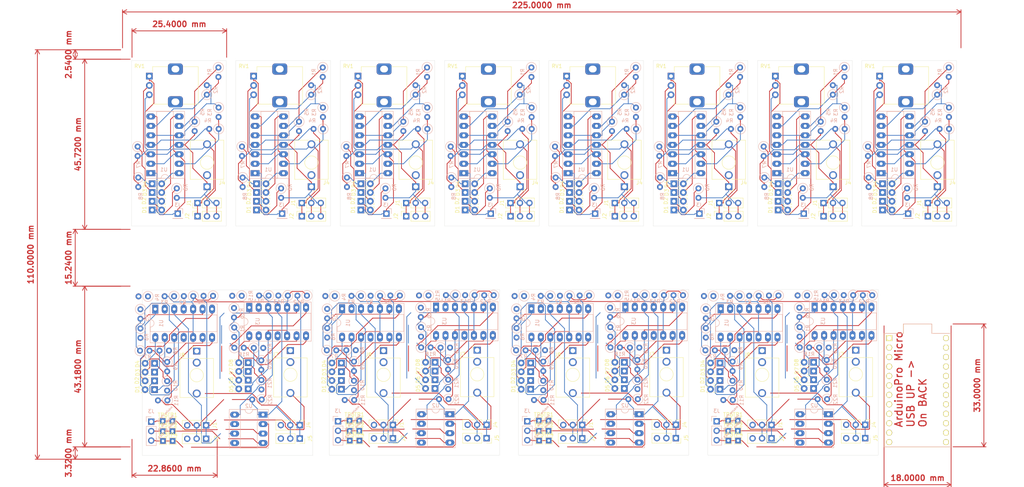
<source format=kicad_pcb>
(kicad_pcb (version 20240108) (generator "pcbnew") (generator_version "8.0")
  (title_block (title "Oblique Palette layout") (date "2024-04-05") (rev "0.3.2") (company "Oblique Industry"))
  (layers (0 "F.Cu" signal) (31 "B.Cu" signal) (34 "B.Paste" user) (35 "F.Paste" user) (36 "B.SilkS" user "B.Silkscreen") (37 "F.SilkS" user "F.Silkscreen") (38 "B.Mask" user) (39 "F.Mask" user) (44 "Edge.Cuts" user))
  (net 0 "")
  (footprint "Potentiometer_THT:Potentiometer_Alps_RK09K_Single_Vertical" (layer "F.Cu") (at 218.3632 47.7292)
    (property "Reference" "RV1")
    (property "Value" "R_Potentiometer_MountingPin")
  )
  (footprint "Connector_PinHeader_2.54mm:PinHeader_1x03_P2.54mm_Vertical" (layer "F.Cu") (at 175.2932 81.7992 90)
    (property "Reference" "J1")
    (property "Value" "Conn_01x03_Male_Pin")
  )
  (footprint "TestPoint:TestPoint_THTPad_1.5x1.5mm_Drill0.7mm" (layer "F.Cu") (at 53.965 140.38)
    (property "Reference" "TP6")
    (property "Value" "TestPoint")
  )
  (footprint "TestPoint:TestPoint_THTPad_1.5x1.5mm_Drill0.7mm" (layer "F.Cu") (at 205.7146 143.0113)
    (property "Reference" "TP5")
    (property "Value" "TestPoint")
  )
  (footprint "TestPoint:TestPoint_THTPad_1.5x1.5mm_Drill0.7mm" (layer "F.Cu") (at 56.625 145.74)
    (property "Reference" "TP4")
    (property "Value" "TestPoint")
  )
  (footprint "Potentiometer_THT:Potentiometer_Alps_RK09K_Single_Vertical" (layer "F.Cu") (at 162.3632 47.7292)
    (property "Reference" "RV1")
    (property "Value" "R_Potentiometer_MountingPin")
  )
  (footprint "LED_THT:LED_SideEmitter_Rectangular_W4.5mm_H1.6mm" (layer "F.Cu") (at 152.7046 129.4913 180)
    (property "Reference" "D2")
    (property "Value" "Blue")
  )
  (footprint "LED_THT:LED_SideEmitter_Rectangular_W4.5mm_H1.6mm" (layer "F.Cu") (at 51.775 129.59 180)
    (property "Reference" "D2")
    (property "Value" "Blue")
  )
  (footprint "Connector_Audio:Jack_3.5mm_QingPu_WQP-PJ398SM_Vertical_CircularHoles" (layer "F.Cu") (at 205.8632 77.4292 180)
    (property "Reference" "J4")
    (property "Value" "AudioJack2_SwitchT")
  )
  (footprint "Connector_PinSocket_2.54mm:PinSocket_1x03_P2.54mm_Vertical" (layer "F.Cu") (at 217.3346 145.0313 -90)
    (property "Reference" "J2")
    (property "Value" "Conn_01x03_Female_Pin")
  )
  (footprint "TestPoint:TestPoint_THTPad_1.5x1.5mm_Drill0.7mm" (layer "F.Cu") (at 104.1546 145.6413)
    (property "Reference" "TP3")
    (property "Value" "TestPoint")
  )
  (footprint "LED_THT:LED_SideEmitter_Rectangular_W4.5mm_H1.6mm" (layer "F.Cu") (at 107.1332 78.9892)
    (property "Reference" "D3")
    (property "Value" "Yellow")
  )
  (footprint "Connector_PinSocket_2.54mm:PinSocket_1x03_P2.54mm_Vertical" (layer "F.Cu") (at 166.5346 145.0313 -90)
    (property "Reference" "J2")
    (property "Value" "Conn_01x03_Female_Pin")
  )
  (footprint "LED_THT:LED_SideEmitter_Rectangular_W4.5mm_H1.6mm" (layer "F.Cu") (at 51.1332 83.6892)
    (property "Reference" "D1")
    (property "Value" "White")
  )
  (footprint "LED_THT:LED_SideEmitter_Rectangular_W4.5mm_H1.6mm" (layer "F.Cu") (at 135.1332 83.6892)
    (property "Reference" "D1")
    (property "Value" "White")
  )
  (footprint "LED_THT:LED_SideEmitter_Rectangular_W4.5mm_H1.6mm" (layer "F.Cu") (at 191.1332 78.9892)
    (property "Reference" "D3")
    (property "Value" "Yellow")
  )
  (footprint "LED_THT:LED_SideEmitter_Rectangular_W4.5mm_H1.6mm" (layer "F.Cu") (at 51.775 131.94 180)
    (property "Reference" "D1")
    (property "Value" "White")
  )
  (footprint "LED_THT:LED_SideEmitter_Rectangular_W4.5mm_H1.6mm" (layer "F.Cu") (at 177.8396 126.9513 180)
    (property "Reference" "D7")
    (property "Value" "Yellow")
  )
  (footprint "LED_THT:LED_SideEmitter_Rectangular_W4.5mm_H1.6mm" (layer "F.Cu") (at 191.1332 76.6392)
    (property "Reference" "D4")
    (property "Value" "Red")
  )
  (footprint "Arduino_ProMicroKiCad-master:ProMicro" (layer "F.Cu") (at 256.54 132.08 -90)
    (property "Reference" "REF**" (hide yes))
    (property "Value" "ProMicro")
  )
  (footprint "LED_THT:LED_SideEmitter_Rectangular_W4.5mm_H1.6mm" (layer "F.Cu") (at 135.1332 81.3392)
    (property "Reference" "D2")
    (property "Value" "Blue")
  )
  (footprint "LED_THT:LED_SideEmitter_Rectangular_W4.5mm_H1.6mm" (layer "F.Cu") (at 76.91 129.4 180)
    (property "Reference" "D6")
    (property "Value" "Blue")
  )
  (footprint "TestPoint:TestPoint_THTPad_1.5x1.5mm_Drill0.7mm" (layer "F.Cu") (at 53.985 143.11)
    (property "Reference" "TP5")
    (property "Value" "TestPoint")
  )
  (footprint "Potentiometer_THT:Potentiometer_Alps_RK09K_Single_Vertical" (layer "F.Cu") (at 246.3632 47.7292)
    (property "Reference" "RV1")
    (property "Value" "R_Potentiometer_MountingPin")
  )
  (footprint "Connector_Audio:Jack_3.5mm_QingPu_WQP-PJ398SM_Vertical_CircularHoles" (layer "F.Cu") (at 177.8632 77.4292 180)
    (property "Reference" "J4")
    (property "Value" "AudioJack2_SwitchT")
  )
  (footprint "Potentiometer_THT:Potentiometer_Alps_RK09K_Single_Vertical" (layer "F.Cu") (at 106.3632 47.7292)
    (property "Reference" "RV1")
    (property "Value" "R_Potentiometer_MountingPin")
  )
  (footprint "LED_THT:LED_SideEmitter_Rectangular_W4.5mm_H1.6mm" (layer "F.Cu") (at 135.1332 78.9892)
    (property "Reference" "D3")
    (property "Value" "Yellow")
  )
  (footprint "Connector_Audio:Jack_3.5mm_QingPu_WQP-PJ398SM_Vertical_CircularHoles" (layer "F.Cu") (at 164.0146 121.4813)
    (property "Reference" "J8")
    (property "Value" "AudioJack2_SwitchT")
  )
  (footprint "TestPoint:TestPoint_THTPad_1.5x1.5mm_Drill0.7mm" (layer "F.Cu") (at 104.0946 140.2813)
    (property "Reference" "TP6")
    (property "Value" "TestPoint")
  )
  (footprint "Connector_PinHeader_2.54mm:PinHeader_1x03_P2.54mm_Vertical" (layer "F.Cu") (at 231.2932 81.7992 90)
    (property "Reference" "J1")
    (property "Value" "Conn_01x03_Male_Pin")
  )
  (footprint "TestPoint:TestPoint_THTPad_1.5x1.5mm_Drill0.7mm" (layer "F.Cu") (at 56.555 140.38)
    (property "Reference" "TP1")
    (property "Value" "TestPoint")
  )
  (footprint "LED_THT:LED_SideEmitter_Rectangular_W4.5mm_H1.6mm" (layer "F.Cu") (at 163.1332 81.3392)
    (property "Reference" "D2")
    (property "Value" "Blue")
  )
  (footprint "LED_THT:LED_SideEmitter_Rectangular_W4.5mm_H1.6mm" (layer "F.Cu") (at 219.1332 76.6392)
    (property "Reference" "D4")
    (property "Value" "Red")
  )
  (footprint "Connector_Audio:Jack_3.5mm_QingPu_WQP-PJ398SM_Vertical_CircularHoles" (layer "F.Cu") (at 121.8632 77.4292 180)
    (property "Reference" "J4")
    (property "Value" "AudioJack2_SwitchT")
  )
  (footprint "LED_THT:LED_SideEmitter_Rectangular_W4.5mm_H1.6mm" (layer "F.Cu") (at 135.1332 76.6392)
    (property "Reference" "D4")
    (property "Value" "Red")
  )
  (footprint "Connector_Audio:Jack_3.5mm_QingPu_WQP-PJ398SM_Vertical_CircularHoles" (layer "F.Cu") (at 138.3496 121.3513)
    (property "Reference" "J7")
    (property "Value" "AudioJack2_SwitchT")
  )
  (footprint "LED_THT:LED_SideEmitter_Rectangular_W4.5mm_H1.6mm" (layer "F.Cu") (at 203.5046 129.4913 180)
    (property "Reference" "D2")
    (property "Value" "Blue")
  )
  (footprint "LED_THT:LED_SideEmitter_Rectangular_W4.5mm_H1.6mm" (layer "F.Cu") (at 51.775 124.88 180)
    (property "Reference" "D4")
    (property "Value" "Red")
  )
  (footprint "Connector_PinHeader_2.54mm:PinHeader_1x03_P2.54mm_Vertical" (layer "F.Cu") (at 259.2932 81.7992 90)
    (property "Reference" "J1")
    (property "Value" "Conn_01x03_Male_Pin")
  )
  (footprint "TestPoint:TestPoint_THTPad_1.5x1.5mm_Drill0.7mm" (layer "F.Cu") (at 205.7546 145.6413)
    (property "Reference" "TP3")
    (property "Value" "TestPoint")
  )
  (footprint "LED_THT:LED_SideEmitter_Rectangular_W4.5mm_H1.6mm" (layer "F.Cu") (at 203.5046 131.8413 180)
    (property "Reference" "D1")
    (property "Value" "White")
  )
  (footprint "LED_THT:LED_SideEmitter_Rectangular_W4.5mm_H1.6mm" (layer "F.Cu") (at 101.9046 127.1413 180)
    (property "Reference" "D3")
    (property "Value" "Yellow")
  )
  (footprint "Connector_Audio:Jack_3.5mm_QingPu_WQP-PJ398SM_Vertical_CircularHoles" (layer "F.Cu") (at 93.8632 77.4292 180)
    (property "Reference" "J4")
    (property "Value" "AudioJack2_SwitchT")
  )
  (footprint "Connector_Audio:Jack_3.5mm_QingPu_WQP-PJ398SM_Vertical_CircularHoles" (layer "F.Cu") (at 239.9496 121.3513)
    (property "Reference" "J7")
    (property "Value" "AudioJack2_SwitchT")
  )
  (footprint "LED_THT:LED_SideEmitter_Rectangular_W4.5mm_H1.6mm" (layer "F.Cu") (at 247.1332 76.6392)
    (property "Reference" "D4")
    (property "Value" "Red")
  )
  (footprint "Potentiometer_THT:Potentiometer_Alps_RK09K_Single_Vertical" (layer "F.Cu") (at 134.3632 47.7292)
    (property "Reference" "RV1")
    (property "Value" "R_Potentiometer_MountingPin")
  )
  (footprint "TestPoint:TestPoint_THTPad_1.5x1.5mm_Drill0.7mm" (layer "F.Cu") (at 106.6846 140.2813)
    (property "Reference" "TP1")
    (property "Value" "TestPoint")
  )
  (footprint "Connector_PinSocket_2.54mm:PinSocket_1x03_P2.54mm_Vertical" (layer "F.Cu") (at 90.74 145.08 -90)
    (property "Reference" "J5")
    (property "Value" "Conn_01x03_Female_Pin")
  )
  (footprint "LED_THT:LED_SideEmitter_Rectangular_W4.5mm_H1.6mm" (layer "F.Cu") (at 107.1332 81.3392)
    (property "Reference" "D2")
    (property "Value" "Blue")
  )
  (footprint "Connector_PinHeader_2.54mm:PinHeader_1x03_P2.54mm_Vertical" (layer "F.Cu") (at 166.5346 141.4313 -90)
    (property "Reference" "J1")
    (property "Value" "Conn_01x03_Male_Pin")
  )
  (footprint "LED_THT:LED_SideEmitter_Rectangular_W4.5mm_H1.6mm" (layer "F.Cu") (at 127.0396 126.9513 180)
    (property "Reference" "D7")
    (property "Value" "Yellow")
  )
  (footprint "Connector_PinSocket_2.54mm:PinSocket_1x03_P2.54mm_Vertical" (layer "F.Cu") (at 242.4696 144.9813 -90)
    (property "Reference" "J5")
    (property "Value" "Conn_01x03_Female_Pin")
  )
  (footprint "Connector_PinHeader_2.54mm:PinHeader_1x03_P2.54mm_Vertical" (layer "F.Cu") (at 191.6696 141.3813 -90)
    (property "Reference" "J4")
    (property "Value" "Conn_01x03_Male_Pin")
  )
  (footprint "LED_THT:LED_SideEmitter_Rectangular_W4.5mm_H1.6mm" (layer "F.Cu") (at 127.0396 124.6013 180)
    (property "Reference" "D8")
    (property "Value" "Red")
  )
  (footprint "Connector_Audio:Jack_3.5mm_QingPu_WQP-PJ398SM_Vertical_CircularHoles" (layer "F.Cu") (at 261.8632 77.4292 180)
    (property "Reference" "J4")
    (property "Value" "AudioJack2_SwitchT")
  )
  (footprint "LED_THT:LED_SideEmitter_Rectangular_W4.5mm_H1.6mm" (layer "F.Cu") (at 247.1332 78.9892)
    (property "Reference" "D3")
    (property "Value" "Yellow")
  )
  (footprint "Connector_PinSocket_2.54mm:PinSocket_1x03_P2.54mm_Vertical" (layer "F.Cu") (at 140.8696 144.9813 -90)
    (property "Reference" "J5")
    (property "Value" "Conn_01x03_Female_Pin")
  )
  (footprint "Potentiometer_THT:Potentiometer_Alps_RK09K_Single_Vertical" (layer "F.Cu") (at 190.3632 47.7292)
    (property "Reference" "RV1")
    (property "Value" "R_Potentiometer_MountingPin")
  )
  (footprint "LED_THT:LED_SideEmitter_Rectangular_W4.5mm_H1.6mm" (layer "F.Cu") (at 76.91 124.7 180)
    (property "Reference" "D8")
    (property "Value" "Red")
  )
  (footprint "LED_THT:LED_SideEmitter_Rectangular_W4.5mm_H1.6mm" (layer "F.Cu") (at 219.1332 78.9892)
    (property "Reference" "D3")
    (property "Value" "Yellow")
  )
  (footprint "LED_THT:LED_SideEmitter_Rectangular_W4.5mm_H1.6mm" (layer "F.Cu") (at 101.9046 124.7813 180)
    (property "Reference" "D4")
    (property "Value" "Red")
  )
  (footprint "LED_THT:LED_SideEmitter_Rectangular_W4.5mm_H1.6mm" (layer "F.Cu") (at 127.0396 131.6513 180)
    (property "Reference" "D5")
    (property "Value" "White")
  )
  (footprint "Connector_PinSocket_2.54mm:PinSocket_1x03_P2.54mm_Vertical" (layer "F.Cu") (at 175.3032 85.3692 90)
    (property "Reference" "J2")
    (property "Value" "Conn_01x03_Female_Pin")
  )
  (footprint "Connector_PinHeader_2.54mm:PinHeader_1x03_P2.54mm_Vertical" (layer "F.Cu") (at 147.2932 81.7992 90)
    (property "Reference" "J1")
    (property "Value" "Conn_01x03_Male_Pin")
  )
  (footprint "Connector_PinSocket_2.54mm:PinSocket_1x03_P2.54mm_Vertical" (layer "F.Cu") (at 147.3032 85.3692 90)
    (property "Reference" "J2")
    (property "Value" "Conn_01x03_Female_Pin")
  )
  (footprint "LED_THT:LED_SideEmitter_Rectangular_W4.5mm_H1.6mm" (layer "F.Cu") (at 177.8396 131.6513 180)
    (property "Reference" "D5")
    (property "Value" "White")
  )
  (footprint "TestPoint:TestPoint_THTPad_1.5x1.5mm_Drill0.7mm" (layer "F.Cu") (at 208.3046 143.0013)
    (property "Reference" "TP2")
    (property "Value" "TestPoint")
  )
  (footprint "LED_THT:LED_SideEmitter_Rectangular_W4.5mm_H1.6mm" (layer "F.Cu") (at 228.6396 126.9513 180)
    (property "Reference" "D7")
    (property "Value" "Yellow")
  )
  (footprint "LED_THT:LED_SideEmitter_Rectangular_W4.5mm_H1.6mm" (layer "F.Cu") (at 163.1332 76.6392)
    (property "Reference" "D4")
    (property "Value" "Red")
  )
  (footprint "TestPoint:TestPoint_THTPad_1.5x1.5mm_Drill0.7mm" (layer "F.Cu") (at 205.6946 140.2813)
    (property "Reference" "TP6")
    (property "Value" "TestPoint")
  )
  (footprint "Connector_PinHeader_2.54mm:PinHeader_1x03_P2.54mm_Vertical" (layer "F.Cu") (at 119.2932 81.7992 90)
    (property "Reference" "J1")
    (property "Value" "Conn_01x03_Male_Pin")
  )
  (footprint "LED_THT:LED_SideEmitter_Rectangular_W4.5mm_H1.6mm" (layer "F.Cu") (at 203.5046 124.7813 180)
    (property "Reference" "D4")
    (property "Value" "Red")
  )
  (footprint "LED_THT:LED_SideEmitter_Rectangular_W4.5mm_H1.6mm" (layer "F.Cu") (at 247.1332 83.6892)
    (property "Reference" "D1")
    (property "Value" "White")
  )
  (footprint "LED_THT:LED_SideEmitter_Rectangular_W4.5mm_H1.6mm" (layer "F.Cu") (at 228.6396 131.6513 180)
    (property "Reference" "D5")
    (property "Value" "White")
  )
  (footprint "TestPoint:TestPoint_THTPad_1.5x1.5mm_Drill0.7mm" (layer "F.Cu") (at 157.5546 145.6413)
    (property "Reference" "TP4")
    (property "Value" "TestPoint")
  )
  (footprint "LED_THT:LED_SideEmitter_Rectangular_W4.5mm_H1.6mm" (layer "F.Cu") (at 177.8396 129.3013 180)
    (property "Reference" "D6")
    (property "Value" "Blue")
  )
  (footprint "LED_THT:LED_SideEmitter_Rectangular_W4.5mm_H1.6mm" (layer "F.Cu") (at 79.1332 83.6892)
    (property "Reference" "D1")
    (property "Value" "White")
  )
  (footprint "TestPoint:TestPoint_THTPad_1.5x1.5mm_Drill0.7mm" (layer "F.Cu") (at 157.5046 143.0013)
    (property "Reference" "TP2")
    (property "Value" "TestPoint")
  )
  (footprint "Connector_Audio:Jack_3.5mm_QingPu_WQP-PJ398SM_Vertical_CircularHoles" (layer "F.Cu") (at 189.1496 121.3513)
    (property "Reference" "J7")
    (property "Value" "AudioJack2_SwitchT")
  )
  (footprint "LED_THT:LED_SideEmitter_Rectangular_W4.5mm_H1.6mm" (layer "F.Cu") (at 79.1332 81.3392)
    (property "Reference" "D2")
    (property "Value" "Blue")
  )
  (footprint "LED_THT:LED_SideEmitter_Rectangular_W4.5mm_H1.6mm" (layer "F.Cu") (at 152.7046 131.8413 180)
    (property "Reference" "D1")
    (property "Value" "White")
  )
  (footprint "LED_THT:LED_SideEmitter_Rectangular_W4.5mm_H1.6mm" (layer "F.Cu") (at 177.8396 124.6013 180)
    (property "Reference" "D8")
    (property "Value" "Red")
  )
  (footprint "LED_THT:LED_SideEmitter_Rectangular_W4.5mm_H1.6mm" (layer "F.Cu") (at 228.6396 129.3013 180)
    (property "Reference" "D6")
    (property "Value" "Blue")
  )
  (footprint "Potentiometer_THT:Potentiometer_Alps_RK09K_Single_Vertical" (layer "F.Cu") (at 78.3632 47.7292)
    (property "Reference" "RV1")
    (property "Value" "R_Potentiometer_MountingPin")
  )
  (footprint "TestPoint:TestPoint_THTPad_1.5x1.5mm_Drill0.7mm" (layer "F.Cu") (at 106.7046 143.0013)
    (property "Reference" "TP2")
    (property "Value" "TestPoint")
  )
  (footprint "LED_THT:LED_SideEmitter_Rectangular_W4.5mm_H1.6mm" (layer "F.Cu") (at 51.775 127.24 180)
    (property "Reference" "D3")
    (property "Value" "Yellow")
  )
  (footprint "Connector_PinSocket_2.54mm:PinSocket_1x03_P2.54mm_Vertical" (layer "F.Cu") (at 259.3032 85.3692 90)
    (property "Reference" "J2")
    (property "Value" "Conn_01x03_Female_Pin")
  )
  (footprint "Connector_PinHeader_2.54mm:PinHeader_1x03_P2.54mm_Vertical" (layer "F.Cu") (at 115.7346 141.4313 -90)
    (property "Reference" "J1")
    (property "Value" "Conn_01x03_Male_Pin")
  )
  (footprint "LED_THT:LED_SideEmitter_Rectangular_W4.5mm_H1.6mm" (layer "F.Cu") (at 219.1332 83.6892)
    (property "Reference" "D1")
    (property "Value" "White")
  )
  (footprint "TestPoint:TestPoint_THTPad_1.5x1.5mm_Drill0.7mm" (layer "F.Cu") (at 54.025 145.74)
    (property "Reference" "TP3")
    (property "Value" "TestPoint")
  )
  (footprint "Connector_PinHeader_2.54mm:PinHeader_1x03_P2.54mm_Vertical" (layer "F.Cu") (at 217.3346 141.4313 -90)
    (property "Reference" "J1")
    (property "Value" "Conn_01x03_Male_Pin")
  )
  (footprint "LED_THT:LED_SideEmitter_Rectangular_W4.5mm_H1.6mm" (layer "F.Cu") (at 247.1332 81.3392)
    (property "Reference" "D2")
    (property "Value" "Blue")
  )
  (footprint "TestPoint:TestPoint_THTPad_1.5x1.5mm_Drill0.7mm" (layer "F.Cu") (at 208.3546 145.6413)
    (property "Reference" "TP4")
    (property "Value" "TestPoint")
  )
  (footprint "LED_THT:LED_SideEmitter_Rectangular_W4.5mm_H1.6mm" (layer "F.Cu") (at 51.1332 81.3392)
    (property "Reference" "D2")
    (property "Value" "Blue")
  )
  (footprint "LED_THT:LED_SideEmitter_Rectangular_W4.5mm_H1.6mm" (layer "F.Cu") (at 228.6396 124.6013 180)
    (property "Reference" "D8")
    (property "Value" "Red")
  )
  (footprint "Connector_Audio:Jack_3.5mm_QingPu_WQP-PJ398SM_Vertical_CircularHoles" (layer "F.Cu") (at 113.2146 121.4813)
    (property "Reference" "J8")
    (property "Value" "AudioJack2_SwitchT")
  )
  (footprint "Connector_PinSocket_2.54mm:PinSocket_1x03_P2.54mm_Vertical" (layer "F.Cu") (at 63.3032 85.3692 90)
    (property "Reference" "J2")
    (property "Value" "Conn_01x03_Female_Pin")
  )
  (footprint "LED_THT:LED_SideEmitter_Rectangular_W4.5mm_H1.6mm" (layer "F.Cu") (at 76.91 131.75 180)
    (property "Reference" "D5")
    (property "Value" "White")
  )
  (footprint "LED_THT:LED_SideEmitter_Rectangular_W4.5mm_H1.6mm" (layer "F.Cu") (at 219.1332 81.3392)
    (property "Reference" "D2")
    (property "Value" "Blue")
  )
  (footprint "Connector_PinHeader_2.54mm:PinHeader_1x03_P2.54mm_Vertical" (layer "F.Cu") (at 90.74 141.48 -90)
    (property "Reference" "J4")
    (property "Value" "Conn_01x03_Male_Pin")
  )
  (footprint "TestPoint:TestPoint_THTPad_1.5x1.5mm_Drill0.7mm" (layer "F.Cu") (at 154.9146 143.0113)
    (property "Reference" "TP5")
    (property "Value" "TestPoint")
  )
  (footprint "Connector_PinSocket_2.54mm:PinSocket_1x03_P2.54mm_Vertical" (layer "F.Cu") (at 203.3032 85.3692 90)
    (property "Reference" "J2")
    (property "Value" "Conn_01x03_Female_Pin")
  )
  (footprint "Connector_PinHeader_2.54mm:PinHeader_1x03_P2.54mm_Vertical" (layer "F.Cu") (at 63.2932 81.7992 90)
    (property "Reference" "J1")
    (property "Value" "Conn_01x03_Male_Pin")
  )
  (footprint "Connector_PinSocket_2.54mm:PinSocket_1x03_P2.54mm_Vertical" (layer "F.Cu") (at 115.7346 145.0313 -90)
    (property "Reference" "J2")
    (property "Value" "Conn_01x03_Female_Pin")
  )
  (footprint "LED_THT:LED_SideEmitter_Rectangular_W4.5mm_H1.6mm" (layer "F.Cu") (at 107.1332 76.6392)
    (property "Reference" "D4")
    (property "Value" "Red")
  )
  (footprint "Connector_PinSocket_2.54mm:PinSocket_1x03_P2.54mm_Vertical" (layer "F.Cu") (at 231.3032 85.3692 90)
    (property "Reference" "J2")
    (property "Value" "Conn_01x03_Female_Pin")
  )
  (footprint "LED_THT:LED_SideEmitter_Rectangular_W4.5mm_H1.6mm" (layer "F.Cu") (at 101.9046 131.8413 180)
    (property "Reference" "D1")
    (property "Value" "White")
  )
  (footprint "Connector_PinSocket_2.54mm:PinSocket_1x03_P2.54mm_Vertical" (layer "F.Cu") (at 65.605 145.13 -90)
    (property "Reference" "J2")
    (property "Value" "Conn_01x03_Female_Pin")
  )
  (footprint "LED_THT:LED_SideEmitter_Rectangular_W4.5mm_H1.6mm" (layer "F.Cu") (at 152.7046 127.1413 180)
    (property "Reference" "D3")
    (property "Value" "Yellow")
  )
  (footprint "LED_THT:LED_SideEmitter_Rectangular_W4.5mm_H1.6mm" (layer "F.Cu") (at 127.0396 129.3013 180)
    (property "Reference" "D6")
    (property "Value" "Blue")
  )
  (footprint "TestPoint:TestPoint_THTPad_1.5x1.5mm_Drill0.7mm" (layer "F.Cu") (at 154.9546 145.6413)
    (property "Reference" "TP3")
    (property "Value" "TestPoint")
  )
  (footprint "Connector_PinHeader_2.54mm:PinHeader_1x03_P2.54mm_Vertical" (layer "F.Cu") (at 91.2932 81.7992 90)
    (property "Reference" "J1")
    (property "Value" "Conn_01x03_Male_Pin")
  )
  (footprint "TestPoint:TestPoint_THTPad_1.5x1.5mm_Drill0.7mm" (layer "F.Cu") (at 104.1146 143.0113)
    (property "Reference" "TP5")
    (property "Value" "TestPoint")
  )
  (footprint "TestPoint:TestPoint_THTPad_1.5x1.5mm_Drill0.7mm" (layer "F.Cu") (at 154.8946 140.2813)
    (property "Reference" "TP6")
    (property "Value" "TestPoint")
  )
  (footprint "LED_THT:LED_SideEmitter_Rectangular_W4.5mm_H1.6mm" (layer "F.Cu") (at 79.1332 76.6392)
    (property "Reference" "D4")
    (property "Value" "Red")
  )
  (footprint "Connector_Audio:Jack_3.5mm_QingPu_WQP-PJ398SM_Vertical_CircularHoles" (layer "F.Cu") (at 149.8632 77.4292 180)
    (property "Reference" "J4")
    (property "Value" "AudioJack2_SwitchT")
  )
  (footprint "TestPoint:TestPoint_THTPad_1.5x1.5mm_Drill0.7mm" (layer "F.Cu") (at 208.2846 140.2813)
    (property "Reference" "TP1")
    (property "Value" "TestPoint")
  )
  (footprint "TestPoint:TestPoint_THTPad_1.5x1.5mm_Drill0.7mm" (layer "F.Cu") (at 106.7546 145.6413)
    (property "Reference" "TP4")
    (property "Value" "TestPoint")
  )
  (footprint "LED_THT:LED_SideEmitter_Rectangular_W4.5mm_H1.6mm" (layer "F.Cu") (at 107.1332 83.6892)
    (property "Reference" "D1")
    (property "Value" "White")
  )
  (footprint "LED_THT:LED_SideEmitter_Rectangular_W4.5mm_H1.6mm" (layer "F.Cu") (at 51.1332 76.6392)
    (property "Reference" "D4")
    (property "Value" "Red")
  )
  (footprint "Connector_PinSocket_2.54mm:PinSocket_1x03_P2.54mm_Vertical" (layer "F.Cu") (at 191.6696 144.9813 -90)
    (property "Reference" "J5")
    (property "Value" "Conn_01x03_Female_Pin")
  )
  (footprint "TestPoint:TestPoint_THTPad_1.5x1.5mm_Drill0.7mm" (layer "F.Cu") (at 56.575 143.1)
    (property "Reference" "TP2")
    (property "Value" "TestPoint")
  )
  (footprint "Connector_Audio:Jack_3.5mm_QingPu_WQP-PJ398SM_Vertical_CircularHoles" (layer "F.Cu") (at 88.22 121.45)
    (property "Reference" "J7")
    (property "Value" "AudioJack2_SwitchT")
  )
  (footprint "LED_THT:LED_SideEmitter_Rectangular_W4.5mm_H1.6mm" (layer "F.Cu") (at 101.9046 129.4913 180)
    (property "Reference" "D2")
    (property "Value" "Blue")
  )
  (footprint "Connector_PinHeader_2.54mm:PinHeader_1x03_P2.54mm_Vertical" (layer "F.Cu") (at 65.605 141.53 -90)
    (property "Reference" "J1")
    (property "Value" "Conn_01x03_Male_Pin")
  )
  (footprint "LED_THT:LED_SideEmitter_Rectangular_W4.5mm_H1.6mm" (layer "F.Cu") (at 79.1332 78.9892)
    (property "Reference" "D3")
    (property "Value" "Yellow")
  )
  (footprint "LED_THT:LED_SideEmitter_Rectangular_W4.5mm_H1.6mm" (layer "F.Cu") (at 51.1332 78.9892)
    (property "Reference" "D3")
    (property "Value" "Yellow")
  )
  (footprint "Connector_Audio:Jack_3.5mm_QingPu_WQP-PJ398SM_Vertical_CircularHoles" (layer "F.Cu") (at 65.8632 77.4292 180)
    (property "Reference" "J4")
    (property "Value" "AudioJack2_SwitchT")
  )
  (footprint "Connector_Audio:Jack_3.5mm_QingPu_WQP-PJ398SM_Vertical_CircularHoles" (layer "F.Cu") (at 214.8146 121.4813)
    (property "Reference" "J8")
    (property "Value" "AudioJack2_SwitchT")
  )
  (footprint "LED_THT:LED_SideEmitter_Rectangular_W4.5mm_H1.6mm" (layer "F.Cu") (at 76.91 127.05 180)
    (property "Reference" "D7")
    (property "Value" "Yellow")
  )
  (footprint "LED_THT:LED_SideEmitter_Rectangular_W4.5mm_H1.6mm" (layer "F.Cu") (at 191.1332 83.6892)
    (property "Reference" "D1")
    (property "Value" "White")
  )
  (footprint "Potentiometer_THT:Potentiometer_Alps_RK09K_Single_Vertical" (layer "F.Cu") (at 50.3632 47.7292)
    (property "Reference" "RV1")
    (property "Value" "R_Potentiometer_MountingPin")
  )
  (footprint "Connector_PinHeader_2.54mm:PinHeader_1x03_P2.54mm_Vertical" (layer "F.Cu") (at 242.4696 141.3813 -90)
    (property "Reference" "J4")
    (property "Value" "Conn_01x03_Male_Pin")
  )
  (footprint "LED_THT:LED_SideEmitter_Rectangular_W4.5mm_H1.6mm" (layer "F.Cu") (at 203.5046 127.1413 180)
    (property "Reference" "D3")
    (property "Value" "Yellow")
  )
  (footprint "Connector_PinSocket_2.54mm:PinSocket_1x03_P2.54mm_Vertical" (layer "F.Cu") (at 119.3032 85.3692 90)
    (property "Reference" "J2")
    (property "Value" "Conn_01x03_Female_Pin")
  )
  (footprint "Connector_PinSocket_2.54mm:PinSocket_1x03_P2.54mm_Vertical" (layer "F.Cu") (at 91.3032 85.3692 90)
    (property "Reference" "J2")
    (property "Value" "Conn_01x03_Female_Pin")
  )
  (footprint "TestPoint:TestPoint_THTPad_1.5x1.5mm_Drill0.7mm" (layer "F.Cu") (at 157.4846 140.2813)
    (property "Reference" "TP1")
    (property "Value" "TestPoint")
  )
  (footprint "LED_THT:LED_SideEmitter_Rectangular_W4.5mm_H1.6mm" (layer "F.Cu") (at 152.7046 124.7813 180)
    (property "Reference" "D4")
    (property "Value" "Red")
  )
  (footprint "LED_THT:LED_SideEmitter_Rectangular_W4.5mm_H1.6mm" (layer "F.Cu") (at 163.1332 78.9892)
    (property "Reference" "D3")
    (property "Value" "Yellow")
  )
  (footprint "Connector_PinHeader_2.54mm:PinHeader_1x03_P2.54mm_Vertical" (layer "F.Cu") (at 203.2932 81.7992 90)
    (property "Reference" "J1")
    (property "Value" "Conn_01x03_Male_Pin")
  )
  (footprint "Connector_PinHeader_2.54mm:PinHeader_1x03_P2.54mm_Vertical" (layer "F.Cu") (at 140.8696 141.3813 -90)
    (property "Reference" "J4")
    (property "Value" "Conn_01x03_Male_Pin")
  )
  (footprint "LED_THT:LED_SideEmitter_Rectangular_W4.5mm_H1.6mm" (layer "F.Cu") (at 191.1332 81.3392)
    (property "Reference" "D2")
    (property "Value" "Blue")
  )
  (footprint "Connector_Audio:Jack_3.5mm_QingPu_WQP-PJ398SM_Vertical_CircularHoles" (layer "F.Cu") (at 233.8632 77.4292 180)
    (property "Reference" "J4")
    (property "Value" "AudioJack2_SwitchT")
  )
  (footprint "Connector_Audio:Jack_3.5mm_QingPu_WQP-PJ398SM_Vertical_CircularHoles" (layer "F.Cu") (at 63.085 121.58)
    (property "Reference" "J8")
    (property "Value" "AudioJack2_SwitchT")
  )
  (footprint "LED_THT:LED_SideEmitter_Rectangular_W4.5mm_H1.6mm" (layer "F.Cu") (at 163.1332 83.6892)
    (property "Reference" "D1")
    (property "Value" "White")
  )
  (footprint "Connector_PinSocket_2.54mm:PinSocket_1x03_P2.54mm_Vertical" (layer "B.Cu") (at 50.88 140.545 180)
    (property "Reference" "J3")
    (property "Value" "Conn_01x03_Female_Pin")
  )
  (footprint "Connector_PinSocket_2.54mm:PinSocket_1x03_P2.54mm_Vertical" (layer "B.Cu") (at 202.6096 140.4463 180)
    (property "Reference" "J3")
    (property "Value" "Conn_01x03_Female_Pin")
  )
  (footprint "Resistor_THT:R_Axial_DIN0207_L6.3mm_D2.5mm_P2.54mm_Vertical" (layer "B.Cu") (at 96.9782 61.9092 180)
    (property "Reference" "R4")
    (property "Value" "500R")
  )
  (footprint "Package_DIP:DIP-14_W7.62mm_Socket_LongPads" (layer "B.Cu") (at 51.965 110.31 -90)
    (property "Reference" "U1")
    (property "Value" "MCP6004")
  )
  (footprint "Resistor_THT:R_Axial_DIN0207_L6.3mm_D2.5mm_P2.54mm_Vertical" (layer "B.Cu") (at 225.7332 77.8792 -90)
    (property "Reference" "R6")
    (property "Value" "1k")
  )
  (footprint "Resistor_THT:R_Axial_DIN0207_L6.3mm_D2.5mm_P2.54mm_Vertical" (layer "B.Cu") (at 174.0196 109.9163 -90)
    (property "Reference" "R16")
    (property "Value" "5k")
  )
  (footprint "Connector_PinSocket_2.54mm:PinSocket_1x03_P2.54mm_Vertical" (layer "B.Cu") (at 101.0096 140.4463 180)
    (property "Reference" "J3")
    (property "Value" "Conn_01x03_Female_Pin")
  )
  (footprint "Resistor_THT:R_Axial_DIN0207_L6.3mm_D2.5mm_P2.54mm_Vertical" (layer "B.Cu") (at 149.7932 52.7092 90)
    (property "Reference" "R2")
    (property "Value" "2k")
  )
  (footprint "Resistor_THT:R_Axial_DIN0207_L6.3mm_D2.5mm_P2.54mm_Vertical" (layer "B.Cu") (at 215.2332 66.6492 -90)
    (property "Reference" "R7")
    (property "Value" "1k")
  )
  (footprint "Resistor_THT:R_Axial_DIN0207_L6.3mm_D2.5mm_P2.54mm_Vertical" (layer "B.Cu") (at 156.1446 134.7313 180)
    (property "Reference" "R11")
    (property "Value" "500")
  )
  (footprint "Resistor_THT:R_Axial_DIN0207_L6.3mm_D2.5mm_P2.54mm_Vertical" (layer "B.Cu") (at 121.7932 52.7092 90)
    (property "Reference" "R2")
    (property "Value" "2k")
  )
  (footprint "Resistor_THT:R_Axial_DIN0207_L6.3mm_D2.5mm_P2.54mm_Vertical" (layer "B.Cu") (at 128.5246 120.6513)
    (property "Reference" "R19")
    (property "Value" "1k")
  )
  (footprint "Resistor_THT:R_Axial_DIN0207_L6.3mm_D2.5mm_P2.54mm_Vertical" (layer "B.Cu") (at 105.3446 134.7313 180)
    (property "Reference" "R11")
    (property "Value" "500")
  )
  (footprint "Resistor_THT:R_Axial_DIN0207_L6.3mm_D2.5mm_P2.54mm_Vertical" (layer "B.Cu") (at 80.41 124.085 -90)
    (property "Reference" "R20")
    (property "Value" "2.5k")
  )
  (footprint "Resistor_THT:R_Axial_DIN0207_L6.3mm_D2.5mm_P2.54mm_Vertical" (layer "B.Cu") (at 85.7332 77.8792 -90)
    (property "Reference" "R6")
    (property "Value" "1k")
  )
  (footprint "Package_DIP:DIP-14_W7.62mm_Socket_LongPads" (layer "B.Cu") (at 50.7532 73.7992)
    (property "Reference" "U1")
    (property "Value" "MCP6004")
  )
  (footprint "Connector_PinHeader_2.54mm:PinHeader_1x01_P2.54mm_Vertical" (layer "B.Cu") (at 141.9932 84.6692 180)
    (property "Reference" "J3")
    (property "Value" "Conn_01x01_Pin")
  )
  (footprint "Resistor_THT:R_Axial_DIN0207_L6.3mm_D2.5mm_P2.54mm_Vertical" (layer "B.Cu") (at 206.9446 134.7313 180)
    (property "Reference" "R11")
    (property "Value" "500")
  )
  (footprint "Resistor_THT:R_Axial_DIN0207_L6.3mm_D2.5mm_P2.54mm_Vertical" (layer "B.Cu") (at 234.0996 106.5713 180)
    (property "Reference" "R14")
    (property "Value" "470R")
  )
  (footprint "Package_DIP:DIP-14_W7.62mm_Socket_LongPads" (layer "B.Cu") (at 218.7532 73.7992)
    (property "Reference" "U1")
    (property "Value" "MCP6004")
  )
  (footprint "Resistor_THT:R_Axial_DIN0207_L6.3mm_D2.5mm_P2.54mm_Vertical" (layer "B.Cu") (at 230.5332 59.9542 -90)
    (property "Reference" "R5")
    (property "Value" "1k")
  )
  (footprint "Resistor_THT:R_Axial_DIN0207_L6.3mm_D2.5mm_P2.54mm_Vertical" (layer "B.Cu") (at 123.3096 120.6013)
    (property "Reference" "R18")
    (property "Value" "2k")
  )
  (footprint "Resistor_THT:R_Axial_DIN0207_L6.3mm_D2.5mm_P2.54mm_Vertical" (layer "B.Cu") (at 177.7932 52.7092 90)
    (property "Reference" "R2")
    (property "Value" "2k")
  )
  (footprint "Connector_PinHeader_2.54mm:PinHeader_1x01_P2.54mm_Vertical" (layer "B.Cu") (at 113.9932 84.6692 180)
    (property "Reference" "J3")
    (property "Value" "Conn_01x01_Pin")
  )
  (footprint "Resistor_THT:R_Axial_DIN0207_L6.3mm_D2.5mm_P2.54mm_Vertical" (layer "B.Cu") (at 236.9782 61.9092 180)
    (property "Reference" "R4")
    (property "Value" "500R")
  )
  (footprint "Resistor_THT:R_Axial_DIN0207_L6.3mm_D2.5mm_P2.54mm_Vertical" (layer "B.Cu") (at 103.2196 121.3513)
    (property "Reference" "R8")
    (property "Value" "1k")
  )
  (footprint "Resistor_THT:R_Axial_DIN0207_L6.3mm_D2.5mm_P2.54mm_Vertical" (layer "B.Cu") (at 159.4032 74.9692 -90)
    (property "Reference" "R8")
    (property "Value" "1k")
  )
  (footprint "Resistor_THT:R_Axial_DIN0207_L6.3mm_D2.5mm_P2.54mm_Vertical" (layer "B.Cu") (at 232.2496 134.5013 180)
    (property "Reference" "R22")
    (property "Value" "500")
  )
  (footprint "Resistor_THT:R_Axial_DIN0207_L6.3mm_D2.5mm_P2.54mm_Vertical" (layer "B.Cu") (at 215.4032 74.9692 -90)
    (property "Reference" "R8")
    (property "Value" "1k")
  )
  (footprint "Package_DIP:DIP-14_W7.62mm_Socket_LongPads" (layer "B.Cu") (at 77.185 109.87 -90)
    (property "Reference" "U3")
    (property "Value" "MCP6004")
  )
  (footprint "Resistor_THT:R_Axial_DIN0207_L6.3mm_D2.5mm_P2.54mm_Vertical" (layer "B.Cu") (at 224.8196 109.9163 -90)
    (property "Reference" "R16")
    (property "Value" "5k")
  )
  (footprint "Connector_PinHeader_2.54mm:PinHeader_1x01_P2.54mm_Vertical" (layer "B.Cu") (at 197.9932 84.6692 180)
    (property "Reference" "J3")
    (property "Value" "Conn_01x01_Pin")
  )
  (footprint "Resistor_THT:R_Axial_DIN0207_L6.3mm_D2.5mm_P2.54mm_Vertical" (layer "B.Cu") (at 100.1396 106.8013 180)
    (property "Reference" "R4")
    (property "Value" "2k")
  )
  (footprint "Resistor_THT:R_Axial_DIN0207_L6.3mm_D2.5mm_P2.54mm_Vertical" (layer "B.Cu") (at 124.9032 45.4042 -90)
    (property "Reference" "R1")
    (property "Value" "5k")
  )
  (footprint "Resistor_THT:R_Axial_DIN0207_L6.3mm_D2.5mm_P2.54mm_Vertical" (layer "B.Cu") (at 82.37 106.67 180)
    (property "Reference" "R14")
    (property "Value" "470R")
  )
  (footprint "Resistor_THT:R_Axial_DIN0207_L6.3mm_D2.5mm_P2.54mm_Vertical" (layer "B.Cu") (at 174.0796 115.1613 -90)
    (property "Reference" "R17")
    (property "Value" "1k")
  )
  (footprint "Resistor_THT:R_Axial_DIN0207_L6.3mm_D2.5mm_P2.54mm_Vertical" (layer "B.Cu") (at 78.395 120.75)
    (property "Reference" "R19")
    (property "Value" "1k")
  )
  (footprint "Package_DIP:DIP-8_W7.62mm_Socket_LongPads" (layer "B.Cu") (at 232.6096 138.5613 180)
    (property "Reference" "U2")
    (property "Value" "MCP4822")
  )
  (footprint "Resistor_THT:R_Axial_DIN0207_L6.3mm_D2.5mm_P2.54mm_Vertical" (layer "B.Cu") (at 98.1046 115.4113 -90)
    (property "Reference" "R6")
    (property "Value" "1k")
  )
  (footprint "Resistor_THT:R_Axial_DIN0207_L6.3mm_D2.5mm_P2.54mm_Vertical" (layer "B.Cu") (at 199.6046 121.3813)
    (property "Reference" "R7")
    (property "Value" "2k")
  )
  (footprint "Resistor_THT:R_Axial_DIN0207_L6.3mm_D2.5mm_P2.54mm_Vertical" (layer "B.Cu") (at 180.9032 45.4042 -90)
    (property "Reference" "R1")
    (property "Value" "5k")
  )
  (footprint "Resistor_THT:R_Axial_DIN0207_L6.3mm_D2.5mm_P2.54mm_Vertical" (layer "B.Cu") (at 123.2796 115.1613 -90)
    (property "Reference" "R17")
    (property "Value" "1k")
  )
  (footprint "Resistor_THT:R_Axial_DIN0207_L6.3mm_D2.5mm_P2.54mm_Vertical" (layer "B.Cu") (at 187.4032 74.9692 -90)
    (property "Reference" "R8")
    (property "Value" "1k")
  )
  (footprint "Resistor_THT:R_Axial_DIN0207_L6.3mm_D2.5mm_P2.54mm_Vertical" (layer "B.Cu") (at 55.215 134.83 180)
    (property "Reference" "R11")
    (property "Value" "500")
  )
  (footprint "Resistor_THT:R_Axial_DIN0207_L6.3mm_D2.5mm_P2.54mm_Vertical" (layer "B.Cu") (at 53.09 121.45)
    (property "Reference" "R8")
    (property "Value" "1k")
  )
  (footprint "Resistor_THT:R_Axial_DIN0207_L6.3mm_D2.5mm_P2.54mm_Vertical" (layer "B.Cu") (at 62.5332 59.9542 -90)
    (property "Reference" "R5")
    (property "Value" "1k")
  )
  (footprint "Resistor_THT:R_Axial_DIN0207_L6.3mm_D2.5mm_P2.54mm_Vertical" (layer "B.Cu") (at 179.3246 120.6513)
    (property "Reference" "R19")
    (property "Value" "1k")
  )
  (footprint "Resistor_THT:R_Axial_DIN0207_L6.3mm_D2.5mm_P2.54mm_Vertical" (layer "B.Cu") (at 169.7332 77.8792 -90)
    (property "Reference" "R6")
    (property "Value" "1k")
  )
  (footprint "Resistor_THT:R_Axial_DIN0207_L6.3mm_D2.5mm_P2.54mm_Vertical" (layer "B.Cu") (at 230.1246 120.6513)
    (property "Reference" "R19")
    (property "Value" "1k")
  )
  (footprint "Package_DIP:DIP-14_W7.62mm_Socket_LongPads" (layer "B.Cu") (at 246.7532 73.7992)
    (property "Reference" "U1")
    (property "Value" "MCP6004")
  )
  (footprint "Resistor_THT:R_Axial_DIN0207_L6.3mm_D2.5mm_P2.54mm_Vertical" (layer "B.Cu") (at 112.2946 106.7313 180)
    (property "Reference" "R2")
    (property "Value" "1k")
  )
  (footprint "Resistor_THT:R_Axial_DIN0207_L6.3mm_D2.5mm_P2.54mm_Vertical" (layer "B.Cu") (at 124.9782 61.9092 180)
    (property "Reference" "R4")
    (property "Value" "500R")
  )
  (footprint "Resistor_THT:R_Axial_DIN0207_L6.3mm_D2.5mm_P2.54mm_Vertical" (layer "B.Cu") (at 131.2332 66.6492 -90)
    (property "Reference" "R7")
    (property "Value" "1k")
  )
  (footprint "Resistor_THT:R_Axial_DIN0207_L6.3mm_D2.5mm_P2.54mm_Vertical" (layer "B.Cu") (at 96.9532 56.1692 -90)
    (property "Reference" "R3")
    (property "Value" "2.5k")
  )
  (footprint "Resistor_THT:R_Axial_DIN0207_L6.3mm_D2.5mm_P2.54mm_Vertical" (layer "B.Cu") (at 213.8946 106.7313 180)
    (property "Reference" "R2")
    (property "Value" "1k")
  )
  (footprint "Resistor_THT:R_Axial_DIN0207_L6.3mm_D2.5mm_P2.54mm_Vertical" (layer "B.Cu") (at 208.9532 56.1692 -90)
    (property "Reference" "R3")
    (property "Value" "2.5k")
  )
  (footprint "Connector_PinHeader_2.54mm:PinHeader_1x01_P2.54mm_Vertical" (layer "B.Cu") (at 85.9932 84.6692 180)
    (property "Reference" "J3")
    (property "Value" "Conn_01x01_Pin")
  )
  (footprint "Resistor_THT:R_Axial_DIN0207_L6.3mm_D2.5mm_P2.54mm_Vertical" (layer "B.Cu") (at 148.8046 121.3813)
    (property "Reference" "R7")
    (property "Value" "2k")
  )
  (footprint "Resistor_THT:R_Axial_DIN0207_L6.3mm_D2.5mm_P2.54mm_Vertical" (layer "B.Cu") (at 163.0946 106.7313 180)
    (property "Reference" "R2")
    (property "Value" "1k")
  )
  (footprint "Resistor_THT:R_Axial_DIN0207_L6.3mm_D2.5mm_P2.54mm_Vertical" (layer "B.Cu") (at 258.5332 59.9542 -90)
    (property "Reference" "R5")
    (property "Value" "1k")
  )
  (footprint "Resistor_THT:R_Axial_DIN0207_L6.3mm_D2.5mm_P2.54mm_Vertical" (layer "B.Cu") (at 199.7046 115.4113 -90)
    (property "Reference" "R6")
    (property "Value" "1k")
  )
  (footprint "Package_DIP:DIP-14_W7.62mm_Socket_LongPads" (layer "B.Cu") (at 102.0946 110.2113 -90)
    (property "Reference" "U1")
    (property "Value" "MCP6004")
  )
  (footprint "Resistor_THT:R_Axial_DIN0207_L6.3mm_D2.5mm_P2.54mm_Vertical" (layer "B.Cu") (at 103.4032 74.9692 -90)
    (property "Reference" "R8")
    (property "Value" "1k")
  )
  (footprint "Connector_PinHeader_2.54mm:PinHeader_1x01_P2.54mm_Vertical" (layer "B.Cu") (at 225.9932 84.6692 180)
    (property "Reference" "J3")
    (property "Value" "Conn_01x01_Pin")
  )
  (footprint "Resistor_THT:R_Axial_DIN0207_L6.3mm_D2.5mm_P2.54mm_Vertical" (layer "B.Cu") (at 224.9096 120.6013)
    (property "Reference" "R18")
    (property "Value" "2k")
  )
  (footprint "Resistor_THT:R_Axial_DIN0207_L6.3mm_D2.5mm_P2.54mm_Vertical" (layer "B.Cu") (at 130.5396 123.9863 -90)
    (property "Reference" "R20")
    (property "Value" "2.5k")
  )
  (footprint "Resistor_THT:R_Axial_DIN0207_L6.3mm_D2.5mm_P2.54mm_Vertical" (layer "B.Cu") (at 47.4032 74.9692 -90)
    (property "Reference" "R8")
    (property "Value" "1k")
  )
  (footprint "Resistor_THT:R_Axial_DIN0207_L6.3mm_D2.5mm_P2.54mm_Vertical" (layer "B.Cu") (at 264.9782 61.9092 180)
    (property "Reference" "R4")
    (property "Value" "500R")
  )
  (footprint "Package_DIP:DIP-14_W7.62mm_Socket_LongPads" (layer "B.Cu") (at 178.1146 109.7713 -90)
    (property "Reference" "U3")
    (property "Value" "MCP6004")
  )
  (footprint "Resistor_THT:R_Axial_DIN0207_L6.3mm_D2.5mm_P2.54mm_Vertical" (layer "B.Cu") (at 181.3796 129.2663 -90)
    (property "Reference" "R21")
    (property "Value" "1k")
  )
  (footprint "Resistor_THT:R_Axial_DIN0207_L6.3mm_D2.5mm_P2.54mm_Vertical" (layer "B.Cu") (at 152.9032 45.4042 -90)
    (property "Reference" "R1")
    (property "Value" "5k")
  )
  (footprint "Package_DIP:DIP-14_W7.62mm_Socket_LongPads" (layer "B.Cu") (at 190.7532 73.7992)
    (property "Reference" "U1")
    (property "Value" "MCP6004")
  )
  (footprint "Resistor_THT:R_Axial_DIN0207_L6.3mm_D2.5mm_P2.54mm_Vertical" (layer "B.Cu") (at 232.1396 123.9863 -90)
    (property "Reference" "R20")
    (property "Value" "2.5k")
  )
  (footprint "Resistor_THT:R_Axial_DIN0207_L6.3mm_D2.5mm_P2.54mm_Vertical" (layer "B.Cu") (at 80.45 129.365 -90)
    (property "Reference" "R21")
    (property "Value" "1k")
  )
  (footprint "Resistor_THT:R_Axial_DIN0207_L6.3mm_D2.5mm_P2.54mm_Vertical" (layer "B.Cu") (at 156.0846 129.5613 -90)
    (property "Reference" "R10")
    (property "Value" "1k")
  )
  (footprint "Resistor_THT:R_Axial_DIN0207_L6.3mm_D2.5mm_P2.54mm_Vertical" (layer "B.Cu") (at 233.7932 52.7092 90)
    (property "Reference" "R2")
    (property "Value" "2k")
  )
  (footprint "Resistor_THT:R_Axial_DIN0207_L6.3mm_D2.5mm_P2.54mm_Vertical" (layer "B.Cu") (at 62.165 106.83 180)
    (property "Reference" "R2")
    (property "Value" "1k")
  )
  (footprint "Connector_PinSocket_2.54mm:PinSocket_1x03_P2.54mm_Vertical" (layer "B.Cu") (at 151.8096 140.4463 180)
    (property "Reference" "J3")
    (property "Value" "Conn_01x03_Female_Pin")
  )
  (footprint "Resistor_THT:R_Axial_DIN0207_L6.3mm_D2.5mm_P2.54mm_Vertical" (layer "B.Cu") (at 47.975 110.36 -90)
    (property "Reference" "R5")
    (property "Value" "5k")
  )
  (footprint "Resistor_THT:R_Axial_DIN0207_L6.3mm_D2.5mm_P2.54mm_Vertical" (layer "B.Cu") (at 159.2332 66.6492 -90)
    (property "Reference" "R7")
    (property "Value" "1k")
  )
  (footprint "Resistor_THT:R_Axial_DIN0207_L6.3mm_D2.5mm_P2.54mm_Vertical" (layer "B.Cu") (at 105.2846 124.4113 -90)
    (property "Reference" "R9")
    (property "Value" "2.5k")
  )
  (footprint "Resistor_THT:R_Axial_DIN0207_L6.3mm_D2.5mm_P2.54mm_Vertical" (layer "B.Cu") (at 50.01 106.9 180)
    (property "Reference" "R4")
    (property "Value" "2k")
  )
  (footprint "Resistor_THT:R_Axial_DIN0207_L6.3mm_D2.5mm_P2.54mm_Vertical" (layer "B.Cu") (at 152.9532 56.1692 -90)
    (property "Reference" "R3")
    (property "Value" "2.5k")
  )
  (footprint "Package_DIP:DIP-14_W7.62mm_Socket_LongPads" (layer "B.Cu") (at 152.8946 110.2113 -90)
    (property "Reference" "U1")
    (property "Value" "MCP6004")
  )
  (footprint "Resistor_THT:R_Axial_DIN0207_L6.3mm_D2.5mm_P2.54mm_Vertical" (layer "B.Cu") (at 201.7396 106.8013 180)
    (property "Reference" "R4")
    (property "Value" "2k")
  )
  (footprint "Resistor_THT:R_Axial_DIN0207_L6.3mm_D2.5mm_P2.54mm_Vertical" (layer "B.Cu") (at 156.0846 124.4113 -90)
    (property "Reference" "R9")
    (property "Value" "2.5k")
  )
  (footprint "Resistor_THT:R_Axial_DIN0207_L6.3mm_D2.5mm_P2.54mm_Vertical" (layer "B.Cu") (at 224.8796 115.1613 -90)
    (property "Reference" "R17")
    (property "Value" "1k")
  )
  (footprint "Resistor_THT:R_Axial_DIN0207_L6.3mm_D2.5mm_P2.54mm_Vertical" (layer "B.Cu") (at 197.7332 77.8792 -90)
    (property "Reference" "R6")
    (property "Value" "1k")
  )
  (footprint "Connector_PinHeader_2.54mm:PinHeader_1x01_P2.54mm_Vertical" (layer "B.Cu") (at 253.9932 84.6692 180)
    (property "Reference" "J3")
    (property "Value" "Conn_01x01_Pin")
  )
  (footprint "Resistor_THT:R_Axial_DIN0207_L6.3mm_D2.5mm_P2.54mm_Vertical" (layer "B.Cu") (at 47.2332 66.6492 -90)
    (property "Reference" "R7")
    (property "Value" "1k")
  )
  (footprint "Resistor_THT:R_Axial_DIN0207_L6.3mm_D2.5mm_P2.54mm_Vertical" (layer "B.Cu") (at 130.5796 129.2663 -90)
    (property "Reference" "R21")
    (property "Value" "1k")
  )
  (footprint "Resistor_THT:R_Axial_DIN0207_L6.3mm_D2.5mm_P2.54mm_Vertical" (layer "B.Cu") (at 261.7932 52.7092 90)
    (property "Reference" "R2")
    (property "Value" "2k")
  )
  (footprint "Resistor_THT:R_Axial_DIN0207_L6.3mm_D2.5mm_P2.54mm_Vertical" (layer "B.Cu") (at 181.3396 123.9863 -90)
    (property "Reference" "R20")
    (property "Value" "2.5k")
  )
  (footprint "Package_DIP:DIP-8_W7.62mm_Socket_LongPads" (layer "B.Cu") (at 181.8096 138.5613 180)
    (property "Reference" "U2")
    (property "Value" "MCP4822")
  )
  (footprint "Resistor_THT:R_Axial_DIN0207_L6.3mm_D2.5mm_P2.54mm_Vertical" (layer "B.Cu") (at 152.9782 61.9092 180)
    (property "Reference" "R4")
    (property "Value" "500R")
  )
  (footprint "Resistor_THT:R_Axial_DIN0207_L6.3mm_D2.5mm_P2.54mm_Vertical" (layer "B.Cu") (at 105.2846 129.5613 -90)
    (property "Reference" "R10")
    (property "Value" "1k")
  )
  (footprint "Resistor_THT:R_Axial_DIN0207_L6.3mm_D2.5mm_P2.54mm_Vertical" (layer "B.Cu") (at 148.9046 110.2613 -90)
    (property "Reference" "R5")
    (property "Value" "5k")
  )
  (footprint "Resistor_THT:R_Axial_DIN0207_L6.3mm_D2.5mm_P2.54mm_Vertical" (layer "B.Cu") (at 208.9782 61.9092 180)
    (property "Reference" "R4")
    (property "Value" "500R")
  )
  (footprint "Resistor_THT:R_Axial_DIN0207_L6.3mm_D2.5mm_P2.54mm_Vertical" (layer "B.Cu") (at 132.4996 106.5713 180)
    (property "Reference" "R14")
    (property "Value" "470R")
  )
  (footprint "Package_DIP:DIP-14_W7.62mm_Socket_LongPads" (layer "B.Cu") (at 228.9146 109.7713 -90)
    (property "Reference" "U3")
    (property "Value" "MCP6004")
  )
  (footprint "Resistor_THT:R_Axial_DIN0207_L6.3mm_D2.5mm_P2.54mm_Vertical" (layer "B.Cu") (at 75.2332 66.6492 -90)
    (property "Reference" "R7")
    (property "Value" "1k")
  )
  (footprint "Resistor_THT:R_Axial_DIN0207_L6.3mm_D2.5mm_P2.54mm_Vertical" (layer "B.Cu") (at 208.9032 45.4042 -90)
    (property "Reference" "R1")
    (property "Value" "5k")
  )
  (footprint "Resistor_THT:R_Axial_DIN0207_L6.3mm_D2.5mm_P2.54mm_Vertical" (layer "B.Cu") (at 131.4032 74.9692 -90)
    (property "Reference" "R8")
    (property "Value" "1k")
  )
  (footprint "Resistor_THT:R_Axial_DIN0207_L6.3mm_D2.5mm_P2.54mm_Vertical" (layer "B.Cu") (at 168.3946 106.6613 180)
    (property "Reference" "R1")
    (property "Value" "10k")
  )
  (footprint "Resistor_THT:R_Axial_DIN0207_L6.3mm_D2.5mm_P2.54mm_Vertical" (layer "B.Cu") (at 226.8846 106.6413 180)
    (property "Reference" "R15")
    (property "Value" "2k")
  )
  (footprint "Resistor_THT:R_Axial_DIN0207_L6.3mm_D2.5mm_P2.54mm_Vertical" (layer "B.Cu") (at 80.52 134.6 180)
    (property "Reference" "R22")
    (property "Value" "500")
  )
  (footprint "Resistor_THT:R_Axial_DIN0207_L6.3mm_D2.5mm_P2.54mm_Vertical" (layer "B.Cu") (at 47.975 115.51 -90)
    (property "Reference" "R6")
    (property "Value" "1k")
  )
  (footprint "Resistor_THT:R_Axial_DIN0207_L6.3mm_D2.5mm_P2.54mm_Vertical" (layer "B.Cu") (at 174.5332 59.9542 -90)
    (property "Reference" "R5")
    (property "Value" "1k")
  )
  (footprint "Resistor_THT:R_Axial_DIN0207_L6.3mm_D2.5mm_P2.54mm_Vertical" (layer "B.Cu") (at 142.7846 106.5913 180)
    (property "Reference" "R12")
    (property "Value" "10k")
  )
  (footprint "Package_DIP:DIP-14_W7.62mm_Socket_LongPads" (layer "B.Cu") (at 162.7532 73.7992)
    (property "Reference" "U1")
    (property "Value" "MCP6004")
  )
  (footprint "Resistor_THT:R_Axial_DIN0207_L6.3mm_D2.5mm_P2.54mm_Vertical" (layer "B.Cu") (at 67.465 106.76 180)
    (property "Reference" "R1")
    (property "Value" "10k")
  )
  (footprint "Resistor_THT:R_Axial_DIN0207_L6.3mm_D2.5mm_P2.54mm_Vertical" (layer "B.Cu") (at 176.0846 106.6413 180)
    (property "Reference" "R15")
    (property "Value" "2k")
  )
  (footprint "Package_DIP:DIP-14_W7.62mm_Socket_LongPads" (layer "B.Cu") (at 106.7532 73.7992)
    (property "Reference" "U1")
    (property "Value" "MCP6004")
  )
  (footprint "Package_DIP:DIP-14_W7.62mm_Socket_LongPads" (layer "B.Cu") (at 78.7532 73.7992)
    (property "Reference" "U1")
    (property "Value" "MCP6004")
  )
  (footprint "Resistor_THT:R_Axial_DIN0207_L6.3mm_D2.5mm_P2.54mm_Vertical" (layer "B.Cu") (at 96.9032 45.4042 -90)
    (property "Reference" "R1")
    (property "Value" "5k")
  )
  (footprint "Resistor_THT:R_Axial_DIN0207_L6.3mm_D2.5mm_P2.54mm_Vertical" (layer "B.Cu") (at 68.9782 61.9092 180)
    (property "Reference" "R4")
    (property "Value" "500R")
  )
  (footprint "Resistor_THT:R_Axial_DIN0207_L6.3mm_D2.5mm_P2.54mm_Vertical" (layer "B.Cu") (at 205.7932 52.7092 90)
    (property "Reference" "R2")
    (property "Value" "2k")
  )
  (footprint "Resistor_THT:R_Axial_DIN0207_L6.3mm_D2.5mm_P2.54mm_Vertical" (layer "B.Cu") (at 117.5946 106.6613 180)
    (property "Reference" "R1")
    (property "Value" "10k")
  )
  (footprint "Resistor_THT:R_Axial_DIN0207_L6.3mm_D2.5mm_P2.54mm_Vertical" (layer "B.Cu") (at 206.8846 129.5613 -90)
    (property "Reference" "R10")
    (property "Value" "1k")
  )
  (footprint "Resistor_THT:R_Axial_DIN0207_L6.3mm_D2.5mm_P2.54mm_Vertical" (layer "B.Cu") (at 154.0196 121.3513)
    (property "Reference" "R8")
    (property "Value" "1k")
  )
  (footprint "Resistor_THT:R_Axial_DIN0207_L6.3mm_D2.5mm_P2.54mm_Vertical" (layer "B.Cu") (at 130.6496 134.5013 180)
    (property "Reference" "R22")
    (property "Value" "500")
  )
  (footprint "Resistor_THT:R_Axial_DIN0207_L6.3mm_D2.5mm_P2.54mm_Vertical" (layer "B.Cu") (at 180.9532 56.1692 -90)
    (property "Reference" "R3")
    (property "Value" "2.5k")
  )
  (footprint "Resistor_THT:R_Axial_DIN0207_L6.3mm_D2.5mm_P2.54mm_Vertical" (layer "B.Cu") (at 219.1946 106.6613 180)
    (property "Reference" "R1")
    (property "Value" "10k")
  )
  (footprint "Resistor_THT:R_Axial_DIN0207_L6.3mm_D2.5mm_P2.54mm_Vertical" (layer "B.Cu") (at 75.4032 74.9692 -90)
    (property "Reference" "R8")
    (property "Value" "1k")
  )
  (footprint "Resistor_THT:R_Axial_DIN0207_L6.3mm_D2.5mm_P2.54mm_Vertical" (layer "B.Cu") (at 243.4032 74.9692 -90)
    (property "Reference" "R8")
    (property "Value" "1k")
  )
  (footprint "Resistor_THT:R_Axial_DIN0207_L6.3mm_D2.5mm_P2.54mm_Vertical" (layer "B.Cu") (at 232.1796 129.2663 -90)
    (property "Reference" "R21")
    (property "Value" "1k")
  )
  (footprint "Connector_PinHeader_2.54mm:PinHeader_1x01_P2.54mm_Vertical" (layer "B.Cu") (at 169.9932 84.6692 180)
    (property "Reference" "J3")
    (property "Value" "Conn_01x01_Pin")
  )
  (footprint "Resistor_THT:R_Axial_DIN0207_L6.3mm_D2.5mm_P2.54mm_Vertical" (layer "B.Cu") (at 73.09 110.015 -90)
    (property "Reference" "R16")
    (property "Value" "5k")
  )
  (footprint "Package_DIP:DIP-14_W7.62mm_Socket_LongPads" (layer "B.Cu") (at 203.6946 110.2113 -90)
    (property "Reference" "U1")
    (property "Value" "MCP6004")
  )
  (footprint "Resistor_THT:R_Axial_DIN0207_L6.3mm_D2.5mm_P2.54mm_Vertical" (layer "B.Cu") (at 73.15 115.26 -90)
    (property "Reference" "R17")
    (property "Value" "1k")
  )
  (footprint "Resistor_THT:R_Axial_DIN0207_L6.3mm_D2.5mm_P2.54mm_Vertical" (layer "B.Cu") (at 90.5332 59.9542 -90)
    (property "Reference" "R5")
    (property "Value" "1k")
  )
  (footprint "Resistor_THT:R_Axial_DIN0207_L6.3mm_D2.5mm_P2.54mm_Vertical" (layer "B.Cu") (at 87.53 106.67 180)
    (property "Reference" "R13")
    (property "Value" "1k")
  )
  (footprint "Package_DIP:DIP-14_W7.62mm_Socket_LongPads" (layer "B.Cu") (at 134.7532 73.7992)
    (property "Reference" "U1")
    (property "Value" "MCP6004")
  )
  (footprint "Resistor_THT:R_Axial_DIN0207_L6.3mm_D2.5mm_P2.54mm_Vertical" (layer "B.Cu") (at 150.9396 106.8013 180)
    (property "Reference" "R4")
    (property "Value" "2k")
  )
  (footprint "Resistor_THT:R_Axial_DIN0207_L6.3mm_D2.5mm_P2.54mm_Vertical" (layer "B.Cu") (at 148.9046 115.4113 -90)
    (property "Reference" "R6")
    (property "Value" "1k")
  )
  (footprint "Resistor_THT:R_Axial_DIN0207_L6.3mm_D2.5mm_P2.54mm_Vertical" (layer "B.Cu") (at 57.015 106.86 180)
    (property "Reference" "R3")
    (property "Value" "470R")
  )
  (footprint "Resistor_THT:R_Axial_DIN0207_L6.3mm_D2.5mm_P2.54mm_Vertical" (layer "B.Cu") (at 73.18 120.7)
    (property "Reference" "R18")
    (property "Value" "2k")
  )
  (footprint "Resistor_THT:R_Axial_DIN0207_L6.3mm_D2.5mm_P2.54mm_Vertical" (layer "B.Cu") (at 65.7932 52.7092 90)
    (property "Reference" "R2")
    (property "Value" "2k")
  )
  (footprint "Resistor_THT:R_Axial_DIN0207_L6.3mm_D2.5mm_P2.54mm_Vertical" (layer "B.Cu") (at 202.5332 59.9542 -90)
    (property "Reference" "R5")
    (property "Value" "1k")
  )
  (footprint "Resistor_THT:R_Axial_DIN0207_L6.3mm_D2.5mm_P2.54mm_Vertical" (layer "B.Cu") (at 253.7332 77.8792 -90)
    (property "Reference" "R6")
    (property "Value" "1k")
  )
  (footprint "Resistor_THT:R_Axial_DIN0207_L6.3mm_D2.5mm_P2.54mm_Vertical" (layer "B.Cu") (at 57.7332 77.8792 -90)
    (property "Reference" "R6")
    (property "Value" "1k")
  )
  (footprint "Resistor_THT:R_Axial_DIN0207_L6.3mm_D2.5mm_P2.54mm_Vertical" (layer "B.Cu") (at 187.2332 66.6492 -90)
    (property "Reference" "R7")
    (property "Value" "1k")
  )
  (footprint "Resistor_THT:R_Axial_DIN0207_L6.3mm_D2.5mm_P2.54mm_Vertical" (layer "B.Cu") (at 93.7932 52.7092 90)
    (property "Reference" "R2")
    (property "Value" "2k")
  )
  (footprint "Resistor_THT:R_Axial_DIN0207_L6.3mm_D2.5mm_P2.54mm_Vertical" (layer "B.Cu") (at 125.2846 106.6413 180)
    (property "Reference" "R15")
    (property "Value" "2k")
  )
  (footprint "Resistor_THT:R_Axial_DIN0207_L6.3mm_D2.5mm_P2.54mm_Vertical" (layer "B.Cu") (at 193.5846 106.5913 180)
    (property "Reference" "R12")
    (property "Value" "10k")
  )
  (footprint "Resistor_THT:R_Axial_DIN0207_L6.3mm_D2.5mm_P2.54mm_Vertical" (layer "B.Cu") (at 124.9532 56.1692 -90)
    (property "Reference" "R3")
    (property "Value" "2.5k")
  )
  (footprint "Resistor_THT:R_Axial_DIN0207_L6.3mm_D2.5mm_P2.54mm_Vertical" (layer "B.Cu") (at 181.4496 134.5013 180)
    (property "Reference" "R22")
    (property "Value" "500")
  )
  (footprint "Resistor_THT:R_Axial_DIN0207_L6.3mm_D2.5mm_P2.54mm_Vertical" (layer "B.Cu") (at 55.155 124.51 -90)
    (property "Reference" "R9")
    (property "Value" "2.5k")
  )
  (footprint "Resistor_THT:R_Axial_DIN0207_L6.3mm_D2.5mm_P2.54mm_Vertical" (layer "B.Cu") (at 68.9532 56.1692 -90)
    (property "Reference" "R3")
    (property "Value" "2.5k")
  )
  (footprint "Resistor_THT:R_Axial_DIN0207_L6.3mm_D2.5mm_P2.54mm_Vertical" (layer "B.Cu") (at 264.9032 45.4042 -90)
    (property "Reference" "R1")
    (property "Value" "5k")
  )
  (footprint "Resistor_THT:R_Axial_DIN0207_L6.3mm_D2.5mm_P2.54mm_Vertical" (layer "B.Cu") (at 243.2332 66.6492 -90)
    (property "Reference" "R7")
    (property "Value" "1k")
  )
  (footprint "Resistor_THT:R_Axial_DIN0207_L6.3mm_D2.5mm_P2.54mm_Vertical" (layer "B.Cu") (at 174.1096 120.6013)
    (property "Reference" "R18")
    (property "Value" "2k")
  )
  (footprint "Resistor_THT:R_Axial_DIN0207_L6.3mm_D2.5mm_P2.54mm_Vertical" (layer "B.Cu") (at 47.875 121.48)
    (property "Reference" "R7")
    (property "Value" "2k")
  )
  (footprint "Resistor_THT:R_Axial_DIN0207_L6.3mm_D2.5mm_P2.54mm_Vertical" (layer "B.Cu") (at 107.1446 106.7613 180)
    (property "Reference" "R3")
    (property "Value" "470R")
  )
  (footprint "Resistor_THT:R_Axial_DIN0207_L6.3mm_D2.5mm_P2.54mm_Vertical" (layer "B.Cu") (at 92.655 106.69 180)
    (property "Reference" "R12")
    (property "Value" "10k")
  )
  (footprint "Resistor_THT:R_Axial_DIN0207_L6.3mm_D2.5mm_P2.54mm_Vertical" (layer "B.Cu") (at 244.3846 106.5913 180)
    (property "Reference" "R12")
    (property "Value" "10k")
  )
  (footprint "Resistor_THT:R_Axial_DIN0207_L6.3mm_D2.5mm_P2.54mm_Vertical" (layer "B.Cu") (at 98.1046 110.2613 -90)
    (property "Reference" "R5")
    (property "Value" "5k")
  )
  (footprint "Resistor_THT:R_Axial_DIN0207_L6.3mm_D2.5mm_P2.54mm_Vertical" (layer "B.Cu") (at 123.2196 109.9163 -90)
    (property "Reference" "R16")
    (property "Value" "5k")
  )
  (footprint "Resistor_THT:R_Axial_DIN0207_L6.3mm_D2.5mm_P2.54mm_Vertical" (layer "B.Cu") (at 183.2996 106.5713 180)
    (property "Reference" "R14")
    (property "Value" "470R")
  )
  (footprint "Resistor_THT:R_Axial_DIN0207_L6.3mm_D2.5mm_P2.54mm_Vertical" (layer "B.Cu") (at 137.6596 106.5713 180)
    (property "Reference" "R13")
    (property "Value" "1k")
  )
  (footprint "Package_DIP:DIP-8_W7.62mm_Socket_LongPads" (layer "B.Cu") (at 80.88 138.66 180)
    (property "Reference" "U2")
    (property "Value" "MCP4822")
  )
  (footprint "Resistor_THT:R_Axial_DIN0207_L6.3mm_D2.5mm_P2.54mm_Vertical" (layer "B.Cu") (at 113.7332 77.8792 -90)
    (property "Reference" "R6")
    (property "Value" "1k")
  )
  (footprint "Resistor_THT:R_Axial_DIN0207_L6.3mm_D2.5mm_P2.54mm_Vertical" (layer "B.Cu") (at 236.9032 45.4042 -90)
    (property "Reference" "R1")
    (property "Value" "5k")
  )
  (footprint "Connector_PinHeader_2.54mm:PinHeader_1x01_P2.54mm_Vertical" (layer "B.Cu") (at 57.9932 84.6692 180)
    (property "Reference" "J3")
    (property "Value" "Conn_01x01_Pin")
  )
  (footprint "Resistor_THT:R_Axial_DIN0207_L6.3mm_D2.5mm_P2.54mm_Vertical" (layer "B.Cu") (at 204.8196 121.3513)
    (property "Reference" "R8")
    (property "Value" "1k")
  )
  (footprint "Resistor_THT:R_Axial_DIN0207_L6.3mm_D2.5mm_P2.54mm_Vertical" (layer "B.Cu") (at 118.5332 59.9542 -90)
    (property "Reference" "R5")
    (property "Value" "1k")
  )
  (footprint "Resistor_THT:R_Axial_DIN0207_L6.3mm_D2.5mm_P2.54mm_Vertical" (layer "B.Cu") (at 236.9532 56.1692 -90)
    (property "Reference" "R3")
    (property "Value" "2.5k")
  )
  (footprint "Resistor_THT:R_Axial_DIN0207_L6.3mm_D2.5mm_P2.54mm_Vertical" (layer "B.Cu") (at 103.2332 66.6492 -90)
    (property "Reference" "R7")
    (property "Value" "1k")
  )
  (footprint "Resistor_THT:R_Axial_DIN0207_L6.3mm_D2.5mm_P2.54mm_Vertical" (layer "B.Cu") (at 206.8846 124.4113 -90)
    (property "Reference" "R9")
    (property "Value" "2.5k")
  )
  (footprint "Package_DIP:DIP-14_W7.62mm_Socket_LongPads" (layer "B.Cu") (at 127.3146 109.7713 -90)
    (property "Reference" "U3")
    (property "Value" "MCP6004")
  )
  (footprint "Resistor_THT:R_Axial_DIN0207_L6.3mm_D2.5mm_P2.54mm_Vertical" (layer "B.Cu") (at 208.7446 106.7613 180)
    (property "Reference" "R3")
    (property "Value" "470R")
  )
  (footprint "Resistor_THT:R_Axial_DIN0207_L6.3mm_D2.5mm_P2.54mm_Vertical" (layer "B.Cu") (at 180.9782 61.9092 180)
    (property "Reference" "R4")
    (property "Value" "500R")
  )
  (footprint "Resistor_THT:R_Axial_DIN0207_L6.3mm_D2.5mm_P2.54mm_Vertical" (layer "B.Cu") (at 146.5332 59.9542 -90)
    (property "Reference" "R5")
    (property "Value" "1k")
  )
  (footprint "Resistor_THT:R_Axial_DIN0207_L6.3mm_D2.5mm_P2.54mm_Vertical" (layer "B.Cu") (at 75.155 106.74 180)
    (property "Reference" "R15")
    (property "Value" "2k")
  )
  (footprint "Resistor_THT:R_Axial_DIN0207_L6.3mm_D2.5mm_P2.54mm_Vertical" (layer "B.Cu") (at 264.9532 56.1692 -90)
    (property "Reference" "R3")
    (property "Value" "2.5k")
  )
  (footprint "Resistor_THT:R_Axial_DIN0207_L6.3mm_D2.5mm_P2.54mm_Vertical" (layer "B.Cu") (at 188.4596 106.5713 180)
    (property "Reference" "R13")
    (property "Value" "1k")
  )
  (footprint "Resistor_THT:R_Axial_DIN0207_L6.3mm_D2.5mm_P2.54mm_Vertical" (layer "B.Cu") (at 239.2596 106.5713 180)
    (property "Reference" "R13")
    (property "Value" "1k")
  )
  (footprint "Resistor_THT:R_Axial_DIN0207_L6.3mm_D2.5mm_P2.54mm_Vertical" (layer "B.Cu") (at 68.9032 45.4042 -90)
    (property "Reference" "R1")
    (property "Value" "5k")
  )
  (footprint "Package_DIP:DIP-8_W7.62mm_Socket_LongPads" (layer "B.Cu") (at 131.0096 138.5613 180)
    (property "Reference" "U2")
    (property "Value" "MCP4822")
  )
  (footprint "Resistor_THT:R_Axial_DIN0207_L6.3mm_D2.5mm_P2.54mm_Vertical" (layer "B.Cu") (at 157.9446 106.7613 180)
    (property "Reference" "R3")
    (property "Value" "470R")
  )
  (footprint "Resistor_THT:R_Axial_DIN0207_L6.3mm_D2.5mm_P2.54mm_Vertical" (layer "B.Cu") (at 141.7332 77.8792 -90)
    (property "Reference" "R6")
    (property "Value" "1k")
  )
  (footprint "Resistor_THT:R_Axial_DIN0207_L6.3mm_D2.5mm_P2.54mm_Vertical" (layer "B.Cu") (at 199.7046 110.2613 -90)
    (property "Reference" "R5")
    (property "Value" "5k")
  )
  (footprint "Resistor_THT:R_Axial_DIN0207_L6.3mm_D2.5mm_P2.54mm_Vertical" (layer "B.Cu") (at 55.155 129.66 -90)
    (property "Reference" "R10")
    (property "Value" "1k")
  )
  (footprint "Resistor_THT:R_Axial_DIN0207_L6.3mm_D2.5mm_P2.54mm_Vertical" (layer "B.Cu") (at 98.0046 121.3813)
    (property "Reference" "R7")
    (property "Value" "2k")
  )
  (gr_rect (start 45.5832 43.5192) (end 70.9832 88.0192) (stroke (width 0.05)) (fill none) (layer "Edge.Cuts"))
  (gr_rect (start 129.5832 43.5192) (end 154.9832 88.0192) (stroke (width 0.05)) (fill none) (layer "Edge.Cuts"))
  (gr_rect (start 241.5832 43.5192) (end 266.9832 88.0192) (stroke (width 0.05)) (fill none) (layer "Edge.Cuts"))
  (gr_rect (start 48.5 105.14) (end 94.22 149.64) (stroke (width 0.05)) (fill none) (layer "Edge.Cuts"))
  (gr_rect (start 101.5832 43.5192) (end 126.9832 88.0192) (stroke (width 0.05)) (fill none) (layer "Edge.Cuts"))
  (gr_rect (start 200.2296 105.0413) (end 245.9496 149.5413) (stroke (width 0.05)) (fill none) (layer "Edge.Cuts"))
  (gr_rect (start 73.5832 43.5192) (end 98.9832 88.0192) (stroke (width 0.05)) (fill none) (layer "Edge.Cuts"))
  (gr_rect (start 157.5832 43.5192) (end 182.9832 88.0192) (stroke (width 0.05)) (fill none) (layer "Edge.Cuts"))
  (gr_rect (start 98.6296 105.0413) (end 144.3496 149.5413) (stroke (width 0.05)) (fill none) (layer "Edge.Cuts"))
  (gr_rect (start 213.5832 43.5192) (end 238.9832 88.0192) (stroke (width 0.05)) (fill none) (layer "Edge.Cuts"))
  (gr_rect (start 149.4296 105.0413) (end 195.1496 149.5413) (stroke (width 0.05)) (fill none) (layer "Edge.Cuts"))
  (gr_rect (start 185.5832 43.5192) (end 210.9832 88.0192) (stroke (width 0.05)) (fill none) (layer "Edge.Cuts"))
  (gr_text "ArduinoPro Micro\nUSB UP ->\nOn BACK" (at 259.08 142.24 90) (layer "F.Cu") (effects (font (size 2 2) (thickness 0.3) (bold yes)) (justify left bottom)))
  (gr_text "Arduino Pin 15" (at 106.8846 136.5813 45) (layer "B.SilkS") (effects (font (size 0.5 0.5) (thickness 0.1)) (justify left bottom mirror)))
  (gr_text "Arduino Pin 2,3,5,7" (at 209.5046 140.3213 45) (layer "B.SilkS") (effects (font (size 0.5 0.5) (thickness 0.1)) (justify left bottom mirror)))
  (gr_text "Arduino Pin 16" (at 157.9846 138.9113 45) (layer "B.SilkS") (effects (font (size 0.5 0.5) (thickness 0.1)) (justify left bottom mirror)))
  (gr_text "Arduino Pin 2,3,5,7" (at 57.775 140.42 45) (layer "B.SilkS") (effects (font (size 0.5 0.5) (thickness 0.1)) (justify left bottom mirror)))
  (gr_text "Arduino Pin 2,3,5,7" (at 158.7046 140.3213 45) (layer "B.SilkS") (effects (font (size 0.5 0.5) (thickness 0.1)) (justify left bottom mirror)))
  (gr_text "Arduino Pin 2,3,5,7" (at 107.9046 140.3213 45) (layer "B.SilkS") (effects (font (size 0.5 0.5) (thickness 0.1)) (justify left bottom mirror)))
  (gr_text "Arduino Pin 16" (at 208.7846 138.9113 45) (layer "B.SilkS") (effects (font (size 0.5 0.5) (thickness 0.1)) (justify left bottom mirror)))
  (gr_text "Arduino Pin 15" (at 157.6846 136.5813 45) (layer "B.SilkS") (effects (font (size 0.5 0.5) (thickness 0.1)) (justify left bottom mirror)))
  (gr_text "Arduino Pin 15" (at 208.4846 136.5813 45) (layer "B.SilkS") (effects (font (size 0.5 0.5) (thickness 0.1)) (justify left bottom mirror)))
  (gr_text "Arduino Pin 16" (at 57.055 139.01 45) (layer "B.SilkS") (effects (font (size 0.5 0.5) (thickness 0.1)) (justify left bottom mirror)))
  (gr_text "Arduino Pin 16" (at 107.1846 138.9113 45) (layer "B.SilkS") (effects (font (size 0.5 0.5) (thickness 0.1)) (justify left bottom mirror)))
  (gr_text "Arduino Pin 15" (at 56.755 136.68 45) (layer "B.SilkS") (effects (font (size 0.5 0.5) (thickness 0.1)) (justify left bottom mirror)))
  (dimension (type aligned) (layer "F.Cu") (pts (xy 45.72 104.14) (xy 45.72 147.32)) (height 12.7) (gr_text "43.1800 mm" (at 31.22 125.73 90) (layer "F.Cu") (effects (font (size 1.5 1.5) (thickness 0.3)))) (format (prefix "") (suffix "") (units 3) (units_format 1) (precision 4)) (style (thickness 0.2) (arrow_length 1.27) (text_position_mode 0) (extension_height 0.58642) (extension_offset 0.5) keep_text_aligned))
  (dimension (type aligned) (layer "F.Cu") (pts (xy 45.72 43.18) (xy 71.12 43.18)) (height -7.62) (gr_text "25.4000 mm" (at 58.42 33.76 0) (layer "F.Cu") (effects (font (size 1.5 1.5) (thickness 0.3)))) (format (prefix "") (suffix "") (units 3) (units_format 1) (precision 4)) (style (thickness 0.2) (arrow_length 1.27) (text_position_mode 0) (extension_height 0.58642) (extension_offset 0.5) keep_text_aligned))
  (dimension (type aligned) (layer "F.Cu") (pts (xy 43.18 147.32) (xy 43.18 150.64)) (height 12.7) (gr_text "3.3200 mm" (at 28.68 148.98 90) (layer "F.Cu") (effects (font (size 1.5 1.5) (thickness 0.3)))) (format (prefix "") (suffix "") (units 3) (units_format 1) (precision 4)) (style (thickness 0.2) (arrow_length 1.27) (text_position_mode 0) (extension_height 0.58642) (extension_offset 0.5) keep_text_aligned))
  (dimension (type aligned) (layer "F.Cu") (pts (xy 265.54 114.3) (xy 247.54 114.3)) (height -43.18) (gr_text "18.0000 mm" (at 256.54 155.68 0) (layer "F.Cu") (effects (font (size 1.5 1.5) (thickness 0.3)))) (format (prefix "") (suffix "") (units 3) (units_format 1) (precision 4)) (style (thickness 0.2) (arrow_length 1.27) (text_position_mode 0) (extension_height 0.58642) (extension_offset 0.5) keep_text_aligned))
  (dimension (type aligned) (layer "F.Cu") (pts (xy 45.72 144.78) (xy 68.58 144.78)) (height 10.16) (gr_text "22.8600 mm" (at 57.15 153.14 0) (layer "F.Cu") (effects (font (size 1.5 1.5) (thickness 0.3)))) (format (prefix "") (suffix "") (units 3) (units_format 1) (precision 4)) (style (thickness 0.2) (arrow_length 1.27) (text_position_mode 0) (extension_height 0.58642) (extension_offset 0.5) keep_text_aligned))
  (dimension (type aligned) (layer "F.Cu") (pts (xy 43.18 40.64) (xy 43.18 150.64)) (height 22.86) (gr_text "110.0000 mm" (at 18.52 95.64 90) (layer "F.Cu") (effects (font (size 1.5 1.5) (thickness 0.3)))) (format (prefix "") (suffix "") (units 3) (units_format 1) (precision 4)) (style (thickness 0.2) (arrow_length 1.27) (text_position_mode 0) (extension_height 0.58642) (extension_offset 0.5) keep_text_aligned))
  (dimension (type aligned) (layer "F.Cu") (pts (xy 43.18 88.9) (xy 43.18 104.14)) (height 12.7) (gr_text "15.2400 mm" (at 28.68 96.52 90) (layer "F.Cu") (effects (font (size 1.5 1.5) (thickness 0.3)))) (format (prefix "") (suffix "") (units 3) (units_format 1) (precision 4)) (style (thickness 0.2) (arrow_length 1.27) (text_position_mode 0) (extension_height 0.58642) (extension_offset 0.5) keep_text_aligned))
  (dimension (type aligned) (layer "F.Cu") (pts (xy 43.18 40.64) (xy 268.18 40.64)) (height -10.16) (gr_text "225.0000 mm" (at 155.68 28.68 0) (layer "F.Cu") (effects (font (size 1.5 1.5) (thickness 0.3)))) (format (prefix "") (suffix "") (units 3) (units_format 1) (precision 4)) (style (thickness 0.2) (arrow_length 1.27) (text_position_mode 0) (extension_height 0.58642) (extension_offset 0.5) keep_text_aligned))
  (dimension (type aligned) (layer "F.Cu") (pts (xy 43.18 40.64) (xy 43.18 43.18)) (height 12.7) (gr_text "2.5400 mm" (at 28.68 41.91 90) (layer "F.Cu") (effects (font (size 1.5 1.5) (thickness 0.3)))) (format (prefix "") (suffix "") (units 3) (units_format 1) (precision 4)) (style (thickness 0.2) (arrow_length 1.27) (text_position_mode 0) (extension_height 0.58642) (extension_offset 0.5) keep_text_aligned))
  (dimension (type aligned) (layer "F.Cu") (pts (xy 45.72 43.18) (xy 45.72 88.9)) (height 12.7) (gr_text "45.7200 mm" (at 31.22 66.04 90) (layer "F.Cu") (effects (font (size 1.5 1.5) (thickness 0.3)))) (format (prefix "") (suffix "") (units 3) (units_format 1) (precision 4)) (style (thickness 0.2) (arrow_length 1.27) (text_position_mode 0) (extension_height 0.58642) (extension_offset 0.5) keep_text_aligned))
  (dimension (type aligned) (layer "F.Cu") (pts (xy 265.54 114.3) (xy 265.54 147.3)) (height -8.78) (gr_text "33.0000 mm" (at 272.52 130.8 90) (layer "F.Cu") (effects (font (size 1.5 1.5) (thickness 0.3)))) (format (prefix "") (suffix "") (units 3) (units_format 1) (precision 4)) (style (thickness 0.2) (arrow_length 1.27) (text_position_mode 0) (extension_height 0.58642) (extension_offset 0.5) keep_text_aligned))
  (segment (start 206.7763 143.0013) (end 206.7663 143.0113) (width 0.2) (layer "F.Cu") (net 0))
  (segment (start 176.6496 120.6013) (end 177.7513 120.6013) (width 0.2) (layer "F.Cu") (net 0))
  (segment (start 202.4582 63.5959) (end 202.5332 63.5959) (width 0.2) (layer "F.Cu") (net 0))
  (segment (start 106.7532 68.7192) (end 105.2515 68.7192) (width 0.2) (layer "F.Cu") (net 0))
  (segment (start 247.5981 49.7152) (end 247.5981 55.0053) (width 0.2) (layer "F.Cu") (net 0))
  (segment (start 203.2932 84.2075) (end 203.2932 81.7992) (width 0.2) (layer "F.Cu") (net 0))
  (segment (start 207.6753 67.8413) (end 207.6753 77.948) (width 0.2) (layer "F.Cu") (net 0))
  (segment (start 187.7906 140.8941) (end 186.8817 139.9852) (width 0.2) (layer "F.Cu") (net 0))
  (segment (start 200.8746 121.0019) (end 201.6269 120.2496) (width 0.2) (layer "F.Cu") (net 0))
  (segment (start 243.2332 69.1892) (end 243.2332 70.2909) (width 0.2) (layer "F.Cu") (net 0))
  (segment (start 202.0263 68.3306) (end 199.8749 66.1792) (width 0.2) (layer "F.Cu") (net 0))
  (segment (start 140.0146 111.273) (end 125.5046 111.273) (width 0.2) (layer "F.Cu") (net 0))
  (segment (start 233.8332 81.7992) (end 233.8332 82.9509) (width 0.2) (layer "F.Cu") (net 0))
  (segment (start 130.5796 129.2663) (end 128.6981 127.3848) (width 0.2) (layer "F.Cu") (net 0))
  (segment (start 205.7932 52.7092) (end 208.9032 49.5992) (width 0.2) (layer "F.Cu") (net 0))
  (segment (start 190.8146 111.273) (end 176.3046 111.273) (width 0.2) (layer "F.Cu") (net 0))
  (segment (start 230.5332 51.7742) (end 230.5332 59.9542) (width 0.2) (layer "F.Cu") (net 0))
  (segment (start 232.186 136.0168) (end 230.9796 134.8104) (width 0.2) (layer "F.Cu") (net 0))
  (segment (start 88.6302 105.5698) (end 91.5348 105.5698) (width 0.2) (layer "F.Cu") (net 0))
  (segment (start 131.2332 70.2909) (end 130.2815 71.2426) (width 0.2) (layer "F.Cu") (net 0))
  (segment (start 130.586 136.0168) (end 129.3796 134.8104) (width 0.2) (layer "F.Cu") (net 0))
  (segment (start 192.8213 142.4404) (end 192.666 142.5957) (width 0.2) (layer "F.Cu") (net 0))
  (segment (start 152.077 64.6497) (end 152.077 78.4037) (width 0.2) (layer "F.Cu") (net 0))
  (segment (start 231.2932 81.7992) (end 232.4449 81.7992) (width 0.2) (layer "F.Cu") (net 0))
  (segment (start 93.8332 81.7992) (end 93.8332 80.6475) (width 0.2) (layer "F.Cu") (net 0))
  (segment (start 128.6981 126.2598) (end 127.0396 124.6013) (width 0.2) (layer "F.Cu") (net 0))
  (segment (start 49.2515 57.3519) (end 49.2515 66.1792) (width 0.2) (layer "F.Cu") (net 0))
  (segment (start 264.9032 49.5992) (end 264.9032 47.9442) (width 0.2) (layer "F.Cu") (net 0))
  (segment (start 165.5946 117.8313) (end 165.5946 119.333) (width 0.2) (layer "F.Cu") (net 0))
  (segment (start 89.7546 141.3479) (end 84.5222 136.1155) (width 0.2) (layer "F.Cu") (net 0))
  (segment (start 229.9794 145.0528) (end 231.1079 146.1813) (width 0.2) (layer "F.Cu") (net 0))
  (segment (start 189.5598 105.4711) (end 192.4644 105.4711) (width 0.2) (layer "F.Cu") (net 0))
  (segment (start 180.8266 125.0928) (end 179.1334 123.3996) (width 0.2) (layer "F.Cu") (net 0))
  (segment (start 204.9341 123.9841) (end 204.5296 123.5796) (width 0.2) (layer "F.Cu") (net 0))
  (segment (start 193.3546 118.893) (end 192.533 119.7146) (width 0.2) (layer "F.Cu") (net 0))
  (segment (start 84.8715 58.5592) (end 84.0681 59.3626) (width 0.2) (layer "F.Cu") (net 0))
  (segment (start 149.7932 52.7092) (end 152.9032 49.5992) (width 0.2) (layer "F.Cu") (net 0))
  (segment (start 123.2196 112.4563) (end 124.3213 112.4563) (width 0.2) (layer "F.Cu") (net 0))
  (segment (start 217.9238 112.7238) (end 218.9346 111.713) (width 0.2) (layer "F.Cu") (net 0))
  (segment (start 52.4032 58.7075) (end 52.4032 80.0692) (width 0.2) (layer "F.Cu") (net 0))
  (segment (start 155.4763 124.4113) (end 152.4463 121.3813) (width 0.2) (layer "F.Cu") (net 0))
  (segment (start 122.4382 63.0109) (end 124.077 64.6497) (width 0.2) (layer "F.Cu") (net 0))
  (segment (start 210.2763 116.3296) (end 213.8546 116.3296) (width 0.2) (layer "F.Cu") (net 0))
  (segment (start 227.6002 123.3996) (end 227.3696 123.6302) (width 0.2) (layer "F.Cu") (net 0))
  (segment (start 166.5346 141.4313) (end 167.6863 141.4313) (width 0.2) (layer "F.Cu") (net 0))
  (segment (start 233.8432 85.3692) (end 233.8432 82.9609) (width 0.2) (layer "F.Cu") (net 0))
  (segment (start 150.0746 121.0019) (end 150.8269 120.2496) (width 0.2) (layer "F.Cu") (net 0))
  (segment (start 142.3732 63.6392) (end 140.8715 63.6392) (width 0.2) (layer "F.Cu") (net 0))
  (segment (start 202.0263 72.4516) (end 202.0263 68.3306) (width 0.2) (layer "F.Cu") (net 0))
  (segment (start 121.8432 85.3692) (end 121.8432 82.9609) (width 0.2) (layer "F.Cu") (net 0))
  (segment (start 122.1855 126.9872) (end 124.4996 129.3013) (width 0.2) (layer "F.Cu") (net 0))
  (segment (start 115.8749 66.1792) (end 118.4582 63.5959) (width 0.2) (layer "F.Cu") (net 0))
  (segment (start 208.9032 49.5992) (end 208.9032 47.9442) (width 0.2) (layer "F.Cu") (net 0))
  (segment (start 50.165 111.8117) (end 49.0767 112.9) (width 0.2) (layer "F.Cu") (net 0))
  (segment (start 103.3341 124.0437) (end 103.3341 123.9841) (width 0.2) (layer "F.Cu") (net 0))
  (segment (start 206.8846 124.4113) (end 206.2763 124.4113) (width 0.2) (layer "F.Cu") (net 0))
  (segment (start 53.2045 124.1424) (end 53.2045 124.0828) (width 0.2) (layer "F.Cu") (net 0))
  (segment (start 157.1963 129.027) (end 157.1963 133.6796) (width 0.2) (layer "F.Cu") (net 0))
  (segment (start 179.6753 67.8413) (end 179.6753 77.948) (width 0.2) (layer "F.Cu") (net 0))
  (segment (start 77.7064 114.823) (end 73.2644 119.265) (width 0.2) (layer "F.Cu") (net 0))
  (segment (start 192.533 119.7146) (end 188.4564 119.7146) (width 0.2) (layer "F.Cu") (net 0))
  (segment (start 180.1796 134.8104) (end 180.1796 134.2132) (width 0.2) (layer "F.Cu") (net 0))
  (segment (start 174.194 119.1663) (end 173.9659 119.1663) (width 0.2) (layer "F.Cu") (net 0))
  (segment (start 65.8632 76.2125) (end 65.7872 76.2125) (width 0.2) (layer "F.Cu") (net 0))
  (segment (start 231.2932 84.2075) (end 231.2932 81.7992) (width 0.2) (layer "F.Cu") (net 0))
  (segment (start 75.4032 77.5092) (end 75.4032 76.4075) (width 0.2) (layer "F.Cu") (net 0))
  (segment (start 182.546 133.4049) (end 181.4496 134.5013) (width 0.2) (layer "F.Cu") (net 0))
  (segment (start 258.4582 63.5959) (end 258.5332 63.5959) (width 0.2) (layer "F.Cu") (net 0))
  (segment (start 260.4449 81.1784) (end 260.4449 81.7992) (width 0.2) (layer "F.Cu") (net 0))
  (segment (start 261.7872 76.2125) (end 258.0263 72.4516) (width 0.2) (layer "F.Cu") (net 0))
  (segment (start 164.2549 58.5592) (end 164.4032 58.7075) (width 0.2) (layer "F.Cu") (net 0))
  (segment (start 169.9396 68.7192) (end 171.8787 70.6583) (width 0.2) (layer "F.Cu") (net 0))
  (segment (start 53.965 140.38) (end 52.1967 140.38) (width 0.2) (layer "F.Cu") (net 0))
  (segment (start 132.3946 115.8896) (end 137.4746 115.8896) (width 0.2) (layer "F.Cu") (net 0))
  (segment (start 132.5113 141.1013) (end 132.5113 146.6621) (width 0.2) (layer "F.Cu") (net 0))
  (segment (start 134.7532 68.7192) (end 133.2515 68.7192) (width 0.2) (layer "F.Cu") (net 0))
  (segment (start 115.7346 141.4313) (end 116.8863 141.4313) (width 0.2) (layer "F.Cu") (net 0))
  (segment (start 239.9496 132.7513) (end 243.6213 136.423) (width 0.2) (layer "F.Cu") (net 0))
  (segment (start 245.2515 77.1075) (end 245.2515 72.6412) (width 0.2) (layer "F.Cu") (net 0))
  (segment (start 56.2667 133.7783) (end 55.215 134.83) (width 0.2) (layer "F.Cu") (net 0))
  (segment (start 160.5146 108.7096) (end 160.9546 108.2696) (width 0.2) (layer "F.Cu") (net 0))
  (segment (start 236.9032 45.4042) (end 230.5332 51.7742) (width 0.2) (layer "F.Cu") (net 0))
  (segment (start 178.4382 61.9092) (end 178.4382 63.0109) (width 0.2) (layer "F.Cu") (net 0))
  (segment (start 152.9532 58.7092) (end 152.9532 59.8109) (width 0.2) (layer "F.Cu") (net 0))
  (segment (start 140.8696 141.3813) (end 139.8842 141.3813) (width 0.2) (layer "F.Cu") (net 0))
  (segment (start 74.37 120.4869) (end 74.37 124.7) (width 0.2) (layer "F.Cu") (net 0))
  (segment (start 176.4449 81.1784) (end 176.4449 81.7992) (width 0.2) (layer "F.Cu") (net 0))
  (segment (start 131.746 128.8344) (end 131.746 133.4049) (width 0.2) (layer "F.Cu") (net 0))
  (segment (start 135.5981 49.7152) (end 135.5981 55.0053) (width 0.2) (layer "F.Cu") (net 0))
  (segment (start 206.8846 126.9513) (end 206.8846 128.053) (width 0.2) (layer "F.Cu") (net 0))
  (segment (start 156.7046 118.56) (end 156.7046 117.1299) (width 0.2) (layer "F.Cu") (net 0))
  (segment (start 112.5786 79.0338) (end 113.7332 77.8792) (width 0.2) (layer "F.Cu") (net 0))
  (segment (start 130.1987 123.9863) (end 126.9513 120.7389) (width 0.2) (layer "F.Cu") (net 0))
  (segment (start 65.605 141.53) (end 66.7567 141.53) (width 0.2) (layer "F.Cu") (net 0))
  (segment (start 192.4032 58.7075) (end 192.4032 80.0692) (width 0.2) (layer "F.Cu") (net 0))
  (segment (start 154.1341 123.9841) (end 153.7296 123.5796) (width 0.2) (layer "F.Cu") (net 0))
  (segment (start 183.1946 115.8896) (end 188.2746 115.8896) (width 0.2) (layer "F.Cu") (net 0))
  (segment (start 191.5981 55.0053) (end 189.2515 57.3519) (width 0.2) (layer "F.Cu") (net 0))
  (segment (start 75.2332 66.9159) (end 75.2332 66.6492) (width 0.2) (layer "F.Cu") (net 0))
  (segment (start 168.3946 106.6613) (end 167.2405 107.8154) (width 0.2) (layer "F.Cu") (net 0))
  (segment (start 104.1146 143.0113) (end 105.1663 143.0113) (width 0.2) (layer "F.Cu") (net 0))
  (segment (start 217.2515 72.6412) (end 216.4063 71.796) (width 0.2) (layer "F.Cu") (net 0))
  (segment (start 149.8632 76.2125) (end 149.7872 76.2125) (width 0.2) (layer "F.Cu") (net 0))
  (segment (start 217.2515 68.3662) (end 216.8065 67.9212) (width 0.2) (layer "F.Cu") (net 0))
  (segment (start 103.4032 77.5092) (end 103.4032 76.4075) (width 0.2) (layer "F.Cu") (net 0))
  (segment (start 263.6753 67.8413) (end 263.6753 77.948) (width 0.2) (layer "F.Cu") (net 0))
  (segment (start 106.7532 58.5592) (end 108.2549 58.5592) (width 0.2) (layer "F.Cu") (net 0))
  (segment (start 142.5546 117.3913) (end 142.5546 118.893) (width 0.2) (layer "F.Cu") (net 0))
  (segment (start 215.9463 140.6168) (end 215.9463 141.4313) (width 0.2) (layer "F.Cu") (net 0))
  (segment (start 56.625 145.74) (end 54.025 145.74) (width 0.2) (layer "F.Cu") (net 0))
  (segment (start 85.9396 68.7192) (end 84.8715 67.6511) (width 0.2) (layer "F.Cu") (net 0))
  (segment (start 123.6753 67.8413) (end 123.6753 77.948) (width 0.2) (layer "F.Cu") (net 0))
  (segment (start 191.6696 141.3813) (end 190.6842 141.3813) (width 0.2) (layer "F.Cu") (net 0))
  (segment (start 163.9946 141.4313) (end 162.8429 141.4313) (width 0.2) (layer "F.Cu") (net 0))
  (segment (start 150.1646 129.4913) (end 148.949 128.2757) (width 0.2) (layer "F.Cu") (net 0))
  (segment (start 88.9737 114.823) (end 77.7064 114.823) (width 0.2) (layer "F.Cu") (net 0))
  (segment (start 47.2332 70.2909) (end 46.2815 71.2426) (width 0.2) (layer "F.Cu") (net 0))
  (segment (start 63.2932 84.2075) (end 63.2932 81.7992) (width 0.2) (layer "F.Cu") (net 0))
  (segment (start 138.1449 84.9276) (end 140.5786 82.4939) (width 0.2) (layer "F.Cu") (net 0))
  (segment (start 110.3107 112.7238) (end 116.3238 112.7238) (width 0.2) (layer "F.Cu") (net 0))
  (segment (start 75.8652 118.9917) (end 74.37 120.4869) (width 0.2) (layer "F.Cu") (net 0))
  (segment (start 163.9946 141.4313) (end 165.1463 141.4313) (width 0.2) (layer "F.Cu") (net 0))
  (segment (start 237.2329 118.893) (end 232.1396 123.9863) (width 0.2) (layer "F.Cu") (net 0))
  (segment (start 55.775 118.6587) (end 55.775 117.2286) (width 0.2) (layer "F.Cu") (net 0))
  (segment (start 208.9782 61.9092) (end 208.9782 59.8359) (width 0.2) (layer "F.Cu") (net 0))
  (segment (start 135.1332 78.9892) (end 133.2515 77.1075) (width 0.2) (layer "F.Cu") (net 0))
  (segment (start 133.2515 72.6412) (end 132.4063 71.796) (width 0.2) (layer "F.Cu") (net 0))
  (segment (start 98.149 123.7293) (end 99.2746 122.6037) (width 0.2) (layer "F.Cu") (net 0))
  (segment (start 188.4063 68.089) (end 187.2332 66.9159) (width 0.2) (layer "F.Cu") (net 0))
  (segment (start 75.375 111.3717) (end 74.1917 112.555) (width 0.2) (layer "F.Cu") (net 0))
  (segment (start 67.6753 77.948) (end 64.4449 81.1784) (width 0.2) (layer "F.Cu") (net 0))
  (segment (start 226.3732 63.6392) (end 224.8715 63.6392) (width 0.2) (layer "F.Cu") (net 0))
  (segment (start 170.3732 66.1792) (end 171.8749 66.1792) (width 0.2) (layer "F.Cu") (net 0))
  (segment (start 245.2515 68.7192) (end 245.2515 68.3662) (width 0.2) (layer "F.Cu") (net 0))
  (segment (start 152.3832 85.3692) (end 152.3832 84.2175) (width 0.2) (layer "F.Cu") (net 0))
  (segment (start 231.3032 84.2175) (end 231.2932 84.2075) (width 0.2) (layer "F.Cu") (net 0))
  (segment (start 233.8782 125.0928) (end 231.6266 125.0928) (width 0.2) (layer "F.Cu") (net 0))
  (segment (start 115.8787 81.632) (end 113.9932 83.5175) (width 0.2) (layer "F.Cu") (net 0))
  (segment (start 80.4032 58.7075) (end 80.4032 80.0692) (width 0.2) (layer "F.Cu") (net 0))
  (segment (start 220.2834 142.5913) (end 211.6463 142.5913) (width 0.2) (layer "F.Cu") (net 0))
  (segment (start 148.4449 81.1784) (end 148.4449 81.7992) (width 0.2) (layer "F.Cu") (net 0))
  (segment (start 206.4702 135.833) (end 208.3131 135.833) (width 0.2) (layer "F.Cu") (net 0))
  (segment (start 143.8787 70.6583) (end 143.8787 81.632) (width 0.2) (layer "F.Cu") (net 0))
  (segment (start 205.7828 127.0595) (end 205.7828 128.4595) (width 0.2) (layer "F.Cu") (net 0))
  (segment (start 53.985 143.11) (end 55.0367 143.11) (width 0.2) (layer "F.Cu") (net 0))
  (segment (start 130.0266 125.0928) (end 128.3334 123.3996) (width 0.2) (layer "F.Cu") (net 0))
  (segment (start 224.994 119.1663) (end 224.7659 119.1663) (width 0.2) (layer "F.Cu") (net 0))
  (segment (start 104.4063 71.796) (end 104.4063 68.089) (width 0.2) (layer "F.Cu") (net 0))
  (segment (start 244.8065 67.9212) (end 244.8065 51.7859) (width 0.2) (layer "F.Cu") (net 0))
  (segment (start 162.7532 58.5592) (end 164.2549 58.5592) (width 0.2) (layer "F.Cu") (net 0))
  (segment (start 88.22 132.85) (end 91.8917 136.5217) (width 0.2) (layer "F.Cu") (net 0))
  (segment (start 189.2515 68.7192) (end 189.2515 68.3662) (width 0.2) (layer "F.Cu") (net 0))
  (segment (start 177.8632 76.2125) (end 177.7872 76.2125) (width 0.2) (layer "F.Cu") (net 0))
  (segment (start 147.3032 85.3692) (end 147.3032 84.2175) (width 0.2) (layer "F.Cu") (net 0))
  (segment (start 124.9532 58.7092) (end 124.9532 59.8109) (width 0.2) (layer "F.Cu") (net 0))
  (segment (start 152.9032 49.5992) (end 152.9032 47.9442) (width 0.2) (layer "F.Cu") (net 0))
  (segment (start 218.9346 119.333) (end 218.268 119.9996) (width 0.2) (layer "F.Cu") (net 0))
  (segment (start 229.6477 132.8813) (end 217.0896 132.8813) (width 0.2) (layer "F.Cu") (net 0))
  (segment (start 264.3832 84.2175) (end 264.3732 84.2075) (width 0.2) (layer "F.Cu") (net 0))
  (segment (start 149.8632 66.0292) (end 151.6753 67.8413) (width 0.2) (layer "F.Cu") (net 0))
  (segment (start 238.5906 141.7465) (end 238.5906 140.8941) (width 0.2) (layer "F.Cu") (net 0))
  (segment (start 105.4223 128.053) (end 106.3963 129.027) (width 0.2) (layer "F.Cu") (net 0))
  (segment (start 85.9932 84.6692) (end 85.9932 83.5175) (width 0.2) (layer "F.Cu") (net 0))
  (segment (start 51.5981 49.7152) (end 51.5981 55.0053) (width 0.2) (layer "F.Cu") (net 0))
  (segment (start 228.5513 120.7389) (end 228.5513 120.6013) (width 0.2) (layer "F.Cu") (net 0))
  (segment (start 208.077 64.6497) (end 208.077 78.4037) (width 0.2) (layer "F.Cu") (net 0))
  (segment (start 154.7063 134.8691) (end 155.6702 135.833) (width 0.2) (layer "F.Cu") (net 0))
  (segment (start 142.3732 58.5592) (end 140.8715 58.5592) (width 0.2) (layer "F.Cu") (net 0))
  (segment (start 164.1787 107.8154) (end 163.0946 106.7313) (width 0.2) (layer "F.Cu") (net 0))
  (segment (start 181.3396 123.9863) (end 180.9987 123.9863) (width 0.2) (layer "F.Cu") (net 0))
  (segment (start 215.2332 70.2909) (end 214.2815 71.2426) (width 0.2) (layer "F.Cu") (net 0))
  (segment (start 87.53 106.67) (end 88.6302 105.5698) (width 0.2) (layer "F.Cu") (net 0))
  (segment (start 56.7174 125.6206) (end 54.6827 125.6206) (width 0.2) (layer "F.Cu") (net 0))
  (segment (start 189.2515 72.6412) (end 188.4063 71.796) (width 0.2) (layer "F.Cu") (net 0))
  (segment (start 254.3732 66.1792) (end 255.8749 66.1792) (width 0.2) (layer "F.Cu") (net 0))
  (segment (start 132.2782 125.0928) (end 130.0266 125.0928) (width 0.2) (layer "F.Cu") (net 0))
  (segment (start 133.2515 68.7192) (end 133.2515 68.3662) (width 0.2) (layer "F.Cu") (net 0))
  (segment (start 206.2763 124.4113) (end 203.2463 121.3813) (width 0.2) (layer "F.Cu") (net 0))
  (segment (start 230.4582 63.5959) (end 230.5332 63.5959) (width 0.2) (layer "F.Cu") (net 0))
  (segment (start 78.7532 68.7192) (end 77.2515 68.7192) (width 0.2) (layer "F.Cu") (net 0))
  (segment (start 63.065 141.53) (end 61.9133 141.53) (width 0.2) (layer "F.Cu") (net 0))
  (segment (start 79.25 134.3119) (end 77.9181 132.98) (width 0.2) (layer "F.Cu") (net 0))
  (segment (start 137.1995 84.9276) (end 138.1449 84.9276) (width 0.2) (layer "F.Cu") (net 0))
  (segment (start 50.3632 48.9309) (end 50.8138 48.9309) (width 0.2) (layer "F.Cu") (net 0))
  (segment (start 49.2515 68.3662) (end 48.8065 67.9212) (width 0.2) (layer "F.Cu") (net 0))
  (segment (start 199.8787 70.6583) (end 199.8787 81.632) (width 0.2) (layer "F.Cu") (net 0))
  (segment (start 211.3146 110.2113) (end 211.3146 108.7096) (width 0.2) (layer "F.Cu") (net 0))
  (segment (start 180.3079 143.6413) (end 179.1929 142.5263) (width 0.2) (layer "F.Cu") (net 0))
  (segment (start 56.2667 129.1257) (end 56.2667 133.7783) (width 0.2) (layer "F.Cu") (net 0))
  (segment (start 135.6329 118.893) (end 130.5396 123.9863) (width 0.2) (layer "F.Cu") (net 0))
  (segment (start 202.6096 140.4463) (end 203.7613 140.4463) (width 0.2) (layer "F.Cu") (net 0))
  (segment (start 78.3632 47.7292) (end 78.3632 48.9309) (width 0.2) (layer "F.Cu") (net 0))
  (segment (start 170.7105 120.1467) (end 170.7105 126.9872) (width 0.2) (layer "F.Cu") (net 0))
  (segment (start 152.7046 124.7813) (end 154.9828 127.0595) (width 0.2) (layer "F.Cu") (net 0))
  (segment (start 178.636 114.7243) (end 174.194 119.1663) (width 0.2) (layer "F.Cu") (net 0))
  (segment (start 196.8715 67.6511) (end 196.8715 63.6392) (width 0.2) (layer "F.Cu") (net 0))
  (segment (start 208.7746 117.8313) (end 210.2763 116.3296) (width 0.2) (layer "F.Cu") (net 0))
  (segment (start 157.5546 145.6413) (end 154.9546 145.6413) (width 0.2) (layer "F.Cu") (net 0))
  (segment (start 236.2518 136.0168) (end 232.186 136.0168) (width 0.2) (layer "F.Cu") (net 0))
  (segment (start 91.2932 81.7992) (end 92.4449 81.7992) (width 0.2) (layer "F.Cu") (net 0))
  (segment (start 93.8632 66.0292) (end 95.6753 67.8413) (width 0.2) (layer "F.Cu") (net 0))
  (segment (start 47.2332 66.9159) (end 47.2332 66.6492) (width 0.2) (layer "F.Cu") (net 0))
  (segment (start 202.1446 121.3813) (end 203.2463 121.3813) (width 0.2) (layer "F.Cu") (net 0))
  (segment (start 65.8432 82.9609) (end 65.8332 82.9509) (width 0.2) (layer "F.Cu") (net 0))
  (segment (start 157.1963 133.6796) (end 156.1446 134.7313) (width 0.2) (layer "F.Cu") (net 0))
  (segment (start 78.2633 142.625) (end 70.8938 142.625) (width 0.2) (layer "F.Cu") (net 0))
  (segment (start 153.1263 140.2813) (end 152.9613 140.4463) (width 0.2) (layer "F.Cu") (net 0))
  (segment (start 202.5332 51.7742) (end 202.5332 59.9542) (width 0.2) (layer "F.Cu") (net 0))
  (segment (start 172.9855 126.9872) (end 175.2996 129.3013) (width 0.2) (layer "F.Cu") (net 0))
  (segment (start 118.4582 63.5959) (end 118.5332 63.5959) (width 0.2) (layer "F.Cu") (net 0))
  (segment (start 218.8138 48.9309) (end 219.5981 49.7152) (width 0.2) (layer "F.Cu") (net 0))
  (segment (start 264.3732 84.2075) (end 264.3732 81.7992) (width 0.2) (layer "F.Cu") (net 0))
  (segment (start 264.9532 58.7092) (end 264.9532 59.8109) (width 0.2) (layer "F.Cu") (net 0))
  (segment (start 220.4032 80.0692) (end 221.6732 81.3392) (width 0.2) (layer "F.Cu") (net 0))
  (segment (start 236.077 78.4037) (end 233.8332 80.6475) (width 0.2) (layer "F.Cu") (net 0))
  (segment (start 214.2815 71.2426) (end 214.2815 75.5141) (width 0.2) (layer "F.Cu") (net 0))
  (segment (start 165.5946 110.2113) (end 165.5946 111.713) (width 0.2) (layer "F.Cu") (net 0))
  (segment (start 114.3732 63.6392) (end 112.8715 63.6392) (width 0.2) (layer "F.Cu") (net 0))
  (segment (start 154.9828 127.0595) (end 154.9828 128.4595) (width 0.2) (layer "F.Cu") (net 0))
  (segment (start 96.077 78.4037) (end 93.8332 80.6475) (width 0.2) (layer "F.Cu") (net 0))
  (segment (start 66.1942 112.8225) (end 67.205 111.8117) (width 0.2) (layer "F.Cu") (net 0))
  (segment (start 152.9613 142.9863) (end 152.9863 143.0113) (width 0.2) (layer "F.Cu") (net 0))
  (segment (start 245.2515 68.3662) (end 244.8065 67.9212) (width 0.2) (layer "F.Cu") (net 0))
  (segment (start 68.9782 59.8359) (end 68.9532 59.8109) (width 0.2) (layer "F.Cu") (net 0))
  (segment (start 79.3783 143.74) (end 78.2633 142.625) (width 0.2) (layer "F.Cu") (net 0))
  (segment (start 261.7932 52.7092) (end 264.9032 49.5992) (width 0.2) (layer "F.Cu") (net 0))
  (segment (start 169.4834 142.5913) (end 160.8463 142.5913) (width 0.2) (layer "F.Cu") (net 0))
  (segment (start 48.8065 67.9212) (end 48.8065 51.7859) (width 0.2) (layer "F.Cu") (net 0))
  (segment (start 229.7096 134.5013) (end 224.3368 134.5013) (width 0.2) (layer "F.Cu") (net 0))
  (segment (start 168.5786 79.0338) (end 169.7332 77.8792) (width 0.2) (layer "F.Cu") (net 0))
  (segment (start 233.346 133.4049) (end 232.2496 134.5013) (width 0.2) (layer "F.Cu") (net 0))
  (segment (start 236.9782 61.9092) (end 236.9782 59.8359) (width 0.2) (layer "F.Cu") (net 0))
  (segment (start 113.9932 84.6692) (end 113.9932 83.5175) (width 0.2) (layer "F.Cu") (net 0))
  (segment (start 106.6846 140.2813) (end 104.0946 140.2813) (width 0.2) (layer "F.Cu") (net 0))
  (segment (start 136.0817 139.9852) (end 120.6074 139.9852) (width 0.2) (layer "F.Cu") (net 0))
  (segment (start 101.9046 124.7813) (end 104.1828 127.0595) (width 0.2) (layer "F.Cu") (net 0))
  (segment (start 62.0263 72.4516) (end 62.0263 68.3306) (width 0.2) (layer "F.Cu") (net 0))
  (segment (start 81.1995 84.9276) (end 82.1449 84.9276) (width 0.2) (layer "F.Cu") (net 0))
  (segment (start 52.4034 84.1315) (end 53.1995 84.9276) (width 0.2) (layer "F.Cu") (net 0))
  (segment (start 93.8432 82.9609) (end 93.8332 82.9509) (width 0.2) (layer "F.Cu") (net 0))
  (segment (start 102.2815 71.2426) (end 102.2815 75.5141) (width 0.2) (layer "F.Cu") (net 0))
  (segment (start 109.485 147.32) (end 107.8063 145.6413) (width 0.2) (layer "F.Cu") (net 0))
  (segment (start 79.897 125.1915) (end 78.2038 123.4983) (width 0.2) (layer "F.Cu") (net 0))
  (segment (start 160.285 147.32) (end 158.6063 145.6413) (width 0.2) (layer "F.Cu") (net 0))
  (segment (start 224.0681 76.5943) (end 221.6732 78.9892) (width 0.2) (layer "F.Cu") (net 0))
  (segment (start 234.4382 61.9092) (end 234.4382 63.0109) (width 0.2) (layer "F.Cu") (net 0))
  (segment (start 203.3032 84.2175) (end 203.2932 84.2075) (width 0.2) (layer "F.Cu") (net 0))
  (segment (start 261.8632 66.0292) (end 263.6753 67.8413) (width 0.2) (layer "F.Cu") (net 0))
  (segment (start 122.4382 61.9092) (end 122.4382 63.0109) (width 0.2) (layer "F.Cu") (net 0))
  (segment (start 162.3632 47.7292) (end 162.3632 48.9309) (width 0.2) (layer "F.Cu") (net 0))
  (segment (start 95.6753 77.948) (end 92.4449 81.1784) (width 0.2) (layer "F.Cu") (net 0))
  (segment (start 258.5332 51.7742) (end 258.5332 59.9542) (width 0.2) (layer "F.Cu") (net 0))
  (segment (start 91.5348 105.5698) (end 92.655 106.69) (width 0.2) (layer "F.Cu") (net 0))
  (segment (start 159.2332 66.9159) (end 159.2332 66.6492) (width 0.2) (layer "F.Cu") (net 0))
  (segment (start 207.0223 128.053) (end 207.9963 129.027) (width 0.2) (layer "F.Cu") (net 0))
  (segment (start 205.8332 81.7992) (end 205.8332 82.9509) (width 0.2) (layer "F.Cu") (net 0))
  (segment (start 104.1828 128.4595) (end 105.2846 129.5613) (width 0.2) (layer "F.Cu") (net 0))
  (segment (start 89.885 118.9917) (end 85.5033 118.9917) (width 0.2) (layer "F.Cu") (net 0))
  (segment (start 63.3032 84.2175) (end 63.2932 84.2075) (width 0.2) (layer "F.Cu") (net 0))
  (segment (start 205.7146 143.0113) (end 206.7663 143.0113) (width 0.2) (layer "F.Cu") (net 0))
  (segment (start 62.5332 51.7742) (end 62.5332 59.9542) (width 0.2) (layer "F.Cu") (net 0))
  (segment (start 230.0263 72.4516) (end 230.0263 68.3306) (width 0.2) (layer "F.Cu") (net 0))
  (segment (start 77.2515 68.3662) (end 76.8065 67.9212) (width 0.2) (layer "F.Cu") (net 0))
  (segment (start 218.9346 117.8313) (end 218.9346 119.333) (width 0.2) (layer "F.Cu") (net 0))
  (segment (start 102.2815 75.5141) (end 103.1749 76.4075) (width 0.2) (layer "F.Cu") (net 0))
  (segment (start 203.9263 140.2813) (end 203.7613 140.4463) (width 0.2) (layer "F.Cu") (net 0))
  (segment (start 180.077 78.4037) (end 177.8332 80.6475) (width 0.2) (layer "F.Cu") (net 0))
  (segment (start 117.3346 110.2113) (end 117.3346 111.713) (width 0.2) (layer "F.Cu") (net 0))
  (segment (start 125.7696 123.6302) (end 125.7696 125.6813) (width 0.2) (layer "F.Cu") (net 0))
  (segment (start 199.7046 112.8013) (end 200.8063 112.8013) (width 0.2) (layer "F.Cu") (net 0))
  (segment (start 227.1046 111.273) (end 225.9213 112.4563) (width 0.2) (layer "F.Cu") (net 0))
  (segment (start 236.9532 58.7092) (end 236.9532 59.8109) (width 0.2) (layer "F.Cu") (net 0))
  (segment (start 51.5981 55.0053) (end 49.2515 57.3519) (width 0.2) (layer "F.Cu") (net 0))
  (segment (start 89.885 117.49) (end 89.885 118.9917) (width 0.2) (layer "F.Cu") (net 0))
  (segment (start 63.2491 107.9141) (end 62.165 106.83) (width 0.2) (layer "F.Cu") (net 0))
  (segment (start 106.7046 143.0013) (end 105.1763 143.0013) (width 0.2) (layer "F.Cu") (net 0))
  (segment (start 193.3546 117.3913) (end 193.3546 118.893) (width 0.2) (layer "F.Cu") (net 0))
  (segment (start 174.5332 62.4942) (end 174.5332 63.5959) (width 0.2) (layer "F.Cu") (net 0))
  (segment (start 213.9693 119.9996) (end 208.447 125.5219) (width 0.2) (layer "F.Cu") (net 0))
  (segment (start 140.0146 118.893) (end 135.6329 118.893) (width 0.2) (layer "F.Cu") (net 0))
  (segment (start 220.3484 142.5263) (end 220.2834 142.5913) (width 0.2) (layer "F.Cu") (net 0))
  (segment (start 124.4996 120.3882) (end 124.4996 124.6013) (width 0.2) (layer "F.Cu") (net 0))
  (segment (start 103.2332 70.2909) (end 102.2815 71.2426) (width 0.2) (layer "F.Cu") (net 0))
  (segment (start 59.9167 142.69) (end 57.6067 140.38) (width 0.2) (layer "F.Cu") (net 0))
  (segment (start 218.3632 47.7292) (end 218.3632 48.9309) (width 0.2) (layer "F.Cu") (net 0))
  (segment (start 104.215 120.2496) (end 105.9046 118.56) (width 0.2) (layer "F.Cu") (net 0))
  (segment (start 255.8787 81.632) (end 253.9932 83.5175) (width 0.2) (layer "F.Cu") (net 0))
  (segment (start 203.7863 143.0113) (end 205.7146 143.0113) (width 0.2) (layer "F.Cu") (net 0))
  (segment (start 108.6763 116.3296) (end 112.2546 116.3296) (width 0.2) (layer "F.Cu") (net 0))
  (segment (start 243.466 142.5957) (end 239.4398 142.5957) (width 0.2) (layer "F.Cu") (net 0))
  (segment (start 176.3046 111.273) (end 175.1213 112.4563) (width 0.2) (layer "F.Cu") (net 0))
  (segment (start 187.2332 66.9159) (end 187.2332 66.6492) (width 0.2) (layer "F.Cu") (net 0))
  (segment (start 224.8715 67.6511) (end 224.8715 63.6392) (width 0.2) (layer "F.Cu") (net 0))
  (segment (start 168.8715 58.5592) (end 168.0681 59.3626) (width 0.2) (layer "F.Cu") (net 0))
  (segment (start 64.665 117.93) (end 64.665 119.4317) (width 0.2) (layer "F.Cu") (net 0))
  (segment (start 180.077 64.6497) (end 180.077 78.4037) (width 0.2) (layer "F.Cu") (net 0))
  (segment (start 137.6564 119.7146) (end 132.2782 125.0928) (width 0.2) (layer "F.Cu") (net 0))
  (segment (start 243.4032 77.5092) (end 243.4032 76.4075) (width 0.2) (layer "F.Cu") (net 0))
  (segment (start 119.2932 81.7992) (end 120.4449 81.7992) (width 0.2) (layer "F.Cu") (net 0))
  (segment (start 68.077 64.6497) (end 68.077 78.4037) (width 0.2) (layer "F.Cu") (net 0))
  (segment (start 172.5047 145.0528) (end 179.1794 145.0528) (width 0.2) (layer "F.Cu") (net 0))
  (segment (start 232.1796 129.2663) (end 230.2981 127.3848) (width 0.2) (layer "F.Cu") (net 0))
  (segment (start 125.7696 125.6813) (end 124.4996 126.9513) (width 0.2) (layer "F.Cu") (net 0))
  (segment (start 231.6266 125.0928) (end 229.9334 123.3996) (width 0.2) (layer "F.Cu") (net 0))
  (segment (start 86.861 140.9928) (end 85.9521 140.0839) (width 0.2) (layer "F.Cu") (net 0))
  (segment (start 124.3832 85.3692) (end 124.3832 84.2175) (width 0.2) (layer "F.Cu") (net 0))
  (segment (start 80.4034 82.6094) (end 80.4034 84.1315) (width 0.2) (layer "F.Cu") (net 0))
  (segment (start 55.775 117.2286) (end 60.1811 112.8225) (width 0.2) (layer "F.Cu") (net 0))
  (segment (start 160.8065 67.9212) (end 160.8065 51.7859) (width 0.2) (layer "F.Cu") (net 0))
  (segment (start 217.2515 77.1075) (end 217.2515 72.6412) (width 0.2) (layer "F.Cu") (net 0))
  (segment (start 50.88 145.625) (end 52.0317 145.625) (width 0.2) (layer "F.Cu") (net 0))
  (segment (start 192.4032 80.0692) (end 193.6732 81.3392) (width 0.2) (layer "F.Cu") (net 0))
  (segment (start 54.5467 124.51) (end 51.5167 121.48) (width 0.2) (layer "F.Cu") (net 0))
  (segment (start 46.2815 75.5141) (end 47.1749 76.4075) (width 0.2) (layer "F.Cu") (net 0))
  (segment (start 159.2332 69.1892) (end 159.2332 70.2909) (width 0.2) (layer "F.Cu") (net 0))
  (segment (start 98.1046 112.8013) (end 99.2063 112.8013) (width 0.2) (layer "F.Cu") (net 0))
  (segment (start 128.3794 145.0528) (end 129.5079 146.1813) (width 0.2) (layer "F.Cu") (net 0))
  (segment (start 154.7063 134.7313) (end 154.7063 134.8691) (width 0.2) (layer "F.Cu") (net 0))
  (segment (start 186.8817 139.9852) (end 171.4074 139.9852) (width 0.2) (layer "F.Cu") (net 0))
  (segment (start 193.3546 109.7713) (end 193.3546 111.273) (width 0.2) (layer "F.Cu") (net 0))
  (segment (start 214.2815 75.5141) (end 215.1749 76.4075) (width 0.2) (layer "F.Cu") (net 0))
  (segment (start 233.9946 115.8896) (end 239.0746 115.8896) (width 0.2) (layer "F.Cu") (net 0))
  (segment (start 204.4046 134.7313) (end 205.5063 134.7313) (width 0.2) (layer "F.Cu") (net 0))
  (segment (start 146.0263 68.3306) (end 143.8749 66.1792) (width 0.2) (layer "F.Cu") (net 0))
  (segment (start 181.386 136.0168) (end 180.1796 134.8104) (width 0.2) (layer "F.Cu") (net 0))
  (segment (start 124.9032 45.4042) (end 118.5332 51.7742) (width 0.2) (layer "F.Cu") (net 0))
  (segment (start 208.9532 58.7092) (end 208.9532 59.8109) (width 0.2) (layer "F.Cu") (net 0))
  (segment (start 168.8715 67.6511) (end 168.8715 63.6392) (width 0.2) (layer "F.Cu") (net 0))
  (segment (start 90.74 141.48) (end 89.7546 141.48) (width 0.2) (layer "F.Cu") (net 0))
  (segment (start 174.5332 51.7742) (end 174.5332 59.9542) (width 0.2) (layer "F.Cu") (net 0))
  (segment (start 80.88 143.74) (end 79.3783 143.74) (width 0.2) (layer "F.Cu") (net 0))
  (segment (start 239.2596 106.5713) (end 240.3598 105.4711) (width 0.2) (layer "F.Cu") (net 0))
  (segment (start 152.3732 84.2075) (end 152.3732 81.7992) (width 0.2) (layer "F.Cu") (net 0))
  (segment (start 180.3732 84.2075) (end 180.3732 81.7992) (width 0.2) (layer "F.Cu") (net 0))
  (segment (start 201.8946 111.713) (end 200.8063 112.8013) (width 0.2) (layer "F.Cu") (net 0))
  (segment (start 165.1463 140.6168) (end 165.1463 141.4313) (width 0.2) (layer "F.Cu") (net 0))
  (segment (start 205.8432 82.9609) (end 205.8332 82.9509) (width 0.2) (layer "F.Cu") (net 0))
  (segment (start 231.3032 85.3692) (end 231.3032 84.2175) (width 0.2) (layer "F.Cu") (net 0))
  (segment (start 48.8065 51.7859) (end 50.3632 50.2292) (width 0.2) (layer "F.Cu") (net 0))
  (segment (start 133.2515 57.3519) (end 133.2515 66.1792) (width 0.2) (layer "F.Cu") (net 0))
  (segment (start 124.9782 59.8359) (end 124.9532 59.8109) (width 0.2) (layer "F.Cu") (net 0))
  (segment (start 238.5906 140.8941) (end 237.6817 139.9852) (width 0.2) (layer "F.Cu") (net 0))
  (segment (start 76.8217 120.8376) (end 76.8217 120.7) (width 0.2) (layer "F.Cu") (net 0))
  (segment (start 62.2397 120.0983) (end 56.7174 125.6206) (width 0.2) (layer "F.Cu") (net 0))
  (segment (start 191.1332 78.9892) (end 189.2515 77.1075) (width 0.2) (layer "F.Cu") (net 0))
  (segment (start 227.8749 66.1792) (end 230.4582 63.5959) (width 0.2) (layer "F.Cu") (net 0))
  (segment (start 56.555 140.38) (end 57.6067 140.38) (width 0.2) (layer "F.Cu") (net 0))
  (segment (start 147.2932 84.2075) (end 147.2932 81.7992) (width 0.2) (layer "F.Cu") (net 0))
  (segment (start 126.9513 120.7389) (end 126.9513 120.6013) (width 0.2) (layer "F.Cu") (net 0))
  (segment (start 160.4063 71.796) (end 160.4063 68.089) (width 0.2) (layer "F.Cu") (net 0))
  (segment (start 244.1546 111.273) (end 240.7033 114.7243) (width 0.2) (layer "F.Cu") (net 0))
  (segment (start 216.3946 117.8313) (end 216.3946 119.333) (width 0.2) (layer "F.Cu") (net 0))
  (segment (start 190.8146 118.893) (end 186.4329 118.893) (width 0.2) (layer "F.Cu") (net 0))
  (segment (start 103.9063 134.7313) (end 103.9063 134.8691) (width 0.2) (layer "F.Cu") (net 0))
  (segment (start 92.425 118.9917) (end 91.6034 119.8133) (width 0.2) (layer "F.Cu") (net 0))
  (segment (start 242.4696 141.3813) (end 241.4842 141.3813) (width 0.2) (layer "F.Cu") (net 0))
  (segment (start 243.333 119.7146) (end 239.2564 119.7146) (width 0.2) (layer "F.Cu") (net 0))
  (segment (start 232.6096 141.1013) (end 234.1113 141.1013) (width 0.2) (layer "F.Cu") (net 0))
  (segment (start 177.7513 120.7389) (end 177.7513 120.6013) (width 0.2) (layer "F.Cu") (net 0))
  (segment (start 142.5546 118.893) (end 141.733 119.7146) (width 0.2) (layer "F.Cu") (net 0))
  (segment (start 102.3263 140.2813) (end 102.1613 140.4463) (width 0.2) (layer "F.Cu") (net 0))
  (segment (start 203.2932 81.7992) (end 204.4449 81.7992) (width 0.2) (layer "F.Cu") (net 0))
  (segment (start 76.4063 71.796) (end 76.4063 68.089) (width 0.2) (layer "F.Cu") (net 0))
  (segment (start 205.815 120.2496) (end 207.5046 118.56) (width 0.2) (layer "F.Cu") (net 0))
  (segment (start 215.2332 69.1892) (end 215.2332 70.2909) (width 0.2) (layer "F.Cu") (net 0))
  (segment (start 117.3782 143.0013) (end 119.4297 145.0528) (width 0.2) (layer "F.Cu") (net 0))
  (segment (start 243.2332 70.2909) (end 242.2815 71.2426) (width 0.2) (layer "F.Cu") (net 0))
  (segment (start 255.8787 70.6583) (end 255.8787 81.632) (width 0.2) (layer "F.Cu") (net 0))
  (segment (start 254.3732 58.5592) (end 252.8715 58.5592) (width 0.2) (layer "F.Cu") (net 0))
  (segment (start 74.2815 71.2426) (end 74.2815 75.5141) (width 0.2) (layer "F.Cu") (net 0))
  (segment (start 208.3046 143.0013) (end 218.9782 143.0013) (width 0.2) (layer "F.Cu") (net 0))
  (segment (start 220.4034 84.1315) (end 221.1995 84.9276) (width 0.2) (layer "F.Cu") (net 0))
  (segment (start 214.7946 141.4313) (end 213.6429 141.4313) (width 0.2) (layer "F.Cu") (net 0))
  (segment (start 218.268 119.9996) (end 213.9693 119.9996) (width 0.2) (layer "F.Cu") (net 0))
  (segment (start 85.9396 68.7192) (end 87.8787 70.6583) (width 0.2) (layer "F.Cu") (net 0))
  (segment (start 160.8065 51.7859) (end 162.3632 50.2292) (width 0.2) (layer "F.Cu") (net 0))
  (segment (start 129.5079 143.6413) (end 128.3929 142.5263) (width 0.2) (layer "F.Cu") (net 0))
  (segment (start 118.0263 72.4516) (end 118.0263 68.3306) (width 0.2) (layer "F.Cu") (net 0))
  (segment (start 54.0532 127.1582) (end 54.0532 128.5582) (width 0.2) (layer "F.Cu") (net 0))
  (segment (start 177.8632 66.0292) (end 179.6753 67.8413) (width 0.2) (layer "F.Cu") (net 0))
  (segment (start 204.5296 123.5796) (end 202.4652 123.5796) (width 0.2) (layer "F.Cu") (net 0))
  (segment (start 118.3324 139.9852) (end 116.8863 141.4313) (width 0.2) (layer "F.Cu") (net 0))
  (segment (start 216.3946 111.713) (end 201.8946 111.713) (width 0.2) (layer "F.Cu") (net 0))
  (segment (start 68.9532 58.7092) (end 68.9532 59.8109) (width 0.2) (layer "F.Cu") (net 0))
  (segment (start 176.8002 123.3996) (end 176.5696 123.6302) (width 0.2) (layer "F.Cu") (net 0))
  (segment (start 136.9906 141.7465) (end 136.9906 140.8941) (width 0.2) (layer "F.Cu") (net 0))
  (segment (start 177.7932 52.7092) (end 180.9032 49.5992) (width 0.2) (layer "F.Cu") (net 0))
  (segment (start 186.4329 118.893) (end 181.3396 123.9863) (width 0.2) (layer "F.Cu") (net 0))
  (segment (start 178.8477 132.8813) (end 166.2896 132.8813) (width 0.2) (layer "F.Cu") (net 0))
  (segment (start 75.64 125.78) (end 74.37 127.05) (width 0.2) (layer "F.Cu") (net 0))
  (segment (start 62.5332 62.4942) (end 62.5332 63.5959) (width 0.2) (layer "F.Cu") (net 0))
  (segment (start 208.3131 135.833) (end 213.6429 141.1628) (width 0.2) (layer "F.Cu") (net 0))
  (segment (start 264.3832 85.3692) (end 264.3832 84.2175) (width 0.2) (layer "F.Cu") (net 0))
  (segment (start 252.5786 82.4939) (end 252.5786 79.0338) (width 0.2) (layer "F.Cu") (net 0))
  (segment (start 142.5546 109.7713) (end 142.5546 111.273) (width 0.2) (layer "F.Cu") (net 0))
  (segment (start 112.8715 67.6511) (end 112.8715 63.6392) (width 0.2) (layer "F.Cu") (net 0))
  (segment (start 50.7532 58.5592) (end 52.2549 58.5592) (width 0.2) (layer "F.Cu") (net 0))
  (segment (start 157.4846 140.2813) (end 154.8946 140.2813) (width 0.2) (layer "F.Cu") (net 0))
  (segment (start 148.9046 112.8013) (end 150.0063 112.8013) (width 0.2) (layer "F.Cu") (net 0))
  (segment (start 104.1546 145.6413) (end 102.2763 145.6413) (width 0.2) (layer "F.Cu") (net 0))
  (segment (start 244.1546 118.893) (end 243.333 119.7146) (width 0.2) (layer "F.Cu") (net 0))
  (segment (start 147.3032 84.2175) (end 147.2932 84.2075) (width 0.2) (layer "F.Cu") (net 0))
  (segment (start 182.6534 147.32) (end 162.56 147.32) (width 0.2) (layer "F.Cu") (net 0))
  (segment (start 261.8332 81.7992) (end 261.8332 80.6475) (width 0.2) (layer "F.Cu") (net 0))
  (segment (start 248.4032 80.0692) (end 249.6732 81.3392) (width 0.2) (layer "F.Cu") (net 0))
  (segment (start 118.5332 62.4942) (end 118.5332 63.5959) (width 0.2) (layer "F.Cu") (net 0))
  (segment (start 112.4296 108.2696) (end 134.9346 108.2696) (width 0.2) (layer "F.Cu") (net 0))
  (segment (start 59.8787 70.6583) (end 59.8787 81.632) (width 0.2) (layer "F.Cu") (net 0))
  (segment (start 206.4123 125.5219) (end 204.9341 124.0437) (width 0.2) (layer "F.Cu") (net 0))
  (segment (start 68.9782 61.9092) (end 68.9782 59.8359) (width 0.2) (layer "F.Cu") (net 0))
  (segment (start 53.7767 134.9678) (end 54.7406 135.9317) (width 0.2) (layer "F.Cu") (net 0))
  (segment (start 219.1332 78.9892) (end 217.2515 77.1075) (width 0.2) (layer "F.Cu") (net 0))
  (segment (start 48.0194 128.3744) (end 48.0194 123.828) (width 0.2) (layer "F.Cu") (net 0))
  (segment (start 69.7809 120.2454) (end 69.7809 127.0859) (width 0.2) (layer "F.Cu") (net 0))
  (segment (start 85.9521 140.0839) (end 70.4778 140.0839) (width 0.2) (layer "F.Cu") (net 0))
  (segment (start 233.9946 117.3913) (end 233.9946 115.8896) (width 0.2) (layer "F.Cu") (net 0))
  (segment (start 208.447 125.5219) (end 206.4123 125.5219) (width 0.2) (layer "F.Cu") (net 0))
  (segment (start 113.9396 68.7192) (end 115.8787 70.6583) (width 0.2) (layer "F.Cu") (net 0))
  (segment (start 169.5484 142.5263) (end 169.4834 142.5913) (width 0.2) (layer "F.Cu") (net 0))
  (segment (start 233.8632 77.4292) (end 233.8632 76.2125) (width 0.2) (layer "F.Cu") (net 0))
  (segment (start 151.8096 145.5263) (end 152.9613 145.5263) (width 0.2) (layer "F.Cu") (net 0))
  (segment (start 93.7932 52.7092) (end 96.9032 49.5992) (width 0.2) (layer "F.Cu") (net 0))
  (segment (start 117.3346 117.8313) (end 117.3346 119.333) (width 0.2) (layer "F.Cu") (net 0))
  (segment (start 52.4032 80.0692) (end 53.6732 81.3392) (width 0.2) (layer "F.Cu") (net 0))
  (segment (start 140.8715 58.5592) (end 140.0681 59.3626) (width 0.2) (layer "F.Cu") (net 0))
  (segment (start 151.0946 111.713) (end 150.0063 112.8013) (width 0.2) (layer "F.Cu") (net 0))
  (segment (start 211.9107 112.7238) (end 217.9238 112.7238) (width 0.2) (layer "F.Cu") (net 0))
  (segment (start 101.0096 142.9863) (end 102.1613 142.9863) (width 0.2) (layer "F.Cu") (net 0))
  (segment (start 208.3046 143.0013) (end 206.7763 143.0013) (width 0.2) (layer "F.Cu") (net 0))
  (segment (start 154.9828 128.4595) (end 156.0846 129.5613) (width 0.2) (layer "F.Cu") (net 0))
  (segment (start 180.1796 134.2132) (end 178.8477 132.8813) (width 0.2) (layer "F.Cu") (net 0))
  (segment (start 233.346 128.8344) (end 233.346 133.4049) (width 0.2) (layer "F.Cu") (net 0))
  (segment (start 96.077 64.6497) (end 96.077 78.4037) (width 0.2) (layer "F.Cu") (net 0))
  (segment (start 49.235 129.59) (end 48.0194 128.3744) (width 0.2) (layer "F.Cu") (net 0))
  (segment (start 192.4644 105.4711) (end 193.5846 106.5913) (width 0.2) (layer "F.Cu") (net 0))
  (segment (start 57.9932 84.6692) (end 57.9932 83.5175) (width 0.2) (layer "F.Cu") (net 0))
  (segment (start 87.5268 119.8133) (end 82.1486 125.1915) (width 0.2) (layer "F.Cu") (net 0))
  (segment (start 104.8065 67.9212) (end 104.8065 51.7859) (width 0.2) (layer "F.Cu") (net 0))
  (segment (start 233.8632 76.2125) (end 233.7872 76.2125) (width 0.2) (layer "F.Cu") (net 0))
  (segment (start 95.6753 67.8413) (end 95.6753 77.948) (width 0.2) (layer "F.Cu") (net 0))
  (segment (start 230.5332 62.4942) (end 230.5332 63.5959) (width 0.2) (layer "F.Cu") (net 0))
  (segment (start 181.3396 127.628) (end 182.546 128.8344) (width 0.2) (layer "F.Cu") (net 0))
  (segment (start 219.5981 49.7152) (end 219.5981 55.0053) (width 0.2) (layer "F.Cu") (net 0))
  (segment (start 164.4034 82.6094) (end 164.4034 84.1315) (width 0.2) (layer "F.Cu") (net 0))
  (segment (start 247.5981 55.0053) (end 245.2515 57.3519) (width 0.2) (layer "F.Cu") (net 0))
  (segment (start 125.9948 118.893) (end 124.4996 120.3882) (width 0.2) (layer "F.Cu") (net 0))
  (segment (start 80.2549 58.5592) (end 80.4032 58.7075) (width 0.2) (layer "F.Cu") (net 0))
  (segment (start 188.2746 117.3913) (end 188.2746 115.8896) (width 0.2) (layer "F.Cu") (net 0))
  (segment (start 232.6096 143.6413) (end 231.1079 143.6413) (width 0.2) (layer "F.Cu") (net 0))
  (segment (start 236.3732 84.2075) (end 236.3732 81.7992) (width 0.2) (layer "F.Cu") (net 0))
  (segment (start 171.8749 66.1792) (end 174.4582 63.5959) (width 0.2) (layer "F.Cu") (net 0))
  (segment (start 164.4032 80.0692) (end 165.6732 81.3392) (width 0.2) (layer "F.Cu") (net 0))
  (segment (start 262.4382 61.9092) (end 262.4382 63.0109) (width 0.2) (layer "F.Cu") (net 0))
  (segment (start 127.836 114.7243) (end 123.394 119.1663) (width 0.2) (layer "F.Cu") (net 0))
  (segment (start 53.1995 84.9276) (end 54.1449 84.9276) (width 0.2) (layer "F.Cu") (net 0))
  (segment (start 158.2815 75.5141) (end 159.1749 76.4075) (width 0.2) (layer "F.Cu") (net 0))
  (segment (start 55.155 127.05) (end 55.155 128.1517) (width 0.2) (layer "F.Cu") (net 0))
  (segment (start 130.5396 126.5263) (end 130.5396 127.628) (width 0.2) (layer "F.Cu") (net 0))
  (segment (start 175.2996 120.3882) (end 175.2996 124.6013) (width 0.2) (layer "F.Cu") (net 0))
  (segment (start 141.733 119.7146) (end 137.6564 119.7146) (width 0.2) (layer "F.Cu") (net 0))
  (segment (start 82.3817 141.2) (end 82.3817 146.7608) (width 0.2) (layer "F.Cu") (net 0))
  (segment (start 107.5981 49.7152) (end 107.5981 55.0053) (width 0.2) (layer "F.Cu") (net 0))
  (segment (start 244.4063 71.796) (end 244.4063 68.089) (width 0.2) (layer "F.Cu") (net 0))
  (segment (start 227.3696 123.6302) (end 227.3696 125.6813) (width 0.2) (layer "F.Cu") (net 0))
  (segment (start 236.3832 85.3692) (end 236.3832 84.2175) (width 0.2) (layer "F.Cu") (net 0))
  (segment (start 159.4032 77.5092) (end 159.4032 76.4075) (width 0.2) (layer "F.Cu") (net 0))
  (segment (start 250.1449 84.9276) (end 252.5786 82.4939) (width 0.2) (layer "F.Cu") (net 0))
  (segment (start 168.0681 59.3626) (end 168.0681 76.5943) (width 0.2) (layer "F.Cu") (net 0))
  (segment (start 232.1396 127.628) (end 233.346 128.8344) (width 0.2) (layer "F.Cu") (net 0))
  (segment (start 113.3787 107.8154) (end 112.2946 106.7313) (width 0.2) (layer "F.Cu") (net 0))
  (segment (start 125.5046 111.273) (end 124.3213 112.4563) (width 0.2) (layer "F.Cu") (net 0))
  (segment (start 156.0846 126.9513) (end 156.0846 128.053) (width 0.2) (layer "F.Cu") (net 0))
  (segment (start 156.0846 128.053) (end 156.2223 128.053) (width 0.2) (layer "F.Cu") (net 0))
  (segment (start 161.2515 68.7192) (end 161.2515 68.3662) (width 0.2) (layer "F.Cu") (net 0))
  (segment (start 146.5332 62.4942) (end 146.5332 63.5959) (width 0.2) (layer "F.Cu") (net 0))
  (segment (start 179.6753 77.948) (end 176.4449 81.1784) (width 0.2) (layer "F.Cu") (net 0))
  (segment (start 89.885 109.87) (end 89.885 111.3717) (width 0.2) (layer "F.Cu") (net 0))
  (segment (start 103.1749 76.4075) (end 103.4032 76.4075) (width 0.2) (layer "F.Cu") (net 0))
  (segment (start 167.2405 107.8154) (end 164.1787 107.8154) (width 0.2) (layer "F.Cu") (net 0))
  (segment (start 163.5981 55.0053) (end 161.2515 57.3519) (width 0.2) (layer "F.Cu") (net 0))
  (segment (start 119.2932 84.2075) (end 119.2932 81.7992) (width 0.2) (layer "F.Cu") (net 0))
  (segment (start 82.3817 146.7608) (end 81.7238 147.4187) (width 0.2) (layer "F.Cu") (net 0))
  (segment (start 113.1946 141.4313) (end 112.0429 141.4313) (width 0.2) (layer "F.Cu") (net 0))
  (segment (start 169.9396 68.7192) (end 168.8715 67.6511) (width 0.2) (layer "F.Cu") (net 0))
  (segment (start 239.4398 142.5957) (end 238.5906 141.7465) (width 0.2) (layer "F.Cu") (net 0))
  (segment (start 180.3832 84.2175) (end 180.3732 84.2075) (width 0.2) (layer "F.Cu") (net 0))
  (segment (start 151.6652 123.5796) (end 151.4346 123.8102) (width 0.2) (layer "F.Cu") (net 0))
  (segment (start 190.6842 141.2492) (end 185.4518 136.0168) (width 0.2) (layer "F.Cu") (net 0))
  (segment (start 68.3832 85.3692) (end 68.3832 84.2175) (width 0.2) (layer "F.Cu") (net 0))
  (segment (start 61.9133 141.2615) (end 61.9133 141.53) (width 0.2) (layer "F.Cu") (net 0))
  (segment (start 137.8398 142.5957) (end 136.9906 141.7465) (width 0.2) (layer "F.Cu") (net 0))
  (segment (start 74.2815 75.5141) (end 75.1749 76.4075) (width 0.2) (layer "F.Cu") (net 0))
  (segment (start 175.2932 81.7992) (end 176.4449 81.7992) (width 0.2) (layer "F.Cu") (net 0))
  (segment (start 84.0681 76.5943) (end 81.6732 78.9892) (width 0.2) (layer "F.Cu") (net 0))
  (segment (start 236.077 64.6497) (end 236.077 78.4037) (width 0.2) (layer "F.Cu") (net 0))
  (segment (start 187.2332 70.2909) (end 186.2815 71.2426) (width 0.2) (layer "F.Cu") (net 0))
  (segment (start 175.3032 85.3692) (end 175.3032 84.2175) (width 0.2) (layer "F.Cu") (net 0))
  (segment (start 164.4032 58.7075) (end 164.4032 80.0692) (width 0.2) (layer "F.Cu") (net 0))
  (segment (start 232.1396 123.9863) (end 231.7987 123.9863) (width 0.2) (layer "F.Cu") (net 0))
  (segment (start 151.8096 140.4463) (end 152.9613 140.4463) (width 0.2) (layer "F.Cu") (net 0))
  (segment (start 106.6846 140.2813) (end 107.7363 140.2813) (width 0.2) (layer "F.Cu") (net 0))
  (segment (start 253.9396 68.7192) (end 255.8787 70.6583) (width 0.2) (layer "F.Cu") (net 0))
  (segment (start 131.8534 147.32) (end 111.76 147.32) (width 0.2) (layer "F.Cu") (net 0))
  (segment (start 96.9782 61.9092) (end 96.9782 59.8359) (width 0.2) (layer "F.Cu") (net 0))
  (segment (start 188.4596 106.5713) (end 189.5598 105.4711) (width 0.2) (layer "F.Cu") (net 0))
  (segment (start 113.9396 68.7192) (end 112.8715 67.6511) (width 0.2) (layer "F.Cu") (net 0))
  (segment (start 202.6096 145.5263) (end 203.7613 145.5263) (width 0.2) (layer "F.Cu") (net 0))
  (segment (start 59.8787 81.632) (end 57.9932 83.5175) (width 0.2) (layer "F.Cu") (net 0))
  (segment (start 208.3732 84.2075) (end 208.3732 81.7992) (width 0.2) (layer "F.Cu") (net 0))
  (segment (start 78.8138 48.9309) (end 79.5981 49.7152) (width 0.2) (layer "F.Cu") (net 0))
  (segment (start 104.0946 140.2813) (end 102.3263 140.2813) (width 0.2) (layer "F.Cu") (net 0))
  (segment (start 245.2515 72.6412) (end 244.4063 71.796) (width 0.2) (layer "F.Cu") (net 0))
  (segment (start 90.4582 63.5959) (end 90.5332 63.5959) (width 0.2) (layer "F.Cu") (net 0))
  (segment (start 259.2932 84.2075) (end 259.2932 81.7992) (width 0.2) (layer "F.Cu") (net 0))
  (segment (start 259.2932 81.7992) (end 260.4449 81.7992) (width 0.2) (layer "F.Cu") (net 0))
  (segment (start 244.1546 117.3913) (end 244.1546 118.893) (width 0.2) (layer "F.Cu") (net 0))
  (segment (start 189.2515 77.1075) (end 189.2515 72.6412) (width 0.2) (layer "F.Cu") (net 0))
  (segment (start 117.5946 106.6613) (end 116.4405 107.8154) (width 0.2) (layer "F.Cu") (net 0))
  (segment (start 201.6269 120.2496) (end 205.815 120.2496) (width 0.2) (layer "F.Cu") (net 0))
  (segment (start 52.1967 140.38) (end 52.0317 140.545) (width 0.2) (layer "F.Cu") (net 0))
  (segment (start 78.7532 66.1792) (end 77.2515 66.1792) (width 0.2) (layer "F.Cu") (net 0))
  (segment (start 67.465 106.76) (end 66.3109 107.9141) (width 0.2) (layer "F.Cu") (net 0))
  (segment (start 155.6702 135.833) (end 157.5131 135.833) (width 0.2) (layer "F.Cu") (net 0))
  (segment (start 152.077 78.4037) (end 149.8332 80.6475) (width 0.2) (layer "F.Cu") (net 0))
  (segment (start 150.8269 120.2496) (end 155.015 120.2496) (width 0.2) (layer "F.Cu") (net 0))
  (segment (start 252.8715 67.6511) (end 252.8715 63.6392) (width 0.2) (layer "F.Cu") (net 0))
  (segment (start 73.09 112.555) (end 74.1917 112.555) (width 0.2) (layer "F.Cu") (net 0))
  (segment (start 124.077 78.4037) (end 121.8332 80.6475) (width 0.2) (layer "F.Cu") (net 0))
  (segment (start 258.0263 68.3306) (end 255.8749 66.1792) (width 0.2) (layer "F.Cu") (net 0))
  (segment (start 192.4034 84.1315) (end 193.1995 84.9276) (width 0.2) (layer "F.Cu") (net 0))
  (segment (start 105.2515 57.3519) (end 105.2515 66.1792) (width 0.2) (layer "F.Cu") (net 0))
  (segment (start 50.88 140.545) (end 52.0317 140.545) (width 0.2) (layer "F.Cu") (net 0))
  (segment (start 174.0196 112.4563) (end 175.1213 112.4563) (width 0.2) (layer "F.Cu") (net 0))
  (segment (start 174.0263 68.3306) (end 171.8749 66.1792) (width 0.2) (layer "F.Cu") (net 0))
  (segment (start 55.155 124.51) (end 54.5467 124.51) (width 0.2) (layer "F.Cu") (net 0))
  (segment (start 110.1449 84.9276) (end 112.5786 82.4939) (width 0.2) (layer "F.Cu") (net 0))
  (segment (start 149.7872 76.2125) (end 146.0263 72.4516) (width 0.2) (layer "F.Cu") (net 0))
  (segment (start 233.8332 81.7992) (end 233.8332 80.6475) (width 0.2) (layer "F.Cu") (net 0))
  (segment (start 64.665 111.8117) (end 50.165 111.8117) (width 0.2) (layer "F.Cu") (net 0))
  (segment (start 121.8432 82.9609) (end 121.8332 82.9509) (width 0.2) (layer "F.Cu") (net 0))
  (segment (start 78.5685 126.3585) (end 76.91 124.7) (width 0.2) (layer "F.Cu") (net 0))
  (segment (start 161.2515 72.6412) (end 160.4063 71.796) (width 0.2) (layer "F.Cu") (net 0))
  (segment (start 178.9096 134.5013) (end 173.5368 134.5013) (width 0.2) (layer "F.Cu") (net 0))
  (segment (start 136.4034 84.1315) (end 137.1995 84.9276) (width 0.2) (layer "F.Cu") (net 0))
  (segment (start 106.8138 48.9309) (end 107.5981 49.7152) (width 0.2) (layer "F.Cu") (net 0))
  (segment (start 170.3732 63.6392) (end 168.8715 63.6392) (width 0.2) (layer "F.Cu") (net 0))
  (segment (start 135.1332 81.3392) (end 136.4034 82.6094) (width 0.2) (layer "F.Cu") (net 0))
  (segment (start 124.9032 49.5992) (end 124.9032 47.9442) (width 0.2) (layer "F.Cu") (net 0))
  (segment (start 68.2028 140.0839) (end 66.7567 141.53) (width 0.2) (layer "F.Cu") (net 0))
  (segment (start 199.8787 81.632) (end 197.9932 83.5175) (width 0.2) (layer "F.Cu") (net 0))
  (segment (start 114.3732 66.1792) (end 115.8749 66.1792) (width 0.2) (layer "F.Cu") (net 0))
  (segment (start 123.6753 77.948) (end 120.4449 81.1784) (width 0.2) (layer "F.Cu") (net 0))
  (segment (start 188.8065 51.7859) (end 190.3632 50.2292) (width 0.2) (layer "F.Cu") (net 0))
  (segment (start 190.8146 117.3913) (end 190.8146 118.893) (width 0.2) (layer "F.Cu") (net 0))
  (segment (start 241.4842 141.3813) (end 241.4842 141.2492) (width 0.2) (layer "F.Cu") (net 0))
  (segment (start 261.8432 85.3692) (end 261.8432 82.9609) (width 0.2) (layer "F.Cu") (net 0))
  (segment (start 50.8138 48.9309) (end 51.5981 49.7152) (width 0.2) (layer "F.Cu") (net 0))
  (segment (start 50.7356 123.6783) (end 50.505 123.9089) (width 0.2) (layer "F.Cu") (net 0))
  (segment (start 160.8463 142.5913) (end 158.5363 140.2813) (width 0.2) (layer "F.Cu") (net 0))
  (segment (start 84.8715 67.6511) (end 84.8715 63.6392) (width 0.2) (layer "F.Cu") (net 0))
  (segment (start 239.0746 117.3913) (end 239.0746 115.8896) (width 0.2) (layer "F.Cu") (net 0))
  (segment (start 246.8138 48.9309) (end 247.5981 49.7152) (width 0.2) (layer "F.Cu") (net 0))
  (segment (start 264.9782 61.9092) (end 264.9782 59.8359) (width 0.2) (layer "F.Cu") (net 0))
  (segment (start 180.9782 59.8359) (end 180.9532 59.8109) (width 0.2) (layer "F.Cu") (net 0))
  (segment (start 225.9932 84.6692) (end 225.9932 83.5175) (width 0.2) (layer "F.Cu") (net 0))
  (segment (start 243.2644 105.4711) (end 244.3846 106.5913) (width 0.2) (layer "F.Cu") (net 0))
  (segment (start 208.9032 45.4042) (end 202.5332 51.7742) (width 0.2) (layer "F.Cu") (net 0))
  (segment (start 254.3732 68.7192) (end 253.9396 68.7192) (width 0.2) (layer "F.Cu") (net 0))
  (segment (start 47.2332 69.1892) (end 47.2332 70.2909) (width 0.2) (layer "F.Cu") (net 0))
  (segment (start 237.6817 139.9852) (end 222.2074 139.9852) (width 0.2) (layer "F.Cu") (net 0))
  (segment (start 241.6146 109.7713) (end 241.6146 111.273) (width 0.2) (layer "F.Cu") (net 0))
  (segment (start 125.8496 120.6013) (end 126.9513 120.6013) (width 0.2) (layer "F.Cu") (net 0))
  (segment (start 213.8546 117.8313) (end 213.8546 116.3296) (width 0.2) (layer "F.Cu") (net 0))
  (segment (start 177.7872 76.2125) (end 174.0263 72.4516) (width 0.2) (layer "F.Cu") (net 0))
  (segment (start 136.9906 140.8941) (end 136.0817 139.9852) (width 0.2) (layer "F.Cu") (net 0))
  (segment (start 101.0096 145.5263) (end 102.1613 145.5263) (width 0.2) (layer "F.Cu") (net 0))
  (segment (start 87.8787 81.632) (end 85.9932 83.5175) (width 0.2) (layer "F.Cu") (net 0))
  (segment (start 205.8332 81.7992) (end 205.8332 80.6475) (width 0.2) (layer "F.Cu") (net 0))
  (segment (start 196.5786 82.4939) (end 196.5786 79.0338) (width 0.2) (layer "F.Cu") (net 0))
  (segment (start 149.8332 81.7992) (end 149.8332 82.9509) (width 0.2) (layer "F.Cu") (net 0))
  (segment (start 183.0782 125.0928) (end 180.8266 125.0928) (width 0.2) (layer "F.Cu") (net 0))
  (segment (start 139.1033 114.7243) (end 127.836 114.7243) (width 0.2) (layer "F.Cu") (net 0))
  (segment (start 241.6146 111.273) (end 227.1046 111.273) (width 0.2) (layer "F.Cu") (net 0))
  (segment (start 217.2515 68.7192) (end 217.2515 68.3662) (width 0.2) (layer "F.Cu") (net 0))
  (segment (start 208.9782 59.8359) (end 208.9532 59.8109) (width 0.2) (layer "F.Cu") (net 0))
  (segment (start 253.9932 84.6692) (end 253.9932 83.5175) (width 0.2) (layer "F.Cu") (net 0))
  (segment (start 73.2644 119.265) (end 73.0363 119.265) (width 0.2) (layer "F.Cu") (net 0))
  (segment (start 46.2815 71.2426) (end 46.2815 75.5141) (width 0.2) (layer "F.Cu") (net 0))
  (segment (start 114.7946 111.713) (end 100.2946 111.713) (width 0.2) (layer "F.Cu") (net 0))
  (segment (start 162.8138 48.9309) (end 163.5981 49.7152) (width 0.2) (layer "F.Cu") (net 0))
  (segment (start 81.7238 147.4187) (end 61.6304 147.4187) (width 0.2) (layer "F.Cu") (net 0))
  (segment (start 99.2746 121.0019) (end 100.0269 120.2496) (width 0.2) (layer "F.Cu") (net 0))
  (segment (start 112.0681 59.3626) (end 112.0681 76.5943) (width 0.2) (layer "F.Cu") (net 0))
  (segment (start 224.5786 82.4939) (end 224.5786 79.0338) (width 0.2) (layer "F.Cu") (net 0))
  (segment (start 121.7932 52.7092) (end 124.9032 49.5992) (width 0.2) (layer "F.Cu") (net 0))
  (segment (start 151.8096 142.9863) (end 152.9613 142.9863) (width 0.2) (layer "F.Cu") (net 0))
  (segment (start 64.665 110.31) (end 64.665 111.8117) (width 0.2) (layer "F.Cu") (net 0))
  (segment (start 65.7932 52.7092) (end 68.9032 49.5992) (width 0.2) (layer "F.Cu") (net 0))
  (segment (start 104.8065 51.7859) (end 106.3632 50.2292) (width 0.2) (layer "F.Cu") (net 0))
  (segment (start 92.425 117.49) (end 92.425 118.9917) (width 0.2) (layer "F.Cu") (net 0))
  (segment (start 50.7532 68.7192) (end 49.2515 68.7192) (width 0.2) (layer "F.Cu") (net 0))
  (segment (start 235.6753 77.948) (end 232.4449 81.1784) (width 0.2) (layer "F.Cu") (net 0))
  (segment (start 99.2746 122.6037) (end 99.2746 121.0019) (width 0.2) (layer "F.Cu") (net 0))
  (segment (start 131.0096 141.1013) (end 132.5113 141.1013) (width 0.2) (layer "F.Cu") (net 0))
  (segment (start 163.5981 49.7152) (end 163.5981 55.0053) (width 0.2) (layer "F.Cu") (net 0))
  (segment (start 233.8632 66.0292) (end 235.6753 67.8413) (width 0.2) (layer "F.Cu") (net 0))
  (segment (start 98.149 128.2757) (end 98.149 123.7293) (width 0.2) (layer "F.Cu") (net 0))
  (segment (start 131.0096 146.1813) (end 129.5079 146.1813) (width 0.2) (layer "F.Cu") (net 0))
  (segment (start 216.3946 110.2113) (end 216.3946 111.713) (width 0.2) (layer "F.Cu") (net 0))
  (segment (start 58.3732 58.5592) (end 56.8715 58.5592) (width 0.2) (layer "F.Cu") (net 0))
  (segment (start 113.1946 141.4313) (end 114.3463 141.4313) (width 0.2) (layer "F.Cu") (net 0))
  (segment (start 51.775 124.88) (end 54.0532 127.1582) (width 0.2) (layer "F.Cu") (net 0))
  (segment (start 47.975 112.9) (end 49.0767 112.9) (width 0.2) (layer "F.Cu") (net 0))
  (segment (start 161.2515 77.1075) (end 161.2515 72.6412) (width 0.2) (layer "F.Cu") (net 0))
  (segment (start 223.3047 145.0528) (end 229.9794 145.0528) (width 0.2) (layer "F.Cu") (net 0))
  (segment (start 233.8432 82.9609) (end 233.8332 82.9509) (width 0.2) (layer "F.Cu") (net 0))
  (segment (start 106.3632 47.7292) (end 106.3632 48.9309) (width 0.2) (layer "F.Cu") (net 0))
  (segment (start 161.2515 68.3662) (end 160.8065 67.9212) (width 0.2) (layer "F.Cu") (net 0))
  (segment (start 149.8632 77.4292) (end 149.8632 76.2125) (width 0.2) (layer "F.Cu") (net 0))
  (segment (start 110.3629 119.333) (end 114.7946 119.333) (width 0.2) (layer "F.Cu") (net 0))
  (segment (start 121.8332 81.7992) (end 121.8332 80.6475) (width 0.2) (layer "F.Cu") (net 0))
  (segment (start 114.3732 68.7192) (end 113.9396 68.7192) (width 0.2) (layer "F.Cu") (net 0))
  (segment (start 80.41 124.085) (end 80.0691 124.085) (width 0.2) (layer "F.Cu") (net 0))
  (segment (start 121.8332 81.7992) (end 121.8332 82.9509) (width 0.2) (layer "F.Cu") (net 0))
  (segment (start 155.6123 125.5219) (end 154.1341 124.0437) (width 0.2) (layer "F.Cu") (net 0))
  (segment (start 160.5146 110.2113) (end 160.5146 108.7096) (width 0.2) (layer "F.Cu") (net 0))
  (segment (start 56.5835 135.9317) (end 61.9133 141.2615) (width 0.2) (layer "F.Cu") (net 0))
  (segment (start 215.4032 77.5092) (end 215.4032 76.4075) (width 0.2) (layer "F.Cu") (net 0))
  (segment (start 89.7546 141.48) (end 89.7546 141.3479) (width 0.2) (layer "F.Cu") (net 0))
  (segment (start 131.746 133.4049) (end 130.6496 134.5013) (width 0.2) (layer "F.Cu") (net 0))
  (segment (start 80.41 126.625) (end 80.41 127.7267) (width 0.2) (layer "F.Cu") (net 0))
  (segment (start 163.1332 81.3392) (end 164.4034 82.6094) (width 0.2) (layer "F.Cu") (net 0))
  (segment (start 261.8632 77.4292) (end 261.8632 76.2125) (width 0.2) (layer "F.Cu") (net 0))
  (segment (start 248.4034 82.6094) (end 248.4034 84.1315) (width 0.2) (layer "F.Cu") (net 0))
  (segment (start 75.2332 70.2909) (end 74.2815 71.2426) (width 0.2) (layer "F.Cu") (net 0))
  (segment (start 157.5046 143.0013) (end 155.9763 143.0013) (width 0.2) (layer "F.Cu") (net 0))
  (segment (start 191.1332 81.3392) (end 192.4034 82.6094) (width 0.2) (layer "F.Cu") (net 0))
  (segment (start 258.5332 62.4942) (end 258.5332 63.5959) (width 0.2) (layer "F.Cu") (net 0))
  (segment (start 181.8096 143.6413) (end 180.3079 143.6413) (width 0.2) (layer "F.Cu") (net 0))
  (segment (start 78.7532 58.5592) (end 80.2549 58.5592) (width 0.2) (layer "F.Cu") (net 0))
  (segment (start 244.4063 68.089) (end 243.2332 66.9159) (width 0.2) (layer "F.Cu") (net 0))
  (segment (start 102.8046 134.7313) (end 103.9063 134.7313) (width 0.2) (layer "F.Cu") (net 0))
  (segment (start 229.436 114.7243) (end 224.994 119.1663) (width 0.2) (layer "F.Cu") (net 0))
  (segment (start 175.2932 84.2075) (end 175.2932 81.7992) (width 0.2) (layer "F.Cu") (net 0))
  (segment (start 192.666 142.5957) (end 188.6398 142.5957) (width 0.2) (layer "F.Cu") (net 0))
  (segment (start 159.1749 76.4075) (end 159.4032 76.4075) (width 0.2) (layer "F.Cu") (net 0))
  (segment (start 77.98 134.6) (end 72.6072 134.6) (width 0.2) (layer "F.Cu") (net 0))
  (segment (start 171.8787 81.632) (end 169.9932 83.5175) (width 0.2) (layer "F.Cu") (net 0))
  (segment (start 139.8842 141.2492) (end 134.6518 136.0168) (width 0.2) (layer "F.Cu") (net 0))
  (segment (start 177.8432 82.9609) (end 177.8332 82.9509) (width 0.2) (layer "F.Cu") (net 0))
  (segment (start 56.8715 67.6511) (end 56.8715 63.6392) (width 0.2) (layer "F.Cu") (net 0))
  (segment (start 109.7146 108.7096) (end 110.1546 108.2696) (width 0.2) (layer "F.Cu") (net 0))
  (segment (start 198.3732 63.6392) (end 196.8715 63.6392) (width 0.2) (layer "F.Cu") (net 0))
  (segment (start 157.9746 117.8313) (end 159.4763 116.3296) (width 0.2) (layer "F.Cu") (net 0))
  (segment (start 246.3632 48.9309) (end 246.8138 48.9309) (width 0.2) (layer "F.Cu") (net 0))
  (segment (start 226.3732 58.5592) (end 224.8715 58.5592) (width 0.2) (layer "F.Cu") (net 0))
  (segment (start 58.3732 68.7192) (end 57.9396 68.7192) (width 0.2) (layer "F.Cu") (net 0))
  (segment (start 142.0213 136.423) (end 142.0213 142.4404) (width 0.2) (layer "F.Cu") (net 0))
  (segment (start 165.1995 84.9276) (end 166.1449 84.9276) (width 0.2) (layer "F.Cu") (net 0))
  (segment (start 207.6753 77.948) (end 204.4449 81.1784) (width 0.2) (layer "F.Cu") (net 0))
  (segment (start 194.1449 84.9276) (end 196.5786 82.4939) (width 0.2) (layer "F.Cu") (net 0))
  (segment (start 47.4032 77.5092) (end 47.4032 76.4075) (width 0.2) (layer "F.Cu") (net 0))
  (segment (start 86.3732 66.1792) (end 87.8749 66.1792) (width 0.2) (layer "F.Cu") (net 0))
  (segment (start 190.3632 47.7292) (end 190.3632 48.9309) (width 0.2) (layer "F.Cu") (net 0))
  (segment (start 188.4564 119.7146) (end 183.0782 125.0928) (width 0.2) (layer "F.Cu") (net 0))
  (segment (start 215.1749 76.4075) (end 215.4032 76.4075) (width 0.2) (layer "F.Cu") (net 0))
  (segment (start 218.7532 66.1792) (end 217.2515 66.1792) (width 0.2) (layer "F.Cu") (net 0))
  (segment (start 208.3546 145.6413) (end 205.7546 145.6413) (width 0.2) (layer "F.Cu") (net 0))
  (segment (start 75.2332 69.1892) (end 75.2332 70.2909) (width 0.2) (layer "F.Cu") (net 0))
  (segment (start 171.8787 70.6583) (end 171.8787 81.632) (width 0.2) (layer "F.Cu") (net 0))
  (segment (start 149.8432 85.3692) (end 149.8432 82.9609) (width 0.2) (layer "F.Cu") (net 0))
  (segment (start 49.8973 120.3483) (end 54.0854 120.3483) (width 0.2) (layer "F.Cu") (net 0))
  (segment (start 225.9396 68.7192) (end 227.8787 70.6583) (width 0.2) (layer "F.Cu") (net 0))
  (segment (start 249.1995 84.9276) (end 250.1449 84.9276) (width 0.2) (layer "F.Cu") (net 0))
  (segment (start 66.4382 61.9092) (end 66.4382 63.0109) (width 0.2) (layer "F.Cu") (net 0))
  (segment (start 176.5696 123.6302) (end 176.5696 125.6813) (width 0.2) (layer "F.Cu") (net 0))
  (segment (start 141.9396 68.7192) (end 143.8787 70.6583) (width 0.2) (layer "F.Cu") (net 0))
  (segment (start 168.1346 117.8313) (end 168.1346 119.333) (width 0.2) (layer "F.Cu") (net 0))
  (segment (start 115.8787 70.6583) (end 115.8787 81.632) (width 0.2) (layer "F.Cu") (net 0))
  (segment (start 149.8432 82.9609) (end 149.8332 82.9509) (width 0.2) (layer "F.Cu") (net 0))
  (segment (start 65.8332 81.7992) (end 65.8332 80.6475) (width 0.2) (layer "F.Cu") (net 0))
  (segment (start 106.7546 145.6413) (end 107.8063 145.6413) (width 0.2) (layer "F.Cu") (net 0))
  (segment (start 173.9659 119.1663) (end 172.9855 120.1467) (width 0.2) (layer "F.Cu") (net 0))
  (segment (start 136.2549 58.5592) (end 136.4032 58.7075) (width 0.2) (layer "F.Cu") (net 0))
  (segment (start 124.9782 61.9092) (end 124.9782 59.8359) (width 0.2) (layer "F.Cu") (net 0))
  (segment (start 180.9782 61.9092) (end 180.9782 59.8359) (width 0.2) (layer "F.Cu") (net 0))
  (segment (start 255.8749 66.1792) (end 258.4582 63.5959) (width 0.2) (layer "F.Cu") (net 0))
  (segment (start 56.5786 82.4939) (end 56.5786 79.0338) (width 0.2) (layer "F.Cu") (net 0))
  (segment (start 79.25 134.9091) (end 79.25 134.3119) (width 0.2) (layer "F.Cu") (net 0))
  (segment (start 78.2038 123.4983) (end 75.8706 123.4983) (width 0.2) (layer "F.Cu") (net 0))
  (segment (start 110.0463 142.5913) (end 107.7363 140.2813) (width 0.2) (layer "F.Cu") (net 0))
  (segment (start 153.6046 134.7313) (end 154.7063 134.7313) (width 0.2) (layer "F.Cu") (net 0))
  (segment (start 107.1332 81.3392) (end 108.4034 82.6094) (width 0.2) (layer "F.Cu") (net 0))
  (segment (start 65.7872 76.2125) (end 62.0263 72.4516) (width 0.2) (layer "F.Cu") (net 0))
  (segment (start 175.3032 84.2175) (end 175.2932 84.2075) (width 0.2) (layer "F.Cu") (net 0))
  (segment (start 199.749 128.2757) (end 199.749 123.7293) (width 0.2) (layer "F.Cu") (net 0))
  (segment (start 84.0681 59.3626) (end 84.0681 76.5943) (width 0.2) (layer "F.Cu") (net 0))
  (segment (start 54.1449 84.9276) (end 56.5786 82.4939) (width 0.2) (layer "F.Cu") (net 0))
  (segment (start 112.5786 82.4939) (end 112.5786 79.0338) (width 0.2) (layer "F.Cu") (net 0))
  (segment (start 100.8652 123.5796) (end 100.6346 123.8102) (width 0.2) (layer "F.Cu") (net 0))
  (segment (start 198.3732 58.5592) (end 196.8715 58.5592) (width 0.2) (layer "F.Cu") (net 0))
  (segment (start 50.7532 66.1792) (end 49.2515 66.1792) (width 0.2) (layer "F.Cu") (net 0))
  (segment (start 205.7546 145.6413) (end 203.8763 145.6413) (width 0.2) (layer "F.Cu") (net 0))
  (segment (start 179.4981 127.3848) (end 179.4981 126.2598) (width 0.2) (layer "F.Cu") (net 0))
  (segment (start 187.4032 77.5092) (end 187.4032 76.4075) (width 0.2) (layer "F.Cu") (net 0))
  (segment (start 91.6034 119.8133) (end 87.5268 119.8133) (width 0.2) (layer "F.Cu") (net 0))
  (segment (start 178.1146 117.3913) (end 178.1146 118.893) (width 0.2) (layer "F.Cu") (net 0))
  (segment (start 189.2515 68.3662) (end 188.8065 67.9212) (width 0.2) (layer "F.Cu") (net 0))
  (segment (start 143.8787 81.632) (end 141.9932 83.5175) (width 0.2) (layer "F.Cu") (net 0))
  (segment (start 75.8706 123.4983) (end 75.64 123.7289) (width 0.2) (layer "F.Cu") (net 0))
  (segment (start 211.3146 108.7096) (end 211.7546 108.2696) (width 0.2) (layer "F.Cu") (net 0))
  (segment (start 236.9032 49.5992) (end 236.9032 47.9442) (width 0.2) (layer "F.Cu") (net 0))
  (segment (start 241.4842 141.2492) (end 236.2518 136.0168) (width 0.2) (layer "F.Cu") (net 0))
  (segment (start 96.3832 85.3692) (end 96.3832 84.2175) (width 0.2) (layer "F.Cu") (net 0))
  (segment (start 126.0002 123.3996) (end 125.7696 123.6302) (width 0.2) (layer "F.Cu") (net 0))
  (segment (start 253.9396 68.7192) (end 252.8715 67.6511) (width 0.2) (layer "F.Cu") (net 0))
  (segment (start 63.2932 81.7992) (end 64.4449 81.7992) (width 0.2) (layer "F.Cu") (net 0))
  (segment (start 67.205 110.31) (end 67.205 111.8117) (width 0.2) (layer "F.Cu") (net 0))
  (segment (start 75.72 120.7) (end 76.8217 120.7) (width 0.2) (layer "F.Cu") (net 0))
  (segment (start 119.3032 85.3692) (end 119.3032 84.2175) (width 0.2) (layer "F.Cu") (net 0))
  (segment (start 104.1828 127.0595) (end 104.1828 128.4595) (width 0.2) (layer "F.Cu") (net 0))
  (segment (start 54.7406 135.9317) (end 56.5835 135.9317) (width 0.2) (layer "F.Cu") (net 0))
  (segment (start 68.3732 84.2075) (end 68.3732 81.7992) (width 0.2) (layer "F.Cu") (net 0))
  (segment (start 119.9105 120.1467) (end 119.9105 126.9872) (width 0.2) (layer "F.Cu") (net 0))
  (segment (start 79.1332 81.3392) (end 80.4034 82.6094) (width 0.2) (layer "F.Cu") (net 0))
  (segment (start 57.9396 68.7192) (end 59.8787 70.6583) (width 0.2) (layer "F.Cu") (net 0))
  (segment (start 153.0763 145.6413) (end 152.9613 145.5263) (width 0.2) (layer "F.Cu") (net 0))
  (segment (start 107.5981 55.0053) (end 105.2515 57.3519) (width 0.2) (layer "F.Cu") (net 0))
  (segment (start 77.2515 57.3519) (end 77.2515 66.1792) (width 0.2) (layer "F.Cu") (net 0))
  (segment (start 183.3113 146.6621) (end 182.6534 147.32) (width 0.2) (layer "F.Cu") (net 0))
  (segment (start 166.1449 84.9276) (end 168.5786 82.4939) (width 0.2) (layer "F.Cu") (net 0))
  (segment (start 207.9963 129.027) (end 207.9963 133.6796) (width 0.2) (layer "F.Cu") (net 0))
  (segment (start 82.1449 84.9276) (end 84.5786 82.4939) (width 0.2) (layer "F.Cu") (net 0))
  (segment (start 185.7346 109.7713) (end 185.7346 108.2696) (width 0.2) (layer "F.Cu") (net 0))
  (segment (start 168.5786 82.4939) (end 168.5786 79.0338) (width 0.2) (layer "F.Cu") (net 0))
  (segment (start 189.9033 114.7243) (end 178.636 114.7243) (width 0.2) (layer "F.Cu") (net 0))
  (segment (start 199.749 123.7293) (end 200.8746 122.6037) (width 0.2) (layer "F.Cu") (net 0))
  (segment (start 180.9532 58.7092) (end 180.9532 59.8109) (width 0.2) (layer "F.Cu") (net 0))
  (segment (start 222.1449 84.9276) (end 224.5786 82.4939) (width 0.2) (layer "F.Cu") (net 0))
  (segment (start 121.7047 145.0528) (end 128.3794 145.0528) (width 0.2) (layer "F.Cu") (net 0))
  (segment (start 218.0405 107.8154) (end 214.9787 107.8154) (width 0.2) (layer "F.Cu") (net 0))
  (segment (start 197.9396 68.7192) (end 199.8787 70.6583) (width 0.2) (layer "F.Cu") (net 0))
  (segment (start 118.7484 142.5263) (end 118.6834 142.5913) (width 0.2) (layer "F.Cu") (net 0))
  (segment (start 229.9334 123.3996) (end 227.6002 123.3996) (width 0.2) (layer "F.Cu") (net 0))
  (segment (start 63.065 141.53) (end 64.2167 141.53) (width 0.2) (layer "F.Cu") (net 0))
  (segment (start 129.3796 134.8104) (end 129.3796 134.2132) (width 0.2) (layer "F.Cu") (net 0))
  (segment (start 86.3732 58.5592) (end 84.8715 58.5592) (width 0.2) (layer "F.Cu") (net 0))
  (segment (start 151.6753 77.948) (end 148.4449 81.1784) (width 0.2) (layer "F.Cu") (net 0))
  (segment (start 68.5538 142.69) (end 59.9167 142.69) (width 0.2) (layer "F.Cu") (net 0))
  (segment (start 139.8842 141.3813) (end 139.8842 141.2492) (width 0.2) (layer "F.Cu") (net 0))
  (segment (start 59.3554 147.4187) (end 57.6767 145.74) (width 0.2) (layer "F.Cu") (net 0))
  (segment (start 105.2846 128.053) (end 105.4223 128.053) (width 0.2) (layer "F.Cu") (net 0))
  (segment (start 109.7146 110.2113) (end 109.7146 108.7096) (width 0.2) (layer "F.Cu") (net 0))
  (segment (start 94.4382 63.0109) (end 96.077 64.6497) (width 0.2) (layer "F.Cu") (net 0))
  (segment (start 157.5131 135.833) (end 162.8429 141.1628) (width 0.2) (layer "F.Cu") (net 0))
  (segment (start 177.8432 85.3692) (end 177.8432 82.9609) (width 0.2) (layer "F.Cu") (net 0))
  (segment (start 134.3632 47.7292) (end 134.3632 48.9309) (width 0.2) (layer "F.Cu") (net 0))
  (segment (start 106.847 125.5219) (end 104.8123 125.5219) (width 0.2) (layer "F.Cu") (net 0))
  (segment (start 133.2515 68.3662) (end 132.8065 67.9212) (width 0.2) (layer "F.Cu") (net 0))
  (segment (start 174.4582 63.5959) (end 174.5332 63.5959) (width 0.2) (layer "F.Cu") (net 0))
  (segment (start 84.5786 79.0338) (end 85.7332 77.8792) (width 0.2) (layer "F.Cu") (net 0))
  (segment (start 87.7102 142.6944) (end 86.861 141.8452) (width 0.2) (layer "F.Cu") (net 0))
  (segment (start 131.2332 69.1892) (end 131.2332 70.2909) (width 0.2) (layer "F.Cu") (net 0))
  (segment (start 99.3646 129.4913) (end 98.149 128.2757) (width 0.2) (layer "F.Cu") (net 0))
  (segment (start 50.505 123.9089) (end 50.505 125.97) (width 0.2) (layer "F.Cu") (net 0))
  (segment (start 100.6346 125.8713) (end 99.3646 127.1413) (width 0.2) (layer "F.Cu") (net 0))
  (segment (start 100.5446 121.3813) (end 101.6463 121.3813) (width 0.2) (layer "F.Cu") (net 0))
  (segment (start 232.4449 81.1784) (end 232.4449 81.7992) (width 0.2) (layer "F.Cu") (net 0))
  (segment (start 151.4346 123.8102) (end 151.4346 125.8713) (width 0.2) (layer "F.Cu") (net 0))
  (segment (start 109.1995 84.9276) (end 110.1449 84.9276) (width 0.2) (layer "F.Cu") (net 0))
  (segment (start 211.9629 119.333) (end 216.3946 119.333) (width 0.2) (layer "F.Cu") (net 0))
  (segment (start 106.3963 129.027) (end 106.3963 133.6796) (width 0.2) (layer "F.Cu") (net 0))
  (segment (start 103.2332 69.1892) (end 103.2332 70.2909) (width 0.2) (layer "F.Cu") (net 0))
  (segment (start 197.9932 84.6692) (end 197.9932 83.5175) (width 0.2) (layer "F.Cu") (net 0))
  (segment (start 79.1332 78.9892) (end 77.2515 77.1075) (width 0.2) (layer "F.Cu") (net 0))
  (segment (start 149.8332 81.7992) (end 149.8332 80.6475) (width 0.2) (layer "F.Cu") (net 0))
  (segment (start 77.2515 77.1075) (end 77.2515 72.6412) (width 0.2) (layer "F.Cu") (net 0))
  (segment (start 84.5786 82.4939) (end 84.5786 79.0338) (width 0.2) (layer "F.Cu") (net 0))
  (segment (start 66.4382 63.0109) (end 68.077 64.6497) (width 0.2) (layer "F.Cu") (net 0))
  (segment (start 247.1332 78.9892) (end 245.2515 77.1075) (width 0.2) (layer "F.Cu") (net 0))
  (segment (start 56.555 140.38) (end 53.965 140.38) (width 0.2) (layer "F.Cu") (net 0))
  (segment (start 227.4496 120.6013) (end 228.5513 120.6013) (width 0.2) (layer "F.Cu") (net 0))
  (segment (start 114.3463 140.6168) (end 114.3463 141.4313) (width 0.2) (layer "F.Cu") (net 0))
  (segment (start 90.0263 68.3306) (end 87.8749 66.1792) (width 0.2) (layer "F.Cu") (net 0))
  (segment (start 105.2846 124.4113) (end 104.6763 124.4113) (width 0.2) (layer "F.Cu") (net 0))
  (segment (start 108.4032 80.0692) (end 109.6732 81.3392) (width 0.2) (layer "F.Cu") (net 0))
  (segment (start 243.6213 136.423) (end 243.6213 142.4404) (width 0.2) (layer "F.Cu") (net 0))
  (segment (start 190.7532 68.7192) (end 189.2515 68.7192) (width 0.2) (layer "F.Cu") (net 0))
  (segment (start 64.4449 81.1784) (end 64.4449 81.7992) (width 0.2) (layer "F.Cu") (net 0))
  (segment (start 177.8332 81.7992) (end 177.8332 80.6475) (width 0.2) (layer "F.Cu") (net 0))
  (segment (start 124.3732 84.2075) (end 124.3732 81.7992) (width 0.2) (layer "F.Cu") (net 0))
  (segment (start 78.5685 127.4835) (end 78.5685 126.3585) (width 0.2) (layer "F.Cu") (net 0))
  (segment (start 146.5332 51.7742) (end 146.5332 59.9542) (width 0.2) (layer "F.Cu") (net 0))
  (segment (start 242.2815 75.5141) (end 243.1749 76.4075) (width 0.2) (layer "F.Cu") (net 0))
  (segment (start 206.8846 124.4113) (end 211.9629 119.333) (width 0.2) (layer "F.Cu") (net 0))
  (segment (start 96.9032 49.5992) (end 96.9032 47.9442) (width 0.2) (layer "F.Cu") (net 0))
  (segment (start 62.0263 68.3306) (end 59.8749 66.1792) (width 0.2) (layer "F.Cu") (net 0))
  (segment (start 93.7872 76.2125) (end 90.0263 72.4516) (width 0.2) (layer "F.Cu") (net 0))
  (segment (start 93.8632 77.4292) (end 93.8632 76.2125) (width 0.2) (layer "F.Cu") (net 0))
  (segment (start 106.7131 135.833) (end 112.0429 141.1628) (width 0.2) (layer "F.Cu") (net 0))
  (segment (start 204.4449 81.1784) (end 204.4449 81.7992) (width 0.2) (layer "F.Cu") (net 0))
  (segment (start 52.0567 143.11) (end 53.985 143.11) (width 0.2) (layer "F.Cu") (net 0))
  (segment (start 233.7932 52.7092) (end 236.9032 49.5992) (width 0.2) (layer "F.Cu") (net 0))
  (segment (start 248.4034 84.1315) (end 249.1995 84.9276) (width 0.2) (layer "F.Cu") (net 0))
  (segment (start 55.155 124.51) (end 60.2333 119.4317) (width 0.2) (layer "F.Cu") (net 0))
  (segment (start 162.7532 68.7192) (end 161.2515 68.7192) (width 0.2) (layer "F.Cu") (net 0))
  (segment (start 227.5948 118.893) (end 226.0996 120.3882) (width 0.2) (layer "F.Cu") (net 0))
  (segment (start 222.0618 134.5013) (end 215.9463 140.6168) (width 0.2) (layer "F.Cu") (net 0))
  (segment (start 64.2167 140.7155) (end 64.2167 141.53) (width 0.2) (layer "F.Cu") (net 0))
  (segment (start 82.265 117.49) (end 82.265 115.9883) (width 0.2) (layer "F.Cu") (net 0))
  (segment (start 130.5396 127.628) (end 131.746 128.8344) (width 0.2) (layer "F.Cu") (net 0))
  (segment (start 264.9782 59.8359) (end 264.9532 59.8109) (width 0.2) (layer "F.Cu") (net 0))
  (segment (start 60.1811 112.8225) (end 66.1942 112.8225) (width 0.2) (layer "F.Cu") (net 0))
  (segment (start 168.1782 143.0013) (end 170.2297 145.0528) (width 0.2) (layer "F.Cu") (net 0))
  (segment (start 54.0854 120.3483) (end 55.775 118.6587) (width 0.2) (layer "F.Cu") (net 0))
  (segment (start 70.3322 134.6) (end 64.2167 140.7155) (width 0.2) (layer "F.Cu") (net 0))
  (segment (start 106.7546 145.6413) (end 104.1546 145.6413) (width 0.2) (layer "F.Cu") (net 0))
  (segment (start 106.3963 133.6796) (end 105.3446 134.7313) (width 0.2) (layer "F.Cu") (net 0))
  (segment (start 92.4449 81.1784) (end 92.4449 81.7992) (width 0.2) (layer "F.Cu") (net 0))
  (segment (start 252.5786 79.0338) (end 253.7332 77.8792) (width 0.2) (layer "F.Cu") (net 0))
  (segment (start 68.9032 49.5992) (end 68.9032 47.9442) (width 0.2) (layer "F.Cu") (net 0))
  (segment (start 227.8787 81.632) (end 225.9932 83.5175) (width 0.2) (layer "F.Cu") (net 0))
  (segment (start 196.0681 59.3626) (end 196.0681 76.5943) (width 0.2) (layer "F.Cu") (net 0))
  (segment (start 91.3032 84.2175) (end 91.2932 84.2075) (width 0.2) (layer "F.Cu") (net 0))
  (segment (start 236.9782 59.8359) (end 236.9532 59.8109) (width 0.2) (layer "F.Cu") (net 0))
  (segment (start 254.3732 63.6392) (end 252.8715 63.6392) (width 0.2) (layer "F.Cu") (net 0))
  (segment (start 102.9296 123.5796) (end 100.8652 123.5796) (width 0.2) (layer "F.Cu") (net 0))
  (segment (start 234.1113 141.1013) (end 234.1113 146.6621) (width 0.2) (layer "F.Cu") (net 0))
  (segment (start 103.2332 66.9159) (end 103.2332 66.6492) (width 0.2) (layer "F.Cu") (net 0))
  (segment (start 140.8715 67.6511) (end 140.8715 63.6392) (width 0.2) (layer "F.Cu") (net 0))
  (segment (start 181.3796 129.2663) (end 179.4981 127.3848) (width 0.2) (layer "F.Cu") (net 0))
  (segment (start 133.2515 77.1075) (end 133.2515 72.6412) (width 0.2) (layer "F.Cu") (net 0))
  (segment (start 51.1332 78.9892) (end 49.2515 77.1075) (width 0.2) (layer "F.Cu") (net 0))
  (segment (start 216.4063 68.089) (end 215.2332 66.9159) (width 0.2) (layer "F.Cu") (net 0))
  (segment (start 56.8715 58.5592) (end 56.0681 59.3626) (width 0.2) (layer "F.Cu") (net 0))
  (segment (start 68.9032 45.4042) (end 62.5332 51.7742) (width 0.2) (layer "F.Cu") (net 0))
  (segment (start 233.7872 76.2125) (end 230.0263 72.4516) (width 0.2) (layer "F.Cu") (net 0))
  (segment (start 216.8065 67.9212) (end 216.8065 51.7859) (width 0.2) (layer "F.Cu") (net 0))
  (segment (start 104.8702 135.833) (end 106.7131 135.833) (width 0.2) (layer "F.Cu") (net 0))
  (segment (start 157.4846 140.2813) (end 158.5363 140.2813) (width 0.2) (layer "F.Cu") (net 0))
  (segment (start 127.3146 118.893) (end 125.9948 118.893) (width 0.2) (layer "F.Cu") (net 0))
  (segment (start 124.3832 84.2175) (end 124.3732 84.2075) (width 0.2) (layer "F.Cu") (net 0))
  (segment (start 264.9032 45.4042) (end 258.5332 51.7742) (width 0.2) (layer "F.Cu") (net 0))
  (segment (start 234.4382 63.0109) (end 236.077 64.6497) (width 0.2) (layer "F.Cu") (net 0))
  (segment (start 140.0681 59.3626) (end 140.0681 76.5943) (width 0.2) (layer "F.Cu") (net 0))
  (segment (start 230.9796 134.2132) (end 229.6477 132.8813) (width 0.2) (layer "F.Cu") (net 0))
  (segment (start 198.3732 68.7192) (end 197.9396 68.7192) (width 0.2) (layer "F.Cu") (net 0))
  (segment (start 196.8715 58.5592) (end 196.0681 59.3626) (width 0.2) (layer "F.Cu") (net 0))
  (segment (start 203.7613 142.9863) (end 203.7863 143.0113) (width 0.2) (layer "F.Cu") (net 0))
  (segment (start 181.3396 126.5263) (end 181.3396 127.628) (width 0.2) (layer "F.Cu") (net 0))
  (segment (start 80.4034 84.1315) (end 81.1995 84.9276) (width 0.2) (layer "F.Cu") (net 0))
  (segment (start 96.9532 58.7092) (end 96.9532 59.8109) (width 0.2) (layer "F.Cu") (net 0))
  (segment (start 197.9396 68.7192) (end 196.8715 67.6511) (width 0.2) (layer "F.Cu") (net 0))
  (segment (start 198.3732 66.1792) (end 199.8749 66.1792) (width 0.2) (layer "F.Cu") (net 0))
  (segment (start 154.1341 124.0437) (end 154.1341 123.9841) (width 0.2) (layer "F.Cu") (net 0))
  (segment (start 132.3946 117.3913) (end 132.3946 115.8896) (width 0.2) (layer "F.Cu") (net 0))
  (segment (start 121.8632 76.2125) (end 121.7872 76.2125) (width 0.2) (layer "F.Cu") (net 0))
  (segment (start 66.3109 107.9141) (end 63.2491 107.9141) (width 0.2) (layer "F.Cu") (net 0))
  (segment (start 224.0681 59.3626) (end 224.0681 76.5943) (width 0.2) (layer "F.Cu") (net 0))
  (segment (start 73.0363 119.265) (end 72.0559 120.2454) (width 0.2) (layer "F.Cu") (net 0))
  (segment (start 79.5981 49.7152) (end 79.5981 55.0053) (width 0.2) (layer "F.Cu") (net 0))
  (segment (start 77.185 117.49) (end 77.185 118.9917) (width 0.2) (layer "F.Cu") (net 0))
  (segment (start 80.45 129.365) (end 78.5685 127.4835) (width 0.2) (layer "F.Cu") (net 0))
  (segment (start 217.3346 141.4313) (end 218.4863 141.4313) (width 0.2) (layer "F.Cu") (net 0))
  (segment (start 138.3496 132.7513) (end 142.0213 136.423) (width 0.2) (layer "F.Cu") (net 0))
  (segment (start 121.8632 77.4292) (end 121.8632 76.2125) (width 0.2) (layer "F.Cu") (net 0))
  (segment (start 161.1629 119.333) (end 165.5946 119.333) (width 0.2) (layer "F.Cu") (net 0))
  (segment (start 220.4034 82.6094) (end 220.4034 84.1315) (width 0.2) (layer "F.Cu") (net 0))
  (segment (start 80.4032 80.0692) (end 81.6732 81.3392) (width 0.2) (layer "F.Cu") (net 0))
  (segment (start 264.077 78.4037) (end 261.8332 80.6475) (width 0.2) (layer "F.Cu") (net 0))
  (segment (start 231.7987 123.9863) (end 228.5513 120.7389) (width 0.2) (layer "F.Cu") (net 0))
  (segment (start 54.6827 125.6206) (end 53.2045 124.1424) (width 0.2) (layer "F.Cu") (net 0))
  (segment (start 67.205 119.4317) (end 66.5384 120.0983) (width 0.2) (layer "F.Cu") (net 0))
  (segment (start 179.1794 145.0528) (end 180.3079 146.1813) (width 0.2) (layer "F.Cu") (net 0))
  (segment (start 163.0546 117.8313) (end 163.0546 116.3296) (width 0.2) (layer "F.Cu") (net 0))
  (segment (start 50.415 121.48) (end 51.5167 121.48) (width 0.2) (layer "F.Cu") (net 0))
  (segment (start 140.0681 76.5943) (end 137.6732 78.9892) (width 0.2) (layer "F.Cu") (net 0))
  (segment (start 176.5696 125.6813) (end 175.2996 126.9513) (width 0.2) (layer "F.Cu") (net 0))
  (segment (start 235.6753 67.8413) (end 235.6753 77.948) (width 0.2) (layer "F.Cu") (net 0))
  (segment (start 75.64 123.7289) (end 75.64 125.78) (width 0.2) (layer "F.Cu") (net 0))
  (segment (start 49.2515 72.6412) (end 48.4063 71.796) (width 0.2) (layer "F.Cu") (net 0))
  (segment (start 206.4382 63.0109) (end 208.077 64.6497) (width 0.2) (layer "F.Cu") (net 0))
  (segment (start 157.647 125.5219) (end 155.6123 125.5219) (width 0.2) (layer "F.Cu") (net 0))
  (segment (start 100.2946 111.713) (end 99.2063 112.8013) (width 0.2) (layer "F.Cu") (net 0))
  (segment (start 142.0213 142.4404) (end 141.866 142.5957) (width 0.2) (layer "F.Cu") (net 0))
  (segment (start 230.9796 134.8104) (end 230.9796 134.2132) (width 0.2) (layer "F.Cu") (net 0))
  (segment (start 92.425 111.3717) (end 88.9737 114.823) (width 0.2) (layer "F.Cu") (net 0))
  (segment (start 137.4746 117.3913) (end 137.4746 115.8896) (width 0.2) (layer "F.Cu") (net 0))
  (segment (start 182.546 128.8344) (end 182.546 133.4049) (width 0.2) (layer "F.Cu") (net 0))
  (segment (start 62.125 117.93) (end 62.125 116.4283) (width 0.2) (layer "F.Cu") (net 0))
  (segment (start 103.3341 123.9841) (end 102.9296 123.5796) (width 0.2) (layer "F.Cu") (net 0))
  (segment (start 105.2515 68.7192) (end 105.2515 68.3662) (width 0.2) (layer "F.Cu") (net 0))
  (segment (start 50.505 125.97) (end 49.235 127.24) (width 0.2) (layer "F.Cu") (net 0))
  (segment (start 134.3632 48.9309) (end 134.8138 48.9309) (width 0.2) (layer "F.Cu") (net 0))
  (segment (start 226.3732 66.1792) (end 227.8749 66.1792) (width 0.2) (layer "F.Cu") (net 0))
  (segment (start 159.2332 70.2909) (end 158.2815 71.2426) (width 0.2) (layer "F.Cu") (net 0))
  (segment (start 219.1946 106.6613) (end 218.0405 107.8154) (width 0.2) (layer "F.Cu") (net 0))
  (segment (start 246.7532 66.1792) (end 245.2515 66.1792) (width 0.2) (layer "F.Cu") (net 0))
  (segment (start 119.3032 84.2175) (end 119.2932 84.2075) (width 0.2) (layer "F.Cu") (net 0))
  (segment (start 168.1346 110.2113) (end 168.1346 111.713) (width 0.2) (layer "F.Cu") (net 0))
  (segment (start 106.7046 143.0013) (end 117.3782 143.0013) (width 0.2) (layer "F.Cu") (net 0))
  (segment (start 205.7828 128.4595) (end 206.8846 129.5613) (width 0.2) (layer "F.Cu") (net 0))
  (segment (start 205.8432 85.3692) (end 205.8432 82.9609) (width 0.2) (layer "F.Cu") (net 0))
  (segment (start 171.2618 134.5013) (end 165.1463 140.6168) (width 0.2) (layer "F.Cu") (net 0))
  (segment (start 96.3732 84.2075) (end 96.3732 81.7992) (width 0.2) (layer "F.Cu") (net 0))
  (segment (start 208.3832 85.3692) (end 208.3832 84.2175) (width 0.2) (layer "F.Cu") (net 0))
  (segment (start 114.7946 110.2113) (end 114.7946 111.713) (width 0.2) (layer "F.Cu") (net 0))
  (segment (start 176.7948 118.893) (end 175.2996 120.3882) (width 0.2) (layer "F.Cu") (net 0))
  (segment (start 244.1546 109.7713) (end 244.1546 111.273) (width 0.2) (layer "F.Cu") (net 0))
  (segment (start 52.2549 58.5592) (end 52.4032 58.7075) (width 0.2) (layer "F.Cu") (net 0))
  (segment (start 55.2927 128.1517) (end 56.2667 129.1257) (width 0.2) (layer "F.Cu") (net 0))
  (segment (start 187.2332 69.1892) (end 187.2332 70.2909) (width 0.2) (layer "F.Cu") (net 0))
  (segment (start 206.8846 128.053) (end 207.0223 128.053) (width 0.2) (layer "F.Cu") (net 0))
  (segment (start 230.2981 127.3848) (end 230.2981 126.2598) (width 0.2) (layer "F.Cu") (net 0))
  (segment (start 57.045 117.93) (end 58.5467 116.4283) (width 0.2) (layer "F.Cu") (net 0))
  (segment (start 71.5751 145.1515) (end 78.2498 145.1515) (width 0.2) (layer "F.Cu") (net 0))
  (segment (start 190.3632 48.9309) (end 190.8138 48.9309) (width 0.2) (layer "F.Cu") (net 0))
  (segment (start 181.8096 141.1013) (end 183.3113 141.1013) (width 0.2) (layer "F.Cu") (net 0))
  (segment (start 132.4063 71.796) (end 132.4063 68.089) (width 0.2) (layer "F.Cu") (net 0))
  (segment (start 128.1096 134.5013) (end 122.7368 134.5013) (width 0.2) (layer "F.Cu") (net 0))
  (segment (start 219.5981 55.0053) (end 217.2515 57.3519) (width 0.2) (layer "F.Cu") (net 0))
  (segment (start 142.3732 68.7192) (end 141.9396 68.7192) (width 0.2) (layer "F.Cu") (net 0))
  (segment (start 219.1332 81.3392) (end 220.4034 82.6094) (width 0.2) (layer "F.Cu") (net 0))
  (segment (start 185.4518 136.0168) (end 181.386 136.0168) (width 0.2) (layer "F.Cu") (net 0))
  (segment (start 208.2846 140.2813) (end 209.3363 140.2813) (width 0.2) (layer "F.Cu") (net 0))
  (segment (start 148.949 128.2757) (end 148.949 123.7293) (width 0.2) (layer "F.Cu") (net 0))
  (segment (start 148.949 123.7293) (end 150.0746 122.6037) (width 0.2) (layer "F.Cu") (net 0))
  (segment (start 152.9863 143.0113) (end 154.9146 143.0113) (width 0.2) (layer "F.Cu") (net 0))
  (segment (start 158.2815 71.2426) (end 158.2815 75.5141) (width 0.2) (layer "F.Cu") (net 0))
  (segment (start 203.8763 145.6413) (end 203.7613 145.5263) (width 0.2) (layer "F.Cu") (net 0))
  (segment (start 247.1332 81.3392) (end 248.4034 82.6094) (width 0.2) (layer "F.Cu") (net 0))
  (segment (start 131.2332 66.9159) (end 131.2332 66.6492) (width 0.2) (layer "F.Cu") (net 0))
  (segment (start 190.7532 58.5592) (end 192.2549 58.5592) (width 0.2) (layer "F.Cu") (net 0))
  (segment (start 241.6146 117.3913) (end 241.6146 118.893) (width 0.2) (layer "F.Cu") (net 0))
  (segment (start 188.8065 67.9212) (end 188.8065 51.7859) (width 0.2) (layer "F.Cu") (net 0))
  (segment (start 214.0296 108.2696) (end 236.5346 108.2696) (width 0.2) (layer "F.Cu") (net 0))
  (segment (start 100.0269 120.2496) (end 104.215 120.2496) (width 0.2) (layer "F.Cu") (net 0))
  (segment (start 82.265 115.9883) (end 87.345 115.9883) (width 0.2) (layer "F.Cu") (net 0))
  (segment (start 116.668 119.9996) (end 112.3693 119.9996) (width 0.2) (layer "F.Cu") (net 0))
  (segment (start 155.015 120.2496) (end 156.7046 118.56) (width 0.2) (layer "F.Cu") (net 0))
  (segment (start 118.6834 142.5913) (end 110.0463 142.5913) (width 0.2) (layer "F.Cu") (net 0))
  (segment (start 92.425 109.87) (end 92.425 111.3717) (width 0.2) (layer "F.Cu") (net 0))
  (segment (start 58.3732 66.1792) (end 59.8749 66.1792) (width 0.2) (layer "F.Cu") (net 0))
  (segment (start 138.7598 105.4711) (end 141.6644 105.4711) (width 0.2) (layer "F.Cu") (net 0))
  (segment (start 134.8138 48.9309) (end 135.5981 49.7152) (width 0.2) (layer "F.Cu") (net 0))
  (segment (start 160.4063 68.089) (end 159.2332 66.9159) (width 0.2) (layer "F.Cu") (net 0))
  (segment (start 252.0681 59.3626) (end 252.0681 76.5943) (width 0.2) (layer "F.Cu") (net 0))
  (segment (start 188.6398 142.5957) (end 187.7906 141.7465) (width 0.2) (layer "F.Cu") (net 0))
  (segment (start 208.077 78.4037) (end 205.8332 80.6475) (width 0.2) (layer "F.Cu") (net 0))
  (segment (start 51.1332 81.3392) (end 52.4034 82.6094) (width 0.2) (layer "F.Cu") (net 0))
  (segment (start 102.1863 143.0113) (end 104.1146 143.0113) (width 0.2) (layer "F.Cu") (net 0))
  (segment (start 54.0532 128.5582) (end 55.155 129.66) (width 0.2) (layer "F.Cu") (net 0))
  (segment (start 96.9032 45.4042) (end 90.5332 51.7742) (width 0.2) (layer "F.Cu") (net 0))
  (segment (start 103.9063 134.8691) (end 104.8702 135.833) (width 0.2) (layer "F.Cu") (net 0))
  (segment (start 96.9782 59.8359) (end 96.9532 59.8109) (width 0.2) (layer "F.Cu") (net 0))
  (segment (start 159.4763 116.3296) (end 163.0546 116.3296) (width 0.2) (layer "F.Cu") (net 0))
  (segment (start 164.4034 84.1315) (end 165.1995 84.9276) (width 0.2) (layer "F.Cu") (net 0))
  (segment (start 132.4063 68.089) (end 131.2332 66.9159) (width 0.2) (layer "F.Cu") (net 0))
  (segment (start 140.5786 79.0338) (end 141.7332 77.8792) (width 0.2) (layer "F.Cu") (net 0))
  (segment (start 52.8 123.6783) (end 50.7356 123.6783) (width 0.2) (layer "F.Cu") (net 0))
  (segment (start 220.2549 58.5592) (end 220.4032 58.7075) (width 0.2) (layer "F.Cu") (net 0))
  (segment (start 68.3832 84.2175) (end 68.3732 84.2075) (width 0.2) (layer "F.Cu") (net 0))
  (segment (start 189.1496 132.7513) (end 192.8213 136.423) (width 0.2) (layer "F.Cu") (net 0))
  (segment (start 154.9546 145.6413) (end 153.0763 145.6413) (width 0.2) (layer "F.Cu") (net 0))
  (segment (start 112.8715 58.5592) (end 112.0681 59.3626) (width 0.2) (layer "F.Cu") (net 0))
  (segment (start 123.394 119.1663) (end 123.1659 119.1663) (width 0.2) (layer "F.Cu") (net 0))
  (segment (start 56.5786 79.0338) (end 57.7332 77.8792) (width 0.2) (layer "F.Cu") (net 0))
  (segment (start 80.0691 124.085) (end 76.8217 120.8376) (width 0.2) (layer "F.Cu") (net 0))
  (segment (start 264.077 64.6497) (end 264.077 78.4037) (width 0.2) (layer "F.Cu") (net 0))
  (segment (start 107.1332 78.9892) (end 105.2515 77.1075) (width 0.2) (layer "F.Cu") (net 0))
  (segment (start 203.3032 85.3692) (end 203.3032 84.2175) (width 0.2) (layer "F.Cu") (net 0))
  (segment (start 152.9032 45.4042) (end 146.5332 51.7742) (width 0.2) (layer "F.Cu") (net 0))
  (segment (start 77.185 118.9917) (end 75.8652 118.9917) (width 0.2) (layer "F.Cu") (net 0))
  (segment (start 219.9324 139.9852) (end 218.4863 141.4313) (width 0.2) (layer "F.Cu") (net 0))
  (segment (start 239.2564 119.7146) (end 233.8782 125.0928) (width 0.2) (layer "F.Cu") (net 0))
  (segment (start 120.4618 134.5013) (end 114.3463 140.6168) (width 0.2) (layer "F.Cu") (net 0))
  (segment (start 106.3632 48.9309) (end 106.8138 48.9309) (width 0.2) (layer "F.Cu") (net 0))
  (segment (start 78.3632 48.9309) (end 78.8138 48.9309) (width 0.2) (layer "F.Cu") (net 0))
  (segment (start 191.5981 49.7152) (end 191.5981 55.0053) (width 0.2) (layer "F.Cu") (net 0))
  (segment (start 114.7946 117.8313) (end 114.7946 119.333) (width 0.2) (layer "F.Cu") (net 0))
  (segment (start 142.5546 111.273) (end 139.1033 114.7243) (width 0.2) (layer "F.Cu") (net 0))
  (segment (start 177.8632 77.4292) (end 177.8632 76.2125) (width 0.2) (layer "F.Cu") (net 0))
  (segment (start 141.9396 68.7192) (end 140.8715 67.6511) (width 0.2) (layer "F.Cu") (net 0))
  (segment (start 56.0681 59.3626) (end 56.0681 76.5943) (width 0.2) (layer "F.Cu") (net 0))
  (segment (start 234.1113 146.6621) (end 233.4534 147.32) (width 0.2) (layer "F.Cu") (net 0))
  (segment (start 165.5946 111.713) (end 151.0946 111.713) (width 0.2) (layer "F.Cu") (net 0))
  (segment (start 128.3334 123.3996) (end 126.0002 123.3996) (width 0.2) (layer "F.Cu") (net 0))
  (segment (start 76.8065 51.7859) (end 78.3632 50.2292) (width 0.2) (layer "F.Cu") (net 0))
  (segment (start 205.5063 134.8691) (end 206.4702 135.833) (width 0.2) (layer "F.Cu") (net 0))
  (segment (start 76.8065 67.9212) (end 76.8065 51.7859) (width 0.2) (layer "F.Cu") (net 0))
  (segment (start 167.468 119.9996) (end 163.1693 119.9996) (width 0.2) (layer "F.Cu") (net 0))
  (segment (start 156.2223 128.053) (end 157.1963 129.027) (width 0.2) (layer "F.Cu") (net 0))
  (segment (start 180.9987 123.9863) (end 177.7513 120.7389) (width 0.2) (layer "F.Cu") (net 0))
  (segment (start 151.6753 67.8413) (end 151.6753 77.948) (width 0.2) (layer "F.Cu") (net 0))
  (segment (start 140.5786 82.4939) (end 140.5786 79.0338) (width 0.2) (layer "F.Cu") (net 0))
  (segment (start 114.3732 58.5592) (end 112.8715 58.5592) (width 0.2) (layer "F.Cu") (net 0))
  (segment (start 131.4032 77.5092) (end 131.4032 76.4075) (width 0.2) (layer "F.Cu") (net 0))
  (segment (start 241.6146 118.893) (end 237.2329 118.893) (width 0.2) (layer "F.Cu") (net 0))
  (segment (start 162.8429 141.1628) (end 162.8429 141.4313) (width 0.2) (layer "F.Cu") (net 0))
  (segment (start 54.025 145.74) (end 52.1467 145.74) (width 0.2) (layer "F.Cu") (net 0))
  (segment (start 86.3732 68.7192) (end 85.9396 68.7192) (width 0.2) (layer "F.Cu") (net 0))
  (segment (start 53.7767 134.83) (end 53.7767 134.9678) (width 0.2) (layer "F.Cu") (net 0))
  (segment (start 134.6518 136.0168) (end 130.586 136.0168) (width 0.2) (layer "F.Cu") (net 0))
  (segment (start 186.2815 71.2426) (end 186.2815 75.5141) (width 0.2) (layer "F.Cu") (net 0))
  (segment (start 162.7532 66.1792) (end 161.2515 66.1792) (width 0.2) (layer "F.Cu") (net 0))
  (segment (start 240.3598 105.4711) (end 243.2644 105.4711) (width 0.2) (layer "F.Cu") (net 0))
  (segment (start 236.3832 84.2175) (end 236.3732 84.2075) (width 0.2) (layer "F.Cu") (net 0))
  (segment (start 202.2346 125.8713) (end 200.9646 127.1413) (width 0.2) (layer "F.Cu") (net 0))
  (segment (start 80.41 127.7267) (end 81.6164 128.9331) (width 0.2) (layer "F.Cu") (net 0))
  (segment (start 214.7946 141.4313) (end 215.9463 141.4313) (width 0.2) (layer "F.Cu") (net 0))
  (segment (start 181.8096 146.1813) (end 180.3079 146.1813) (width 0.2) (layer "F.Cu") (net 0))
  (segment (start 169.9932 84.6692) (end 169.9932 83.5175) (width 0.2) (layer "F.Cu") (net 0))
  (segment (start 208.3832 84.2175) (end 208.3732 84.2075) (width 0.2) (layer "F.Cu") (net 0))
  (segment (start 174.0263 72.4516) (end 174.0263 68.3306) (width 0.2) (layer "F.Cu") (net 0))
  (segment (start 243.2332 66.9159) (end 243.2332 66.6492) (width 0.2) (layer "F.Cu") (net 0))
  (segment (start 76.4063 68.089) (end 75.2332 66.9159) (width 0.2) (layer "F.Cu") (net 0))
  (segment (start 190.8138 48.9309) (end 191.5981 49.7152) (width 0.2) (layer "F.Cu") (net 0))
  (segment (start 163.1332 78.9892) (end 161.2515 77.1075) (width 0.2) (layer "F.Cu") (net 0))
  (segment (start 132.8065 51.7859) (end 134.3632 50.2292) (width 0.2) (layer "F.Cu") (net 0))
  (segment (start 108.4034 82.6094) (end 108.4034 84.1315) (width 0.2) (layer "F.Cu") (net 0))
  (segment (start 180.9032 45.4042) (end 174.5332 51.7742) (width 0.2) (layer "F.Cu") (net 0))
  (segment (start 168.0681 76.5943) (end 165.6732 78.9892) (width 0.2) (layer "F.Cu") (net 0))
  (segment (start 157.5046 143.0013) (end 168.1782 143.0013) (width 0.2) (layer "F.Cu") (net 0))
  (segment (start 68.6188 142.625) (end 68.5538 142.69) (width 0.2) (layer "F.Cu") (net 0))
  (segment (start 207.5046 117.1299) (end 211.9107 112.7238) (width 0.2) (layer "F.Cu") (net 0))
  (segment (start 136.4032 58.7075) (end 136.4032 80.0692) (width 0.2) (layer "F.Cu") (net 0))
  (segment (start 179.1929 142.5263) (end 171.8234 142.5263) (width 0.2) (layer "F.Cu") (net 0))
  (segment (start 216.8065 51.7859) (end 218.3632 50.2292) (width 0.2) (layer "F.Cu") (net 0))
  (segment (start 146.0263 72.4516) (end 146.0263 68.3306) (width 0.2) (layer "F.Cu") (net 0))
  (segment (start 205.8632 77.4292) (end 205.8632 76.2125) (width 0.2) (layer "F.Cu") (net 0))
  (segment (start 55.155 128.1517) (end 55.2927 128.1517) (width 0.2) (layer "F.Cu") (net 0))
  (segment (start 140.0146 109.7713) (end 140.0146 111.273) (width 0.2) (layer "F.Cu") (net 0))
  (segment (start 128.6981 127.3848) (end 128.6981 126.2598) (width 0.2) (layer "F.Cu") (net 0))
  (segment (start 205.8632 66.0292) (end 207.6753 67.8413) (width 0.2) (layer "F.Cu") (net 0))
  (segment (start 50.88 143.085) (end 52.0317 143.085) (width 0.2) (layer "F.Cu") (net 0))
  (segment (start 101.0096 140.4463) (end 102.1613 140.4463) (width 0.2) (layer "F.Cu") (net 0))
  (segment (start 53.2045 124.0828) (end 52.8 123.6783) (width 0.2) (layer "F.Cu") (net 0))
  (segment (start 206.4382 61.9092) (end 206.4382 63.0109) (width 0.2) (layer "F.Cu") (net 0))
  (segment (start 261.8632 76.2125) (end 261.7872 76.2125) (width 0.2) (layer "F.Cu") (net 0))
  (segment (start 137.6596 106.5713) (end 138.7598 105.4711) (width 0.2) (layer "F.Cu") (net 0))
  (segment (start 246.7532 68.7192) (end 245.2515 68.7192) (width 0.2) (layer "F.Cu") (net 0))
  (segment (start 94.4382 61.9092) (end 94.4382 63.0109) (width 0.2) (layer "F.Cu") (net 0))
  (segment (start 179.4981 126.2598) (end 177.8396 124.6013) (width 0.2) (layer "F.Cu") (net 0))
  (segment (start 96.3832 84.2175) (end 96.3732 84.2075) (width 0.2) (layer "F.Cu") (net 0))
  (segment (start 140.0146 117.3913) (end 140.0146 118.893) (width 0.2) (layer "F.Cu") (net 0))
  (segment (start 52.0317 143.085) (end 52.0567 143.11) (width 0.2) (layer "F.Cu") (net 0))
  (segment (start 84.805 109.87) (end 84.805 108.3683) (width 0.2) (layer "F.Cu") (net 0))
  (segment (start 155.9763 143.0013) (end 155.9663 143.0113) (width 0.2) (layer "F.Cu") (net 0))
  (segment (start 218.9346 110.2113) (end 218.9346 111.713) (width 0.2) (layer "F.Cu") (net 0))
  (segment (start 152.9782 61.9092) (end 152.9782 59.8359) (width 0.2) (layer "F.Cu") (net 0))
  (segment (start 57.9396 68.7192) (end 56.8715 67.6511) (width 0.2) (layer "F.Cu") (net 0))
  (segment (start 246.7532 58.5592) (end 248.2549 58.5592) (width 0.2) (layer "F.Cu") (net 0))
  (segment (start 81.6164 133.5036) (end 80.52 134.6) (width 0.2) (layer "F.Cu") (net 0))
  (segment (start 168.1346 119.333) (end 167.468 119.9996) (width 0.2) (layer "F.Cu") (net 0))
  (segment (start 89.885 111.3717) (end 75.375 111.3717) (width 0.2) (layer "F.Cu") (net 0))
  (segment (start 240.7033 114.7243) (end 229.436 114.7243) (width 0.2) (layer "F.Cu") (net 0))
  (segment (start 56.0681 76.5943) (end 53.6732 78.9892) (width 0.2) (layer "F.Cu") (net 0))
  (segment (start 261.8432 82.9609) (end 261.8332 82.9509) (width 0.2) (layer "F.Cu") (net 0))
  (segment (start 100.6346 123.8102) (end 100.6346 125.8713) (width 0.2) (layer "F.Cu") (net 0))
  (segment (start 228.9146 117.3913) (end 228.9146 118.893) (width 0.2) (layer "F.Cu") (net 0))
  (segment (start 121.7872 76.2125) (end 118.0263 72.4516) (width 0.2) (layer "F.Cu") (net 0))
  (segment (start 190.8146 109.7713) (end 190.8146 111.273) (width 0.2) (layer "F.Cu") (net 0))
  (segment (start 68.077 78.4037) (end 65.8332 80.6475) (width 0.2) (layer "F.Cu") (net 0))
  (segment (start 49.145 122.7024) (end 49.145 121.1006) (width 0.2) (layer "F.Cu") (net 0))
  (segment (start 154.9146 143.0113) (end 155.9663 143.0113) (width 0.2) (layer "F.Cu") (net 0))
  (segment (start 229.9929 142.5263) (end 222.6234 142.5263) (width 0.2) (layer "F.Cu") (net 0))
  (segment (start 208.3546 145.6413) (end 209.4063 145.6413) (width 0.2) (layer "F.Cu") (net 0))
  (segment (start 48.4063 68.089) (end 47.2332 66.9159) (width 0.2) (layer "F.Cu") (net 0))
  (segment (start 56.625 145.74) (end 57.6767 145.74) (width 0.2) (layer "F.Cu") (net 0))
  (segment (start 217.2515 57.3519) (end 217.2515 66.1792) (width 0.2) (layer "F.Cu") (net 0))
  (segment (start 59.585 110.31) (end 59.585 108.8083) (width 0.2) (layer "F.Cu") (net 0))
  (segment (start 230.0263 68.3306) (end 227.8749 66.1792) (width 0.2) (layer "F.Cu") (net 0))
  (segment (start 207.9963 133.6796) (end 206.9446 134.7313) (width 0.2) (layer "F.Cu") (net 0))
  (segment (start 231.1079 143.6413) (end 229.9929 142.5263) (width 0.2) (layer "F.Cu") (net 0))
  (segment (start 141.6644 105.4711) (end 142.7846 106.5913) (width 0.2) (layer "F.Cu") (net 0))
  (segment (start 205.5063 134.7313) (end 205.5063 134.8691) (width 0.2) (layer "F.Cu") (net 0))
  (segment (start 52.4034 82.6094) (end 52.4034 84.1315) (width 0.2) (layer "F.Cu") (net 0))
  (segment (start 124.077 64.6497) (end 124.077 78.4037) (width 0.2) (layer "F.Cu") (net 0))
  (segment (start 263.6753 77.948) (end 260.4449 81.1784) (width 0.2) (layer "F.Cu") (net 0))
  (segment (start 192.4034 82.6094) (end 192.4034 84.1315) (width 0.2) (layer "F.Cu") (net 0))
  (segment (start 80.88 141.2) (end 82.3817 141.2) (width 0.2) (layer "F.Cu") (net 0))
  (segment (start 123.1659 119.1663) (end 122.1855 120.1467) (width 0.2) (layer "F.Cu") (net 0))
  (segment (start 66.5384 120.0983) (end 62.2397 120.0983) (width 0.2) (layer "F.Cu") (net 0))
  (segment (start 141.9932 84.6692) (end 141.9932 83.5175) (width 0.2) (layer "F.Cu") (net 0))
  (segment (start 105.2515 77.1075) (end 105.2515 72.6412) (width 0.2) (layer "F.Cu") (net 0))
  (segment (start 65.8632 77.4292) (end 65.8632 76.2125) (width 0.2) (layer "F.Cu") (net 0))
  (segment (start 77.9181 132.98) (end 65.36 132.98) (width 0.2) (layer "F.Cu") (net 0))
  (segment (start 87.8787 70.6583) (end 87.8787 81.632) (width 0.2) (layer "F.Cu") (net 0))
  (segment (start 243.1749 76.4075) (end 243.4032 76.4075) (width 0.2) (layer "F.Cu") (net 0))
  (segment (start 49.2515 68.7192) (end 49.2515 68.3662) (width 0.2) (layer "F.Cu") (net 0))
  (segment (start 134.9346 109.7713) (end 134.9346 108.2696) (width 0.2) (layer "F.Cu") (net 0))
  (segment (start 156.0846 124.4113) (end 155.4763 124.4113) (width 0.2) (layer "F.Cu") (net 0))
  (segment (start 227.8787 70.6583) (end 227.8787 81.632) (width 0.2) (layer "F.Cu") (net 0))
  (segment (start 130.2815 75.5141) (end 131.1749 76.4075) (width 0.2) (layer "F.Cu") (net 0))
  (segment (start 90.0263 72.4516) (end 90.0263 68.3306) (width 0.2) (layer "F.Cu") (net 0))
  (segment (start 128.0477 132.8813) (end 115.4896 132.8813) (width 0.2) (layer "F.Cu") (net 0))
  (segment (start 59.8749 66.1792) (end 62.4582 63.5959) (width 0.2) (layer "F.Cu") (net 0))
  (segment (start 108.2549 58.5592) (end 108.4032 58.7075) (width 0.2) (layer "F.Cu") (net 0))
  (segment (start 147.2932 81.7992) (end 148.4449 81.7992) (width 0.2) (layer "F.Cu") (net 0))
  (segment (start 189.2515 57.3519) (end 189.2515 66.1792) (width 0.2) (layer "F.Cu") (net 0))
  (segment (start 211.085 147.32) (end 209.4063 145.6413) (width 0.2) (layer "F.Cu") (net 0))
  (segment (start 107.1746 117.8313) (end 108.6763 116.3296) (width 0.2) (layer "F.Cu") (net 0))
  (segment (start 85.5033 118.9917) (end 80.41 124.085) (width 0.2) (layer "F.Cu") (net 0))
  (segment (start 216.4063 71.796) (end 216.4063 68.089) (width 0.2) (layer "F.Cu") (net 0))
  (segment (start 242.2815 71.2426) (end 242.2815 75.5141) (width 0.2) (layer "F.Cu") (net 0))
  (segment (start 117.3346 119.333) (end 116.668 119.9996) (width 0.2) (layer "F.Cu") (net 0))
  (segment (start 221.5105 120.1467) (end 221.5105 126.9872) (width 0.2) (layer "F.Cu") (net 0))
  (segment (start 90.5332 51.7742) (end 90.5332 59.9542) (width 0.2) (layer "F.Cu") (net 0))
  (segment (start 112.0681 76.5943) (end 109.6732 78.9892) (width 0.2) (layer "F.Cu") (net 0))
  (segment (start 91.8917 142.5391) (end 91.7364 142.6944) (width 0.2) (layer "F.Cu") (net 0))
  (segment (start 91.8917 136.5217) (end 91.8917 142.5391) (width 0.2) (layer "F.Cu") (net 0))
  (segment (start 218.9782 143.0013) (end 221.0297 145.0528) (width 0.2) (layer "F.Cu") (net 0))
  (segment (start 91.3032 85.3692) (end 91.3032 84.2175) (width 0.2) (layer "F.Cu") (net 0))
  (segment (start 132.5113 146.6621) (end 131.8534 147.32) (width 0.2) (layer "F.Cu") (net 0))
  (segment (start 106.7532 66.1792) (end 105.2515 66.1792) (width 0.2) (layer "F.Cu") (net 0))
  (segment (start 80.4564 136.1155) (end 79.25 134.9091) (width 0.2) (layer "F.Cu") (net 0))
  (segment (start 232.1396 126.5263) (end 232.1396 127.628) (width 0.2) (layer "F.Cu") (net 0))
  (segment (start 153.7296 123.5796) (end 151.6652 123.5796) (width 0.2) (layer "F.Cu") (net 0))
  (segment (start 120.4449 81.1784) (end 120.4449 81.7992) (width 0.2) (layer "F.Cu") (net 0))
  (segment (start 218.7532 68.7192) (end 217.2515 68.7192) (width 0.2) (layer "F.Cu") (net 0))
  (segment (start 152.9782 59.8359) (end 152.9532 59.8109) (width 0.2) (layer "F.Cu") (net 0))
  (segment (start 135.5981 55.0053) (end 133.2515 57.3519) (width 0.2) (layer "F.Cu") (net 0))
  (segment (start 202.2346 123.8102) (end 202.2346 125.8713) (width 0.2) (layer "F.Cu") (net 0))
  (segment (start 200.8746 122.6037) (end 200.8746 121.0019) (width 0.2) (layer "F.Cu") (net 0))
  (segment (start 104.6763 124.4113) (end 101.6463 121.3813) (width 0.2) (layer "F.Cu") (net 0))
  (segment (start 169.1324 139.9852) (end 167.6863 141.4313) (width 0.2) (layer "F.Cu") (net 0))
  (segment (start 80.88 146.28) (end 79.3783 146.28) (width 0.2) (layer "F.Cu") (net 0))
  (segment (start 67.205 117.93) (end 67.205 119.4317) (width 0.2) (layer "F.Cu") (net 0))
  (segment (start 221.1995 84.9276) (end 222.1449 84.9276) (width 0.2) (layer "F.Cu") (net 0))
  (segment (start 62.4582 63.5959) (end 62.5332 63.5959) (width 0.2) (layer "F.Cu") (net 0))
  (segment (start 178.4382 63.0109) (end 180.077 64.6497) (width 0.2) (layer "F.Cu") (net 0))
  (segment (start 65.8332 81.7992) (end 65.8332 82.9509) (width 0.2) (layer "F.Cu") (net 0))
  (segment (start 102.1613 142.9863) (end 102.1863 143.0113) (width 0.2) (layer "F.Cu") (net 0))
  (segment (start 205.7872 76.2125) (end 202.0263 72.4516) (width 0.2) (layer "F.Cu") (net 0))
  (segment (start 243.6213 142.4404) (end 243.466 142.5957) (width 0.2) (layer "F.Cu") (net 0))
  (segment (start 230.2981 126.2598) (end 228.6396 124.6013) (width 0.2) (layer "F.Cu") (net 0))
  (segment (start 202.4652 123.5796) (end 202.2346 123.8102) (width 0.2) (layer "F.Cu") (net 0))
  (segment (start 162.3632 48.9309) (end 162.8138 48.9309) (width 0.2) (layer "F.Cu") (net 0))
  (segment (start 131.0096 143.6413) (end 129.5079 143.6413) (width 0.2) (layer "F.Cu") (net 0))
  (segment (start 134.7532 58.5592) (end 136.2549 58.5592) (width 0.2) (layer "F.Cu") (net 0))
  (segment (start 78.2498 145.1515) (end 79.3783 146.28) (width 0.2) (layer "F.Cu") (net 0))
  (segment (start 49.145 121.1006) (end 49.8973 120.3483) (width 0.2) (layer "F.Cu") (net 0))
  (segment (start 56.575 143.1) (end 67.2486 143.1) (width 0.2) (layer "F.Cu") (net 0))
  (segment (start 192.2549 58.5592) (end 192.4032 58.7075) (width 0.2) (layer "F.Cu") (net 0))
  (segment (start 180.9032 49.5992) (end 180.9032 47.9442) (width 0.2) (layer "F.Cu") (net 0))
  (segment (start 93.8432 85.3692) (end 93.8432 82.9609) (width 0.2) (layer "F.Cu") (net 0))
  (segment (start 248.4032 58.7075) (end 248.4032 80.0692) (width 0.2) (layer "F.Cu") (net 0))
  (segment (start 150.4382 61.9092) (end 150.4382 63.0109) (width 0.2) (layer "F.Cu") (net 0))
  (segment (start 102.2763 145.6413) (end 102.1613 145.5263) (width 0.2) (layer "F.Cu") (net 0))
  (segment (start 186.2815 75.5141) (end 187.1749 76.4075) (width 0.2) (layer "F.Cu") (net 0))
  (segment (start 82.1486 125.1915) (end 79.897 125.1915) (width 0.2) (layer "F.Cu") (net 0))
  (segment (start 156.7046 117.1299) (end 161.1107 112.7238) (width 0.2) (layer "F.Cu") (net 0))
  (segment (start 91.7364 142.6944) (end 87.7102 142.6944) (width 0.2) (layer "F.Cu") (net 0))
  (segment (start 127.3146 117.3913) (end 127.3146 118.893) (width 0.2) (layer "F.Cu") (net 0))
  (segment (start 202.5332 62.4942) (end 202.5332 63.5959) (width 0.2) (layer "F.Cu") (net 0))
  (segment (start 75.1749 76.4075) (end 75.4032 76.4075) (width 0.2) (layer "F.Cu") (net 0))
  (segment (start 258.0263 72.4516) (end 258.0263 68.3306) (width 0.2) (layer "F.Cu") (net 0))
  (segment (start 60.2333 119.4317) (end 64.665 119.4317) (width 0.2) (layer "F.Cu") (net 0))
  (segment (start 151.3446 121.3813) (end 152.4463 121.3813) (width 0.2) (layer "F.Cu") (net 0))
  (segment (start 93.8632 76.2125) (end 93.7872 76.2125) (width 0.2) (layer "F.Cu") (net 0))
  (segment (start 72.0559 127.0859) (end 74.37 129.4) (width 0.2) (layer "F.Cu") (net 0))
  (segment (start 227.3696 125.6813) (end 226.0996 126.9513) (width 0.2) (layer "F.Cu") (net 0))
  (segment (start 245.2515 57.3519) (end 245.2515 66.1792) (width 0.2) (layer "F.Cu") (net 0))
  (segment (start 132.8065 67.9212) (end 132.8065 51.7859) (width 0.2) (layer "F.Cu") (net 0))
  (segment (start 161.1107 112.7238) (end 167.1238 112.7238) (width 0.2) (layer "F.Cu") (net 0))
  (segment (start 167.1238 112.7238) (end 168.1346 111.713) (width 0.2) (layer "F.Cu") (net 0))
  (segment (start 130.5396 123.9863) (end 130.1987 123.9863) (width 0.2) (layer "F.Cu") (net 0))
  (segment (start 93.8332 81.7992) (end 93.8332 82.9509) (width 0.2) (layer "F.Cu") (net 0))
  (segment (start 259.3032 85.3692) (end 259.3032 84.2175) (width 0.2) (layer "F.Cu") (net 0))
  (segment (start 150.0746 122.6037) (end 150.0746 121.0019) (width 0.2) (layer "F.Cu") (net 0))
  (segment (start 224.8196 112.4563) (end 225.9213 112.4563) (width 0.2) (layer "F.Cu") (net 0))
  (segment (start 116.3238 112.7238) (end 117.3346 111.713) (width 0.2) (layer "F.Cu") (net 0))
  (segment (start 104.4063 68.089) (end 103.2332 66.9159) (width 0.2) (layer "F.Cu") (net 0))
  (segment (start 81.6164 128.9331) (end 81.6164 133.5036) (width 0.2) (layer "F.Cu") (net 0))
  (segment (start 131.1749 76.4075) (end 131.4032 76.4075) (width 0.2) (layer "F.Cu") (net 0))
  (segment (start 196.5786 79.0338) (end 197.7332 77.8792) (width 0.2) (layer "F.Cu") (net 0))
  (segment (start 244.8065 51.7859) (end 246.3632 50.2292) (width 0.2) (layer "F.Cu") (net 0))
  (segment (start 62.3 108.3683) (end 84.805 108.3683) (width 0.2) (layer "F.Cu") (net 0))
  (segment (start 108.4034 84.1315) (end 109.1995 84.9276) (width 0.2) (layer "F.Cu") (net 0))
  (segment (start 55.0467 143.1) (end 55.0367 143.11) (width 0.2) (layer "F.Cu") (net 0))
  (segment (start 52.675 134.83) (end 53.7767 134.83) (width 0.2) (layer "F.Cu") (net 0))
  (segment (start 213.6429 141.1628) (end 213.6429 141.4313) (width 0.2) (layer "F.Cu") (net 0))
  (segment (start 63.3032 85.3692) (end 63.3032 84.2175) (width 0.2) (layer "F.Cu") (net 0))
  (segment (start 183.1946 117.3913) (end 183.1946 115.8896) (width 0.2) (layer "F.Cu") (net 0))
  (segment (start 86.3732 63.6392) (end 84.8715 63.6392) (width 0.2) (layer "F.Cu") (net 0))
  (segment (start 128.3929 142.5263) (end 121.0234 142.5263) (width 0.2) (layer "F.Cu") (net 0))
  (segment (start 224.8715 58.5592) (end 224.0681 59.3626) (width 0.2) (layer "F.Cu") (net 0))
  (segment (start 67.6753 67.8413) (end 67.6753 77.948) (width 0.2) (layer "F.Cu") (net 0))
  (segment (start 170.3732 68.7192) (end 169.9396 68.7192) (width 0.2) (layer "F.Cu") (net 0))
  (segment (start 49.2515 77.1075) (end 49.2515 72.6412) (width 0.2) (layer "F.Cu") (net 0))
  (segment (start 236.5346 109.7713) (end 236.5346 108.2696) (width 0.2) (layer "F.Cu") (net 0))
  (segment (start 90.5332 62.4942) (end 90.5332 63.5959) (width 0.2) (layer "F.Cu") (net 0))
  (segment (start 224.5786 79.0338) (end 225.7332 77.8792) (width 0.2) (layer "F.Cu") (net 0))
  (segment (start 59.585 108.8083) (end 60.025 108.3683) (width 0.2) (layer "F.Cu") (net 0))
  (segment (start 207.5046 118.56) (end 207.5046 117.1299) (width 0.2) (layer "F.Cu") (net 0))
  (segment (start 204.9341 124.0437) (end 204.9341 123.9841) (width 0.2) (layer "F.Cu") (net 0))
  (segment (start 163.2296 108.2696) (end 185.7346 108.2696) (width 0.2) (layer "F.Cu") (net 0))
  (segment (start 48.0194 123.828) (end 49.145 122.7024) (width 0.2) (layer "F.Cu") (net 0))
  (segment (start 67.2486 143.1) (end 69.3001 145.1515) (width 0.2) (layer "F.Cu") (net 0))
  (segment (start 134.7532 66.1792) (end 133.2515 66.1792) (width 0.2) (layer "F.Cu") (net 0))
  (segment (start 105.1763 143.0013) (end 105.1663 143.0113) (width 0.2) (layer "F.Cu") (net 0))
  (segment (start 225.9396 68.7192) (end 224.8715 67.6511) (width 0.2) (layer "F.Cu") (net 0))
  (segment (start 187.7906 141.7465) (end 187.7906 140.8941) (width 0.2) (layer "F.Cu") (net 0))
  (segment (start 179.1334 123.3996) (end 176.8002 123.3996) (width 0.2) (layer "F.Cu") (net 0))
  (segment (start 112.2546 117.8313) (end 112.2546 116.3296) (width 0.2) (layer "F.Cu") (net 0))
  (segment (start 203.5046 124.7813) (end 205.7828 127.0595) (width 0.2) (layer "F.Cu") (net 0))
  (segment (start 196.0681 76.5943) (end 193.6732 78.9892) (width 0.2) (layer "F.Cu") (net 0))
  (segment (start 188.4063 71.796) (end 188.4063 68.089) (width 0.2) (layer "F.Cu") (net 0))
  (segment (start 104.8123 125.5219) (end 103.3341 124.0437) (width 0.2) (layer "F.Cu") (net 0))
  (segment (start 84.5222 136.1155) (end 80.4564 136.1155) (width 0.2) (layer "F.Cu") (net 0))
  (segment (start 118.0263 68.3306) (end 115.8749 66.1792) (width 0.2) (layer "F.Cu") (net 0))
  (segment (start 129.3796 134.2132) (end 128.0477 132.8813) (width 0.2) (layer "F.Cu") (net 0))
  (segment (start 226.0996 120.3882) (end 226.0996 124.6013) (width 0.2) (layer "F.Cu") (net 0))
  (segment (start 161.2515 57.3519) (end 161.2515 66.1792) (width 0.2) (layer "F.Cu") (net 0))
  (segment (start 50.3632 47.7292) (end 50.3632 48.9309) (width 0.2) (layer "F.Cu") (net 0))
  (segment (start 218.7532 58.5592) (end 220.2549 58.5592) (width 0.2) (layer "F.Cu") (net 0))
  (segment (start 77.2515 68.7192) (end 77.2515 68.3662) (width 0.2) (layer "F.Cu") (net 0))
  (segment (start 87.345 117.49) (end 87.345 115.9883) (width 0.2) (layer "F.Cu") (net 0))
  (segment (start 154.8946 140.2813) (end 153.1263 140.2813) (width 0.2) (layer "F.Cu") (net 0))
  (segment (start 150.4382 63.0109) (end 152.077 64.6497) (width 0.2) (layer "F.Cu") (net 0))
  (segment (start 177.8332 81.7992) (end 177.8332 82.9509) (width 0.2) (layer "F.Cu") (net 0))
  (segment (start 199.8749 66.1792) (end 202.4582 63.5959) (width 0.2) (layer "F.Cu") (net 0))
  (segment (start 224.7659 119.1663) (end 223.7855 120.1467) (width 0.2) (layer "F.Cu") (net 0))
  (segment (start 193.3546 111.273) (end 189.9033 114.7243) (width 0.2) (layer "F.Cu") (net 0))
  (segment (start 121.8632 66.0292) (end 123.6753 67.8413) (width 0.2) (layer "F.Cu") (net 0))
  (segment (start 261.8332 81.7992) (end 261.8332 82.9509) (width 0.2) (layer "F.Cu") (net 0))
  (segment (start 226.3732 68.7192) (end 225.9396 68.7192) (width 0.2) (layer "F.Cu") (net 0))
  (segment (start 205.6946 140.2813) (end 203.9263 140.2813) (width 0.2) (layer "F.Cu") (net 0))
  (segment (start 136.4034 82.6094) (end 136.4034 84.1315) (width 0.2) (layer "F.Cu") (net 0))
  (segment (start 112.3693 119.9996) (end 106.847 125.5219) (width 0.2) (layer "F.Cu") (net 0))
  (segment (start 170.3732 58.5592) (end 168.8715 58.5592) (width 0.2) (layer "F.Cu") (net 0))
  (segment (start 58.3732 63.6392) (end 56.8715 63.6392) (width 0.2) (layer "F.Cu") (net 0))
  (segment (start 105.9046 118.56) (end 105.9046 117.1299) (width 0.2) (layer "F.Cu") (net 0))
  (segment (start 205.8632 76.2125) (end 205.7872 76.2125) (width 0.2) (layer "F.Cu") (net 0))
  (segment (start 105.2515 68.3662) (end 104.8065 67.9212) (width 0.2) (layer "F.Cu") (net 0))
  (segment (start 65.8632 66.0292) (end 67.6753 67.8413) (width 0.2) (layer "F.Cu") (net 0))
  (segment (start 105.2515 72.6412) (end 104.4063 71.796) (width 0.2) (layer "F.Cu") (net 0))
  (segment (start 180.3832 85.3692) (end 180.3832 84.2175) (width 0.2) (layer "F.Cu") (net 0))
  (segment (start 157.5546 145.6413) (end 158.6063 145.6413) (width 0.2) (layer "F.Cu") (net 0))
  (segment (start 87.8749 66.1792) (end 90.4582 63.5959) (width 0.2) (layer "F.Cu") (net 0))
  (segment (start 223.7855 126.9872) (end 226.0996 129.3013) (width 0.2) (layer "F.Cu") (net 0))
  (segment (start 193.1995 84.9276) (end 194.1449 84.9276) (width 0.2) (layer "F.Cu") (net 0))
  (segment (start 208.2846 140.2813) (end 205.6946 140.2813) (width 0.2) (layer "F.Cu") (net 0))
  (segment (start 183.3113 141.1013) (end 183.3113 146.6621) (width 0.2) (layer "F.Cu") (net 0))
  (segment (start 141.866 142.5957) (end 137.8398 142.5957) (width 0.2) (layer "F.Cu") (net 0))
  (segment (start 262.4382 63.0109) (end 264.077 64.6497) (width 0.2) (layer "F.Cu") (net 0))
  (segment (start 214.9787 107.8154) (end 213.8946 106.7313) (width 0.2) (layer "F.Cu") (net 0))
  (segment (start 232.6096 146.1813) (end 231.1079 146.1813) (width 0.2) (layer "F.Cu") (net 0))
  (segment (start 248.2549 58.5592) (end 248.4032 58.7075) (width 0.2) (layer "F.Cu") (net 0))
  (segment (start 233.4534 147.32) (end 213.36 147.32) (width 0.2) (layer "F.Cu") (net 0))
  (segment (start 192.8213 136.423) (end 192.8213 142.4404) (width 0.2) (layer "F.Cu") (net 0))
  (segment (start 146.4582 63.5959) (end 146.5332 63.5959) (width 0.2) (layer "F.Cu") (net 0))
  (segment (start 108.4032 58.7075) (end 108.4032 80.0692) (width 0.2) (layer "F.Cu") (net 0))
  (segment (start 116.4405 107.8154) (end 113.3787 107.8154) (width 0.2) (layer "F.Cu") (net 0))
  (segment (start 215.2332 66.9159) (end 215.2332 66.6492) (width 0.2) (layer "F.Cu") (net 0))
  (segment (start 252.8715 58.5592) (end 252.0681 59.3626) (width 0.2) (layer "F.Cu") (net 0))
  (segment (start 190.7532 66.1792) (end 189.2515 66.1792) (width 0.2) (layer "F.Cu") (net 0))
  (segment (start 152.3832 84.2175) (end 152.3732 84.2075) (width 0.2) (layer "F.Cu") (net 0))
  (segment (start 151.4346 125.8713) (end 150.1646 127.1413) (width 0.2) (layer "F.Cu") (net 0))
  (segment (start 211.6463 142.5913) (end 209.3363 140.2813) (width 0.2) (layer "F.Cu") (net 0))
  (segment (start 105.2846 124.4113) (end 110.3629 119.333) (width 0.2) (layer "F.Cu") (net 0))
  (segment (start 218.3632 48.9309) (end 218.8138 48.9309) (width 0.2) (layer "F.Cu") (net 0))
  (segment (start 178.1146 118.893) (end 176.7948 118.893) (width 0.2) (layer "F.Cu") (net 0))
  (segment (start 220.4032 58.7075) (end 220.4032 80.0692) (width 0.2) (layer "F.Cu") (net 0))
  (segment (start 77.2515 72.6412) (end 76.4063 71.796) (width 0.2) (layer "F.Cu") (net 0))
  (segment (start 190.6842 141.3813) (end 190.6842 141.2492) (width 0.2) (layer "F.Cu") (net 0))
  (segment (start 228.9146 118.893) (end 227.5948 118.893) (width 0.2) (layer "F.Cu") (net 0))
  (segment (start 105.2846 126.9513) (end 105.2846 128.053) (width 0.2) (layer "F.Cu") (net 0))
  (segment (start 130.2815 71.2426) (end 130.2815 75.5141) (width 0.2) (layer "F.Cu") (net 0))
  (segment (start 52.1467 145.74) (end 52.0317 145.625) (width 0.2) (layer "F.Cu") (net 0))
  (segment (start 202.6096 142.9863) (end 203.7613 142.9863) (width 0.2) (layer "F.Cu") (net 0))
  (segment (start 56.575 143.1) (end 55.0467 143.1) (width 0.2) (layer "F.Cu") (net 0))
  (segment (start 47.1749 76.4075) (end 47.4032 76.4075) (width 0.2) (layer "F.Cu") (net 0))
  (segment (start 246.3632 47.7292) (end 246.3632 48.9309) (width 0.2) (layer "F.Cu") (net 0))
  (segment (start 136.4032 80.0692) (end 137.6732 81.3392) (width 0.2) (layer "F.Cu") (net 0))
  (segment (start 65.8432 85.3692) (end 65.8432 82.9609) (width 0.2) (layer "F.Cu") (net 0))
  (segment (start 79.5981 55.0053) (end 77.2515 57.3519) (width 0.2) (layer "F.Cu") (net 0))
  (segment (start 252.0681 76.5943) (end 249.6732 78.9892) (width 0.2) (layer "F.Cu") (net 0))
  (segment (start 156.0846 124.4113) (end 161.1629 119.333) (width 0.2) (layer "F.Cu") (net 0))
  (segment (start 259.3032 84.2175) (end 259.2932 84.2075) (width 0.2) (layer "F.Cu") (net 0))
  (segment (start 187.1749 76.4075) (end 187.4032 76.4075) (width 0.2) (layer "F.Cu") (net 0))
  (segment (start 58.5467 116.4283) (end 62.125 116.4283) (width 0.2) (layer "F.Cu") (net 0))
  (segment (start 91.2932 84.2075) (end 91.2932 81.7992) (width 0.2) (layer "F.Cu") (net 0))
  (segment (start 142.3732 66.1792) (end 143.8749 66.1792) (width 0.2) (layer "F.Cu") (net 0))
  (segment (start 48.4063 71.796) (end 48.4063 68.089) (width 0.2) (layer "F.Cu") (net 0))
  (segment (start 86.861 141.8452) (end 86.861 140.9928) (width 0.2) (layer "F.Cu") (net 0))
  (segment (start 118.5332 51.7742) (end 118.5332 59.9542) (width 0.2) (layer "F.Cu") (net 0))
  (segment (start 163.1693 119.9996) (end 157.647 125.5219) (width 0.2) (layer "F.Cu") (net 0))
  (segment (start 200.9646 129.4913) (end 199.749 128.2757) (width 0.2) (layer "F.Cu") (net 0))
  (segment (start 143.8749 66.1792) (end 146.4582 63.5959) (width 0.2) (layer "F.Cu") (net 0))
  (segment (start 112.0429 141.1628) (end 112.0429 141.4313) (width 0.2) (layer "F.Cu") (net 0))
  (segment (start 105.9046 117.1299) (end 110.3107 112.7238) (width 0.2) (layer "F.Cu") (net 0))
  (segment (start 80.2549 68.7192) (end 83.1511 68.7192) (width 0.2) (layer "B.Cu") (net 0))
  (segment (start 148.7905 113.903) (end 148.9046 113.903) (width 0.2) (layer "B.Cu") (net 0))
  (segment (start 141.9932 84.6692) (end 140.8415 84.6692) (width 0.2) (layer "B.Cu") (net 0))
  (segment (start 73.26 138.66) (end 74.7617 138.66) (width 0.2) (layer "B.Cu") (net 0))
  (segment (start 192.3349 84.0648) (end 192.3349 83.6892) (width 0.2) (layer "B.Cu") (net 0))
  (segment (start 174.1096 120.6013) (end 172.9665 119.4582) (width 0.2) (layer "B.Cu") (net 0))
  (segment (start 157.8068 108.2901) (end 156.5063 106.9896) (width 0.2) (layer "B.Cu") (net 0))
  (segment (start 191.1332 76.6392) (end 189.9315 76.6392) (width 0.2) (layer "B.Cu") (net 0))
  (segment (start 69.3232 112.4749) (end 69.3232 128.9782) (width 0.2) (layer "B.Cu") (net 0))
  (segment (start 77.185 109.87) (end 77.185 111.3717) (width 0.2) (layer "B.Cu") (net 0))
  (segment (start 231.5596 106.5713) (end 232.6613 106.5713) (width 0.2) (layer "B.Cu") (net 0))
  (segment (start 189.2441 66.8677) (end 189.8814 67.505) (width 0.2) (layer "B.Cu") (net 0))
  (segment (start 47.4032 74.9692) (end 48.2615 74.9692) (width 0.2) (layer "B.Cu") (net 0))
  (segment (start 202.0179 56.4845) (end 205.7932 52.7092) (width 0.2) (layer "B.Cu") (net 0))
  (segment (start 106.7532 71.2592) (end 108.2549 71.2592) (width 0.2) (layer "B.Cu") (net 0))
  (segment (start 224.8796 115.1613) (end 226.1796 116.4613) (width 0.2) (layer "B.Cu") (net 0))
  (segment (start 52.2549 73.7992) (end 52.4032 73.9475) (width 0.2) (layer "B.Cu") (net 0))
  (segment (start 264.9782 64.8557) (end 264.9782 61.9092) (width 0.2) (layer "B.Cu") (net 0))
  (segment (start 192.2549 71.2592) (end 194.3315 71.2592) (width 0.2) (layer "B.Cu") (net 0))
  (segment (start 50.7532 61.0992) (end 52.2549 61.0992) (width 0.2) (layer "B.Cu") (net 0))
  (segment (start 220.2549 73.7992) (end 220.4032 73.9475) (width 0.2) (layer "B.Cu") (net 0))
  (segment (start 124.8913 138.5613) (end 124.8913 136.1163) (width 0.2) (layer "B.Cu") (net 0))
  (segment (start 261.8632 77.4292) (end 261.8632 78.6459) (width 0.2) (layer "B.Cu") (net 0))
  (segment (start 198.3732 68.7192) (end 196.8715 68.7192) (width 0.2) (layer "B.Cu") (net 0))
  (segment (start 189.2441 53.8483) (end 189.2441 66.8677) (width 0.2) (layer "B.Cu") (net 0))
  (segment (start 114.3732 68.7192) (end 112.8715 68.7192) (width 0.2) (layer "B.Cu") (net 0))
  (segment (start 235.924 55.14) (end 234.8949 55.14) (width 0.2) (layer "B.Cu") (net 0))
  (segment (start 106.7532 68.7192) (end 108.2549 68.7192) (width 0.2) (layer "B.Cu") (net 0))
  (segment (start 105.8488 113.1782) (end 108.3213 115.6507) (width 0.2) (layer "B.Cu") (net 0))
  (segment (start 200.9643 114.4433) (end 203.6946 111.713) (width 0.2) (layer "B.Cu") (net 0))
  (segment (start 57.045 129.349) (end 55.464 130.93) (width 0.2) (layer "B.Cu") (net 0))
  (segment (start 213.8546 108.7111) (end 213.4336 108.2901) (width 0.2) (layer "B.Cu") (net 0))
  (segment (start 168.6198 84.8909) (end 165.161 84.8909) (width 0.2) (layer "B.Cu") (net 0))
  (segment (start 132.3946 126.2338) (end 132.3946 117.3913) (width 0.2) (layer "B.Cu") (net 0))
  (segment (start 48.0217 123.6074) (end 49.2347 122.3944) (width 0.2) (layer "B.Cu") (net 0))
  (segment (start 135.1332 76.6392) (end 133.9315 76.6392) (width 0.2) (layer "B.Cu") (net 0))
  (segment (start 215.4032 74.9692) (end 216.2615 74.9692) (width 0.2) (layer "B.Cu") (net 0))
  (segment (start 141.129 139.9702) (end 140.8696 140.2296) (width 0.2) (layer "B.Cu") (net 0))
  (segment (start 231.4546 123.1133) (end 230.9828 123.5851) (width 0.2) (layer "B.Cu") (net 0))
  (segment (start 194.3315 71.2592) (end 196.8715 68.7192) (width 0.2) (layer "B.Cu") (net 0))
  (segment (start 137.161 84.8909) (end 136.3349 84.0648) (width 0.2) (layer "B.Cu") (net 0))
  (segment (start 121.72 55.14) (end 115.8749 60.9851) (width 0.2) (layer "B.Cu") (net 0))
  (segment (start 124.5796 122.4241) (end 125.7696 123.6141) (width 0.2) (layer "B.Cu") (net 0))
  (segment (start 120.5695 67.3229) (end 121.8632 66.0292) (width 0.2) (layer "B.Cu") (net 0))
  (segment (start 199.7046 115.4113) (end 199.7046 115.0116) (width 0.2) (layer "B.Cu") (net 0))
  (segment (start 246.7532 71.2592) (end 248.2549 71.2592) (width 0.2) (layer "B.Cu") (net 0))
  (segment (start 220.4032 73.9475) (end 220.4032 82.4192) (width 0.2) (layer "B.Cu") (net 0))
  (segment (start 47.8609 114.0017) (end 47.975 114.0017) (width 0.2) (layer "B.Cu") (net 0))
  (segment (start 78.3632 52.7292) (end 77.2441 53.8483) (width 0.2) (layer "B.Cu") (net 0))
  (segment (start 73.15 115.26) (end 74.45 116.56) (width 0.2) (layer "B.Cu") (net 0))
  (segment (start 184.3057 127.9708) (end 184.3057 112.3841) (width 0.2) (layer "B.Cu") (net 0))
  (segment (start 79.725 117.49) (end 79.725 123.212) (width 0.2) (layer "B.Cu") (net 0))
  (segment (start 219.1332 76.6392) (end 217.9315 76.6392) (width 0.2) (layer "B.Cu") (net 0))
  (segment (start 156.5063 106.9896) (end 156.5063 106.7613) (width 0.2) (layer "B.Cu") (net 0))
  (segment (start 156.6488 109.415) (end 156.6488 113.1782) (width 0.2) (layer "B.Cu") (net 0))
  (segment (start 115.7346 145.0313) (end 115.7346 141.4313) (width 0.2) (layer "B.Cu") (net 0))
  (segment (start 93.7932 50.1692) (end 94.8949 50.1692) (width 0.2) (layer "B.Cu") (net 0))
  (segment (start 129.4488 131.3031) (end 130.2156 130.5363) (width 0.2) (layer "B.Cu") (net 0))
  (segment (start 104.6346 123.1325) (end 104.1696 123.5975) (width 0.2) (layer "B.Cu") (net 0))
  (segment (start 246.7532 68.7192) (end 248.2549 68.7192) (width 0.2) (layer "B.Cu") (net 0))
  (segment (start 78.1164 130.1186) (end 80.185 128.05) (width 0.2) (layer "B.Cu") (net 0))
  (segment (start 239.0746 117.3913) (end 239.0746 109.7713) (width 0.2) (layer "B.Cu") (net 0))
  (segment (start 254.3732 66.1792) (end 252.8715 66.1792) (width 0.2) (layer "B.Cu") (net 0))
  (segment (start 106.7532 61.0992) (end 108.2549 61.0992) (width 0.2) (layer "B.Cu") (net 0))
  (segment (start 117.0712 146.183) (end 114.6859 146.183) (width 0.2) (layer "B.Cu") (net 0))
  (segment (start 74.7617 138.66) (end 74.7617 136.215) (width 0.2) (layer "B.Cu") (net 0))
  (segment (start 246.3632 52.7292) (end 245.2441 53.8483) (width 0.2) (layer "B.Cu") (net 0))
  (segment (start 60.855 115.6217) (end 57.045 111.8117) (width 0.2) (layer "B.Cu") (net 0))
  (segment (start 79.725 123.212) (end 79.2532 123.6838) (width 0.2) (layer "B.Cu") (net 0))
  (segment (start 184.3057 112.3841) (end 183.1946 111.273) (width 0.2) (layer "B.Cu") (net 0))
  (segment (start 214.7946 145.0313) (end 214.7946 141.4313) (width 0.2) (layer "B.Cu") (net 0))
  (segment (start 164.2549 68.7192) (end 167.1511 68.7192) (width 0.2) (layer "B.Cu") (net 0))
  (segment (start 189.8814 67.505) (end 195.5457 67.505) (width 0.2) (layer "B.Cu") (net 0))
  (segment (start 220.2549 61.0992) (end 224.8696 56.4845) (width 0.2) (layer "B.Cu") (net 0))
  (segment (start 152.3732 81.7992) (end 151.2215 81.7992) (width 0.2) (layer "B.Cu") (net 0))
  (segment (start 155.4046 106.7613) (end 156.5063 106.7613) (width 0.2) (layer "B.Cu") (net 0))
  (segment (start 65.7835 140.1998) (end 65.605 140.3783) (width 0.2) (layer "B.Cu") (net 0))
  (segment (start 213.4336 108.2901) (end 213.8946 107.8291) (width 0.2) (layer "B.Cu") (net 0))
  (segment (start 122.1665 114.6111) (end 123.2196 113.558) (width 0.2) (layer "B.Cu") (net 0))
  (segment (start 191.6696 141.3813) (end 191.6696 140.2296) (width 0.2) (layer "B.Cu") (net 0))
  (segment (start 164.2549 73.7992) (end 164.4032 73.9475) (width 0.2) (layer "B.Cu") (net 0))
  (segment (start 129.5079 137.0013) (end 128.1096 135.603) (width 0.2) (layer "B.Cu") (net 0))
  (segment (start 80.2549 73.7992) (end 80.4032 73.9475) (width 0.2) (layer "B.Cu") (net 0))
  (segment (start 236.3732 81.7992) (end 235.2215 81.7992) (width 0.2) (layer "B.Cu") (net 0))
  (segment (start 83.5457 67.505) (end 84.8715 66.1792) (width 0.2) (layer "B.Cu") (net 0))
  (segment (start 90.9994 108.6761) (end 90.9994 140.0689) (width 0.2) (layer "B.Cu") (net 0))
  (segment (start 65.605 141.53) (end 65.605 140.3783) (width 0.2) (layer "B.Cu") (net 0))
  (segment (start 53.09 125.925) (end 51.775 127.24) (width 0.2) (layer "B.Cu") (net 0))
  (segment (start 119.8915 119.4582) (end 119.8915 114.6111) (width 0.2) (layer "B.Cu") (net 0))
  (segment (start 80.3349 84.0648) (end 80.3349 83.6892) (width 0.2) (layer "B.Cu") (net 0))
  (segment (start 54.9267 125.9483) (end 55.155 125.9483) (width 0.2) (layer "B.Cu") (net 0))
  (segment (start 154.9163 130.8313) (end 153.9063 131.8413) (width 0.2) (layer "B.Cu") (net 0))
  (segment (start 74.45 122.5228) (end 75.64 123.7128) (width 0.2) (layer "B.Cu") (net 0))
  (segment (start 118.3365 64.9092) (end 121.3365 61.9092) (width 0.2) (layer "B.Cu") (net 0))
  (segment (start 248.4032 73.9475) (end 248.4032 82.4192) (width 0.2) (layer "B.Cu") (net 0))
  (segment (start 150.1643 122.2957) (end 150.1643 114.4433) (width 0.2) (layer "B.Cu") (net 0))
  (segment (start 90.74 141.48) (end 90.74 140.3283) (width 0.2) (layer "B.Cu") (net 0))
  (segment (start 233.9946 126.2338) (end 233.9946 117.3913) (width 0.2) (layer "B.Cu") (net 0))
  (segment (start 224.5474 67.3229) (end 232.5695 67.3229) (width 0.2) (layer "B.Cu") (net 0))
  (segment (start 98.1046 115.0116) (end 99.2748 113.8414) (width 0.2) (layer "B.Cu") (net 0))
  (segment (start 183.1946 109.7713) (end 183.1946 111.273) (width 0.2) (layer "B.Cu") (net 0))
  (segment (start 80.086 130.635) (end 80.8106 130.635) (width 0.2) (layer "B.Cu") (net 0))
  (segment (start 62.3365 64.9092) (end 65.3365 61.9092) (width 0.2) (layer "B.Cu") (net 0))
  (segment (start 170.3732 66.1792) (end 168.8715 66.1792) (width 0.2) (layer "B.Cu") (net 0))
  (segment (start 56.6198 84.8909) (end 53.161 84.8909) (width 0.2) (layer "B.Cu") (net 0))
  (segment (start 156.6488 113.1782) (end 159.1213 115.6507) (width 0.2) (layer "B.Cu") (net 0))
  (segment (start 164.2549 61.0992) (end 168.8696 56.4845) (width 0.2) (layer "B.Cu") (net 0))
  (segment (start 137.4746 109.7713) (end 137.4746 108.2696) (width 0.2) (layer "B.Cu") (net 0))
  (segment (start 129.9596 106.5713) (end 131.0613 106.5713) (width 0.2) (layer "B.Cu") (net 0))
  (segment (start 149.1288 79.4559) (end 151.2215 81.5486) (width 0.2) (layer "B.Cu") (net 0))
  (segment (start 218.7532 61.0992) (end 220.2549 61.0992) (width 0.2) (layer "B.Cu") (net 0))
  (segment (start 232.2771 127.9513) (end 233.9946 126.2338) (width 0.2) (layer "B.Cu") (net 0))
  (segment (start 165.4859 146.183) (end 165.2646 145.9617) (width 0.2) (layer "B.Cu") (net 0))
  (segment (start 133.2441 66.8677) (end 133.8814 67.505) (width 0.2) (layer "B.Cu") (net 0))
  (segment (start 78.7532 66.1792) (end 80.2549 66.1792) (width 0.2) (layer "B.Cu") (net 0))
  (segment (start 239.9296 144.9813) (end 239.9296 141.3813) (width 0.2) (layer "B.Cu") (net 0))
  (segment (start 178.9096 134.5013) (end 178.9096 135.603) (width 0.2) (layer "B.Cu") (net 0))
  (segment (start 80.2549 71.2592) (end 82.3315 71.2592) (width 0.2) (layer "B.Cu") (net 0))
  (segment (start 200.9646 131.8413) (end 199.7513 130.628) (width 0.2) (layer "B.Cu") (net 0))
  (segment (start 68.9532 56.1692) (end 67.924 55.14) (width 0.2) (layer "B.Cu") (net 0))
  (segment (start 190.3632 52.7292) (end 189.2441 53.8483) (width 0.2) (layer "B.Cu") (net 0))
  (segment (start 207.3063 106.9896) (end 207.3063 106.7613) (width 0.2) (layer "B.Cu") (net 0))
  (segment (start 192.2549 66.1792) (end 193.5249 64.9092) (width 0.2) (layer "B.Cu") (net 0))
  (segment (start 55.155 127.05) (end 55.155 125.9483) (width 0.2) (layer "B.Cu") (net 0))
  (segment (start 108.2549 73.7992) (end 108.4032 73.9475) (width 0.2) (layer "B.Cu") (net 0))
  (segment (start 207.4488 113.1782) (end 209.9213 115.6507) (width 0.2) (layer "B.Cu") (net 0))
  (segment (start 84.6198 84.8909) (end 81.161 84.8909) (width 0.2) (layer "B.Cu") (net 0))
  (segment (start 78.1164 130.5436) (end 78.1164 130.1186) (width 0.2) (layer "B.Cu") (net 0))
  (segment (start 170.2528 112.3762) (end 170.2528 128.8795) (width 0.2) (layer "B.Cu") (net 0))
  (segment (start 242.4696 144.9813) (end 242.4696 141.3813) (width 0.2) (layer "B.Cu") (net 0))
  (segment (start 114.3732 66.1792) (end 112.8715 66.1792) (width 0.2) (layer "B.Cu") (net 0))
  (segment (start 134.7532 73.7992) (end 136.2549 73.7992) (width 0.2) (layer "B.Cu") (net 0))
  (segment (start 112.5474 67.3229) (end 120.5695 67.3229) (width 0.2) (layer "B.Cu") (net 0))
  (segment (start 130.2156 130.5363) (end 130.9402 130.5363) (width 0.2) (layer "B.Cu") (net 0))
  (segment (start 80.9317 106.8077) (end 82.4923 108.3683) (width 0.2) (layer "B.Cu") (net 0))
  (segment (start 170.3732 61.0992) (end 171.8749 61.0992) (width 0.2) (layer "B.Cu") (net 0))
  (segment (start 130.9402 130.5363) (end 133.5057 127.9708) (width 0.2) (layer "B.Cu") (net 0))
  (segment (start 140.6198 84.8909) (end 137.161 84.8909) (width 0.2) (layer "B.Cu") (net 0))
  (segment (start 231.0488 131.5588) (end 231.0488 131.3031) (width 0.2) (layer "B.Cu") (net 0))
  (segment (start 58.3732 66.1792) (end 56.8715 66.1792) (width 0.2) (layer "B.Cu") (net 0))
  (segment (start 232.5402 130.5363) (end 235.1057 127.9708) (width 0.2) (layer "B.Cu") (net 0))
  (segment (start 131.0096 138.5613) (end 132.5113 138.5613) (width 0.2) (layer "B.Cu") (net 0))
  (segment (start 46.8438 120.4488) (end 46.8438 115.0188) (width 0.2) (layer "B.Cu") (net 0))
  (segment (start 202.7404 108.6502) (end 206.684 108.6502) (width 0.2) (layer "B.Cu") (net 0))
  (segment (start 131.0096 138.5613) (end 129.5079 138.5613) (width 0.2) (layer "B.Cu") (net 0))
  (segment (start 98.1046 115.4113) (end 98.1046 115.0116) (width 0.2) (layer "B.Cu") (net 0))
  (segment (start 80.5475 128.05) (end 82.265 126.3325) (width 0.2) (layer "B.Cu") (net 0))
  (segment (start 146.0179 56.4845) (end 149.7932 52.7092) (width 0.2) (layer "B.Cu") (net 0))
  (segment (start 202.6298 133.2517) (end 202.2346 132.8565) (width 0.2) (layer "B.Cu") (net 0))
  (segment (start 156.3936 130.8313) (end 154.9163 130.8313) (width 0.2) (layer "B.Cu") (net 0))
  (segment (start 178.4382 61.9092) (end 177.3365 61.9092) (width 0.2) (layer "B.Cu") (net 0))
  (segment (start 141.129 108.5774) (end 141.129 139.9702) (width 0.2) (layer "B.Cu") (net 0))
  (segment (start 206.6563 125.8496) (end 206.8846 125.8496) (width 0.2) (layer "B.Cu") (net 0))
  (segment (start 178.1146 111.273) (end 173.631 111.273) (width 0.2) (layer "B.Cu") (net 0))
  (segment (start 134.9346 111.273) (end 136.0487 112.3871) (width 0.2) (layer "B.Cu") (net 0))
  (segment (start 172.9665 114.6111) (end 174.0196 113.558) (width 0.2) (layer "B.Cu") (net 0))
  (segment (start 190.7532 61.0992) (end 192.2549 61.0992) (width 0.2) (layer "B.Cu") (net 0))
  (segment (start 129.5079 138.5613) (end 129.5079 137.0013) (width 0.2) (layer "B.Cu") (net 0))
  (segment (start 90.0179 56.4845) (end 93.7932 52.7092) (width 0.2) (layer "B.Cu") (net 0))
  (segment (start 53.5249 64.9092) (end 62.3365 64.9092) (width 0.2) (layer "B.Cu") (net 0))
  (segment (start 64.1655 80.4192) (end 65.1288 79.4559) (width 0.2) (layer "B.Cu") (net 0))
  (segment (start 251.1511 68.7192) (end 252.5474 67.3229) (width 0.2) (layer "B.Cu") (net 0))
  (segment (start 62.125 117.93) (end 62.125 110.31) (width 0.2) (layer "B.Cu") (net 0))
  (segment (start 230.9828 123.5851) (end 230.9828 124.4961) (width 0.2) (layer "B.Cu") (net 0))
  (segment (start 76.3349 69.1892) (end 76.3349 69.0515) (width 0.2) (layer "B.Cu") (net 0))
  (segment (start 150.1646 131.8413) (end 148.9513 130.628) (width 0.2) (layer "B.Cu") (net 0))
  (segment (start 78.7532 73.7992) (end 80.2549 73.7992) (width 0.2) (layer "B.Cu") (net 0))
  (segment (start 196.5132 73.7992) (end 193.6732 76.6392) (width 0.2) (layer "B.Cu") (net 0))
  (segment (start 191.929 139.9702) (end 191.6696 140.2296) (width 0.2) (layer "B.Cu") (net 0))
  (segment (start 220.2549 66.1792) (end 221.5249 64.9092) (width 0.2) (layer "B.Cu") (net 0))
  (segment (start 139.5457 67.505) (end 140.8715 66.1792) (width 0.2) (layer "B.Cu") (net 0))
  (segment (start 223.3278 128.8795) (end 226.0996 131.6513) (width 0.2) (layer "B.Cu") (net 0))
  (segment (start 52.2549 71.2592) (end 54.3315 71.2592) (width 0.2) (layer "B.Cu") (net 0))
  (segment (start 103.2196 121.3513) (end 103.2196 125.8263) (width 0.2) (layer "B.Cu") (net 0))
  (segment (start 169.7332 80.4192) (end 176.1655 80.4192) (width 0.2) (layer "B.Cu") (net 0))
  (segment (start 163.9946 145.0313) (end 163.9946 141.4313) (width 0.2) (layer "B.Cu") (net 0))
  (segment (start 105.2441 53.8483) (end 105.2441 66.8677) (width 0.2) (layer "B.Cu") (net 0))
  (segment (start 80.41 126.625) (end 80.41 125.5233) (width 0.2) (layer "B.Cu") (net 0))
  (segment (start 49.1452 113.9401) (end 49.1452 110.6145) (width 0.2) (layer "B.Cu") (net 0))
  (segment (start 87.8749 60.9851) (end 87.8749 61.0992) (width 0.2) (layer "B.Cu") (net 0))
  (segment (start 48.3349 69.1892) (end 48.3349 69.0515) (width 0.2) (layer "B.Cu") (net 0))
  (segment (start 64.335 146.0604) (end 64.335 136.1628) (width 0.2) (layer "B.Cu") (net 0))
  (segment (start 170.3732 73.7992) (end 168.5132 73.7992) (width 0.2) (layer "B.Cu") (net 0))
  (segment (start 170.3732 71.2592) (end 174.5747 71.2592) (width 0.2) (layer "B.Cu") (net 0))
  (segment (start 237.6487 112.3871) (end 237.6487 135.0239) (width 0.2) (layer "B.Cu") (net 0))
  (segment (start 205.7932 50.1692) (end 206.8949 50.1692) (width 0.2) (layer "B.Cu") (net 0))
  (segment (start 212.5846 132.5841) (end 212.5846 115.523) (width 0.2) (layer "B.Cu") (net 0))
  (segment (start 75.4032 74.9692) (end 76.2615 74.9692) (width 0.2) (layer "B.Cu") (net 0))
  (segment (start 199.6046 121.3813) (end 198.5734 120.3501) (width 0.2) (layer "B.Cu") (net 0))
  (segment (start 51.1332 76.6392) (end 49.9315 76.6392) (width 0.2) (layer "B.Cu") (net 0))
  (segment (start 119.4528 112.3762) (end 119.4528 128.8795) (width 0.2) (layer "B.Cu") (net 0))
  (segment (start 146.3365 64.9092) (end 149.3365 61.9092) (width 0.2) (layer "B.Cu") (net 0))
  (segment (start 261.7932 50.1692) (end 262.8949 50.1692) (width 0.2) (layer "B.Cu") (net 0))
  (segment (start 233.1288 79.4559) (end 233.1288 79.3803) (width 0.2) (layer "B.Cu") (net 0))
  (segment (start 131.0613 106.5713) (end 131.0613 106.709) (width 0.2) (layer "B.Cu") (net 0))
  (segment (start 221.5249 64.9092) (end 230.3365 64.9092) (width 0.2) (layer "B.Cu") (net 0))
  (segment (start 175.6913 136.1163) (end 180.2488 131.5588) (width 0.2) (layer "B.Cu") (net 0))
  (segment (start 132.3946 109.7713) (end 132.3946 111.273) (width 0.2) (layer "B.Cu") (net 0))
  (segment (start 49.2347 122.3944) (end 49.2347 114.542) (width 0.2) (layer "B.Cu") (net 0))
  (segment (start 263.924 55.14) (end 262.8949 55.14) (width 0.2) (layer "B.Cu") (net 0))
  (segment (start 171.8749 63.6392) (end 171.8749 62.6125) (width 0.2) (layer "B.Cu") (net 0))
  (segment (start 58.3732 71.2592) (end 62.5747 71.2592) (width 0.2) (layer "B.Cu") (net 0))
  (segment (start 113.9932 84.6692) (end 112.8415 84.6692) (width 0.2) (layer "B.Cu") (net 0))
  (segment (start 57.9932 84.6692) (end 56.8415 84.6692) (width 0.2) (layer "B.Cu") (net 0))
  (segment (start 198.5734 114.9201) (end 199.5905 113.903) (width 0.2) (layer "B.Cu") (net 0))
  (segment (start 88.2 145.08) (end 88.2 141.48) (width 0.2) (layer "B.Cu") (net 0))
  (segment (start 248.2549 68.7192) (end 251.1511 68.7192) (width 0.2) (layer "B.Cu") (net 0))
  (segment (start 167.8712 146.183) (end 165.4859 146.183) (width 0.2) (layer "B.Cu") (net 0))
  (segment (start 82.4923 108.3683) (end 87.345 108.3683) (width 0.2) (layer "B.Cu") (net 0))
  (segment (start 164.4032 73.9475) (end 164.4032 82.4192) (width 0.2) (layer "B.Cu") (net 0))
  (segment (start 213.8546 108.8104) (end 213.8546 108.7111) (width 0.2) (layer "B.Cu") (net 0))
  (segment (start 55.5784 133.3504) (end 50.9002 133.3504) (width 0.2) (layer "B.Cu") (net 0))
  (segment (start 55.7192 109.5137) (end 55.7192 113.2769) (width 0.2) (layer "B.Cu") (net 0))
  (segment (start 104.1163 130.8313) (end 103.1063 131.8413) (width 0.2) (layer "B.Cu") (net 0))
  (segment (start 191.0446 106.5913) (end 191.0446 107.693) (width 0.2) (layer "B.Cu") (net 0))
  (segment (start 170.3732 63.6392) (end 171.8749 63.6392) (width 0.2) (layer "B.Cu") (net 0))
  (segment (start 230.3365 64.9092) (end 233.3365 61.9092) (width 0.2) (layer "B.Cu") (net 0))
  (segment (start 188.3349 69.1892) (end 188.3349 69.0515) (width 0.2) (layer "B.Cu") (net 0))
  (segment (start 140.8415 84.6692) (end 140.6198 84.8909) (width 0.2) (layer "B.Cu") (net 0))
  (segment (start 154.0196 121.3513) (end 154.0196 125.8263) (width 0.2) (layer "B.Cu") (net 0))
  (segment (start 131.2332 69.1892) (end 132.3349 69.1892) (width 0.2) (layer "B.Cu") (net 0))
  (segment (start 225.7332 80.4192) (end 232.1655 80.4192) (width 0.2) (layer "B.Cu") (net 0))
  (segment (start 261.72 55.14) (end 255.8749 60.9851) (width 0.2) (layer "B.Cu") (net 0))
  (segment (start 80.2549 61.0992) (end 84.8696 56.4845) (width 0.2) (layer "B.Cu") (net 0))
  (segment (start 207.924 55.14) (end 206.8949 55.14) (width 0.2) (layer "B.Cu") (net 0))
  (segment (start 74.7617 136.215) (end 79.3192 131.6575) (width 0.2) (layer "B.Cu") (net 0))
  (segment (start 62.125 110.31) (end 62.125 108.9091) (width 0.2) (layer "B.Cu") (net 0))
  (segment (start 136.2549 66.1792) (end 137.5249 64.9092) (width 0.2) (layer "B.Cu") (net 0))
  (segment (start 206.684 108.6502) (end 207.4488 109.415) (width 0.2) (layer "B.Cu") (net 0))
  (segment (start 68.3732 81.7992) (end 67.2215 81.7992) (width 0.2) (layer "B.Cu") (net 0))
  (segment (start 170.3732 68.7192) (end 168.8715 68.7192) (width 0.2) (layer "B.Cu") (net 0))
  (segment (start 65.1288 79.4559) (end 65.1288 79.3803) (width 0.2) (layer "B.Cu") (net 0))
  (segment (start 231.0488 131.3031) (end 231.8156 130.5363) (width 0.2) (layer "B.Cu") (net 0))
  (segment (start 188.4596 108.0846) (end 188.4596 106.5713) (width 0.2) (layer "B.Cu") (net 0))
  (segment (start 181.4771 127.9513) (end 183.1946 126.2338) (width 0.2) (layer "B.Cu") (net 0))
  (segment (start 49.1452 110.6145) (end 51.0108 108.7489) (width 0.2) (layer "B.Cu") (net 0))
  (segment (start 160.3349 69.1892) (end 160.3349 69.0515) (width 0.2) (layer "B.Cu") (net 0))
  (segment (start 219.1332 83.6892) (end 220.3349 83.6892) (width 0.2) (layer "B.Cu") (net 0))
  (segment (start 147.7734 114.9201) (end 148.7905 113.903) (width 0.2) (layer "B.Cu") (net 0))
  (segment (start 73.18 120.7) (end 72.0369 119.5569) (width 0.2) (layer "B.Cu") (net 0))
  (segment (start 52.2549 61.0992) (end 56.8696 56.4845) (width 0.2) (layer "B.Cu") (net 0))
  (segment (start 75.64 123.7128) (end 75.64 128.13) (width 0.2) (layer "B.Cu") (net 0))
  (segment (start 154.9696 123.5975) (end 154.9696 124.9629) (width 0.2) (layer "B.Cu") (net 0))
  (segment (start 205.7163 130.8313) (end 204.7063 131.8413) (width 0.2) (layer "B.Cu") (net 0))
  (segment (start 111.1511 68.7192) (end 112.5474 67.3229) (width 0.2) (layer "B.Cu") (net 0))
  (segment (start 151.2215 81.5486) (end 151.2215 81.7992) (width 0.2) (layer "B.Cu") (net 0))
  (segment (start 112.5132 73.7992) (end 109.6732 76.6392) (width 0.2) (layer "B.Cu") (net 0))
  (segment (start 81.161 84.8909) (end 80.3349 84.0648) (width 0.2) (layer "B.Cu") (net 0))
  (segment (start 50.7532 73.7992) (end 52.2549 73.7992) (width 0.2) (layer "B.Cu") (net 0))
  (segment (start 122.8949 50.1692) (end 122.8949 55.14) (width 0.2) (layer "B.Cu") (net 0))
  (segment (start 157.9746 129.2503) (end 156.3936 130.8313) (width 0.2) (layer "B.Cu") (net 0))
  (segment (start 236.9782 64.8557) (end 236.9782 61.9092) (width 0.2) (layer "B.Cu") (net 0))
  (segment (start 78.7532 68.7192) (end 80.2549 68.7192) (width 0.2) (layer "B.Cu") (net 0))
  (segment (start 90.74 145.08) (end 90.74 141.48) (width 0.2) (layer "B.Cu") (net 0))
  (segment (start 64.5563 146.2817) (end 64.335 146.0604) (width 0.2) (layer "B.Cu") (net 0))
  (segment (start 220.2549 71.2592) (end 222.3315 71.2592) (width 0.2) (layer "B.Cu") (net 0))
  (segment (start 107.1746 110.2113) (end 107.1746 111.713) (width 0.2) (layer "B.Cu") (net 0))
  (segment (start 140.2446 107.693) (end 141.129 108.5774) (width 0.2) (layer "B.Cu") (net 0))
  (segment (start 134.7532 68.7192) (end 136.2549 68.7192) (width 0.2) (layer "B.Cu") (net 0))
  (segment (start 195.1511 68.7192) (end 196.5474 67.3229) (width 0.2) (layer "B.Cu") (net 0))
  (segment (start 157.9746 117.8313) (end 157.9746 129.2503) (width 0.2) (layer "B.Cu") (net 0))
  (segment (start 87.8749 63.6392) (end 87.8749 62.6125) (width 0.2) (layer "B.Cu") (net 0))
  (segment (start 88.2 141.48) (end 88.2 140.3283) (width 0.2) (layer "B.Cu") (net 0))
  (segment (start 136.4032 73.9475) (end 136.4032 82.4192) (width 0.2) (layer "B.Cu") (net 0))
  (segment (start 199.8749 60.9851) (end 199.8749 61.0992) (width 0.2) (layer "B.Cu") (net 0))
  (segment (start 248.2549 73.7992) (end 248.4032 73.9475) (width 0.2) (layer "B.Cu") (net 0))
  (segment (start 204.8196 121.3513) (end 204.8196 125.8263) (width 0.2) (layer "B.Cu") (net 0))
  (segment (start 198.3732 71.2592) (end 202.5747 71.2592) (width 0.2) (layer "B.Cu") (net 0))
  (segment (start 193.5249 64.9092) (end 202.3365 64.9092) (width 0.2) (layer "B.Cu") (net 0))
  (segment (start 134.5863 136.4863) (end 138.3296 140.2296) (width 0.2) (layer "B.Cu") (net 0))
  (segment (start 52.2549 68.7192) (end 55.1511 68.7192) (width 0.2) (layer "B.Cu") (net 0))
  (segment (start 248.4032 82.4192) (end 249.6732 83.6892) (width 0.2) (layer "B.Cu") (net 0))
  (segment (start 180.9782 64.8557) (end 180.9782 61.9092) (width 0.2) (layer "B.Cu") (net 0))
  (segment (start 115.8749 63.6392) (end 115.8749 62.6125) (width 0.2) (layer "B.Cu") (net 0))
  (segment (start 143.8749 60.9851) (end 143.8749 61.0992) (width 0.2) (layer "B.Cu") (net 0))
  (segment (start 254.3732 71.2592) (end 258.5747 71.2592) (width 0.2) (layer "B.Cu") (net 0))
  (segment (start 157.9746 110.2113) (end 157.9746 111.713) (width 0.2) (layer "B.Cu") (net 0))
  (segment (start 99.2748 110.5158) (end 101.1404 108.6502) (width 0.2) (layer "B.Cu") (net 0))
  (segment (start 162.7532 73.7992) (end 164.2549 73.7992) (width 0.2) (layer "B.Cu") (net 0))
  (segment (start 192.4032 73.9475) (end 192.4032 82.4192) (width 0.2) (layer "B.Cu") (net 0))
  (segment (start 150.0748 113.8414) (end 150.0748 110.5158) (width 0.2) (layer "B.Cu") (net 0))
  (segment (start 216.6546 106.6613) (end 216.6546 107.763) (width 0.2) (layer "B.Cu") (net 0))
  (segment (start 239.0746 108.2696) (end 239.2596 108.0846) (width 0.2) (layer "B.Cu") (net 0))
  (segment (start 55.1511 68.7192) (end 56.5474 67.3229) (width 0.2) (layer "B.Cu") (net 0))
  (segment (start 128.5246 125.4663) (end 127.0396 126.9513) (width 0.2) (layer "B.Cu") (net 0))
  (segment (start 180.6546 123.1133) (end 180.1828 123.5851) (width 0.2) (layer "B.Cu") (net 0))
  (segment (start 79.3783 138.66) (end 79.3783 137.1) (width 0.2) (layer "B.Cu") (net 0))
  (segment (start 247.1332 83.6892) (end 248.3349 83.6892) (width 0.2) (layer "B.Cu") (net 0))
  (segment (start 58.1917 130.7371) (end 55.5784 133.3504) (width 0.2) (layer "B.Cu") (net 0))
  (segment (start 118.5747 71.2592) (end 124.9782 64.8557) (width 0.2) (layer "B.Cu") (net 0))
  (segment (start 224.6198 84.8909) (end 221.161 84.8909) (width 0.2) (layer "B.Cu") (net 0))
  (segment (start 236.1863 136.4863) (end 239.9296 140.2296) (width 0.2) (layer "B.Cu") (net 0))
  (segment (start 76.3349 69.0515) (end 77.8814 67.505) (width 0.2) (layer "B.Cu") (net 0))
  (segment (start 181.1146 127.9513) (end 181.4771 127.9513) (width 0.2) (layer "B.Cu") (net 0))
  (segment (start 191.1332 83.6892) (end 192.3349 83.6892) (width 0.2) (layer "B.Cu") (net 0))
  (segment (start 115.9131 108.6215) (end 115.9131 140.1011) (width 0.2) (layer "B.Cu") (net 0))
  (segment (start 48.2615 74.9692) (end 49.9315 76.6392) (width 0.2) (layer "B.Cu") (net 0))
  (segment (start 244.3349 69.0515) (end 245.8814 67.505) (width 0.2) (layer "B.Cu") (net 0))
  (segment (start 188.3349 69.0515) (end 189.8814 67.505) (width 0.2) (layer "B.Cu") (net 0))
  (segment (start 101.9046 131.8413) (end 103.1063 131.8413) (width 0.2) (layer "B.Cu") (net 0))
  (segment (start 61.704 108.3888) (end 62.165 107.9278) (width 0.2) (layer "B.Cu") (net 0))
  (segment (start 52.4032 73.9475) (end 52.4032 82.4192) (width 0.2) (layer "B.Cu") (net 0))
  (segment (start 261.1288 79.4559) (end 263.2215 81.5486) (width 0.2) (layer "B.Cu") (net 0))
  (segment (start 168.5132 73.7992) (end 165.6732 76.6392) (width 0.2) (layer "B.Cu") (net 0))
  (segment (start 176.5695 67.3229) (end 177.8632 66.0292) (width 0.2) (layer "B.Cu") (net 0))
  (segment (start 150.0748 110.5158) (end 151.9404 108.6502) (width 0.2) (layer "B.Cu") (net 0))
  (segment (start 73.09 112.555) (end 73.09 113.6567) (width 0.2) (layer "B.Cu") (net 0))
  (segment (start 115.0546 107.763) (end 115.9131 108.6215) (width 0.2) (layer "B.Cu") (net 0))
  (segment (start 80.2549 66.1792) (end 81.5249 64.9092) (width 0.2) (layer "B.Cu") (net 0))
  (segment (start 166.5346 141.4313) (end 166.5346 140.2796) (width 0.2) (layer "B.Cu") (net 0))
  (segment (start 121.8632 77.4292) (end 121.8632 78.6459) (width 0.2) (layer "B.Cu") (net 0))
  (segment (start 177.8396 131.6513) (end 179.046 130.4449) (width 0.2) (layer "B.Cu") (net 0))
  (segment (start 64.925 106.76) (end 64.925 107.8617) (width 0.2) (layer "B.Cu") (net 0))
  (segment (start 206.8846 126.9513) (end 206.8846 125.8496) (width 0.2) (layer "B.Cu") (net 0))
  (segment (start 174.1896 143.6413) (end 172.6879 143.6413) (width 0.2) (layer "B.Cu") (net 0))
  (segment (start 104.6346 117.8313) (end 104.6346 123.1325) (width 0.2) (layer "B.Cu") (net 0))
  (segment (start 227.8749 60.9851) (end 227.8749 61.0992) (width 0.2) (layer "B.Cu") (net 0))
  (segment (start 246.7532 61.0992) (end 248.2549 61.0992) (width 0.2) (layer "B.Cu") (net 0))
  (segment (start 115.8749 62.6125) (end 118.5332 59.9542) (width 0.2) (layer "B.Cu") (net 0))
  (segment (start 130.5396 126.5263) (end 130.5396 125.4246) (width 0.2) (layer "B.Cu") (net 0))
  (segment (start 114.3732 71.2592) (end 118.5747 71.2592) (width 0.2) (layer "B.Cu") (net 0))
  (segment (start 65.7835 108.7202) (end 65.7835 140.1998) (width 0.2) (layer "B.Cu") (net 0))
  (segment (start 81.5249 64.9092) (end 90.3365 64.9092) (width 0.2) (layer "B.Cu") (net 0))
  (segment (start 75.2332 69.1892) (end 76.3349 69.1892) (width 0.2) (layer "B.Cu") (net 0))
  (segment (start 217.5131 108.6215) (end 217.5131 140.1011) (width 0.2) (layer "B.Cu") (net 0))
  (segment (start 179.046 130.0199) (end 181.1146 127.9513) (width 0.2) (layer "B.Cu") (net 0))
  (segment (start 63.065 145.13) (end 63.065 141.53) (width 0.2) (layer "B.Cu") (net 0))
  (segment (start 98.0046 121.3813) (end 96.9734 120.3501) (width 0.2) (layer "B.Cu") (net 0))
  (segment (start 220.2549 68.7192) (end 223.1511 68.7192) (width 0.2) (layer "B.Cu") (net 0))
  (segment (start 198.3732 66.1792) (end 196.8715 66.1792) (width 0.2) (layer "B.Cu") (net 0))
  (segment (start 202.2346 130.7613) (end 203.5046 129.4913) (width 0.2) (layer "B.Cu") (net 0))
  (segment (start 205.8632 77.4292) (end 205.8632 78.6459) (width 0.2) (layer "B.Cu") (net 0))
  (segment (start 178.1146 109.7713) (end 178.1146 111.273) (width 0.2) (layer "B.Cu") (net 0))
  (segment (start 171.8749 60.9851) (end 171.8749 61.0992) (width 0.2) (layer "B.Cu") (net 0))
  (segment (start 175.6913 138.5613) (end 175.6913 136.1163) (width 0.2) (layer "B.Cu") (net 0))
  (segment (start 206.2346 117.8313) (end 206.2346 123.1325) (width 0.2) (layer "B.Cu") (net 0))
  (segment (start 75.64 128.13) (end 76.91 129.4) (width 0.2) (layer "B.Cu") (net 0))
  (segment (start 147.7734 120.3501) (end 147.7734 114.9201) (width 0.2) (layer "B.Cu") (net 0))
  (segment (start 79.3192 131.4018) (end 80.086 130.635) (width 0.2) (layer "B.Cu") (net 0))
  (segment (start 149.1288 79.3803) (end 149.8632 78.6459) (width 0.2) (layer "B.Cu") (net 0))
  (segment (start 121.1288 79.4559) (end 123.2215 81.5486) (width 0.2) (layer "B.Cu") (net 0))
  (segment (start 168.8696 56.4845) (end 174.0179 56.4845) (width 0.2) (layer "B.Cu") (net 0))
  (segment (start 181.1113 125.4246) (end 181.3396 125.4246) (width 0.2) (layer "B.Cu") (net 0))
  (segment (start 252.8696 56.4845) (end 258.0179 56.4845) (width 0.2) (layer "B.Cu") (net 0))
  (segment (start 218.7532 73.7992) (end 220.2549 73.7992) (width 0.2) (layer "B.Cu") (net 0))
  (segment (start 132.3349 69.0515) (end 133.8814 67.505) (width 0.2) (layer "B.Cu") (net 0))
  (segment (start 55.5767 107.0883) (end 55.5767 106.86) (width 0.2) (layer "B.Cu") (net 0))
  (segment (start 111.8336 108.2901) (end 112.2946 107.8291) (width 0.2) (layer "B.Cu") (net 0))
  (segment (start 181.8096 138.5613) (end 180.3079 138.5613) (width 0.2) (layer "B.Cu") (net 0))
  (segment (start 87.53 108.1833) (end 87.53 106.67) (width 0.2) (layer "B.Cu") (net 0))
  (segment (start 54.505 117.93) (end 54.505 123.2312) (width 0.2) (layer "B.Cu") (net 0))
  (segment (start 121.7278 128.8795) (end 124.4996 131.6513) (width 0.2) (layer "B.Cu") (net 0))
  (segment (start 104.1696 124.9629) (end 105.0563 125.8496) (width 0.2) (layer "B.Cu") (net 0))
  (segment (start 104.3349 69.1892) (end 104.3349 69.0515) (width 0.2) (layer "B.Cu") (net 0))
  (segment (start 226.3732 71.2592) (end 230.5747 71.2592) (width 0.2) (layer "B.Cu") (net 0))
  (segment (start 106.7532 63.6392) (end 114.3732 63.6392) (width 0.2) (layer "B.Cu") (net 0))
  (segment (start 216.0646 145.9617) (end 216.0646 136.0641) (width 0.2) (layer "B.Cu") (net 0))
  (segment (start 191.929 108.5774) (end 191.929 139.9702) (width 0.2) (layer "B.Cu") (net 0))
  (segment (start 177.1288 79.3803) (end 177.8632 78.6459) (width 0.2) (layer "B.Cu") (net 0))
  (segment (start 77.185 111.3717) (end 72.7014 111.3717) (width 0.2) (layer "B.Cu") (net 0))
  (segment (start 66.4382 61.9092) (end 65.3365 61.9092) (width 0.2) (layer "B.Cu") (net 0))
  (segment (start 248.2549 66.1792) (end 249.5249 64.9092) (width 0.2) (layer "B.Cu") (net 0))
  (segment (start 87.345 108.3683) (end 87.53 108.1833) (width 0.2) (layer "B.Cu") (net 0))
  (segment (start 255.8749 62.6125) (end 258.5332 59.9542) (width 0.2) (layer "B.Cu") (net 0))
  (segment (start 218.7532 68.7192) (end 220.2549 68.7192) (width 0.2) (layer "B.Cu") (net 0))
  (segment (start 207.308 133.2517) (end 202.6298 133.2517) (width 0.2) (layer "B.Cu") (net 0))
  (segment (start 254.3732 68.7192) (end 252.8715 68.7192) (width 0.2) (layer "B.Cu") (net 0))
  (segment (start 162.3632 52.7292) (end 161.2441 53.8483) (width 0.2) (layer "B.Cu") (net 0))
  (segment (start 206.2046 106.7613) (end 207.3063 106.7613) (width 0.2) (layer "B.Cu") (net 0))
  (segment (start 123.924 55.14) (end 122.8949 55.14) (width 0.2) (layer "B.Cu") (net 0))
  (segment (start 137.5249 64.9092) (end 146.3365 64.9092) (width 0.2) (layer "B.Cu") (net 0))
  (segment (start 180.3079 137.0013) (end 178.9096 135.603) (width 0.2) (layer "B.Cu") (net 0))
  (segment (start 163.1332 76.6392) (end 161.9315 76.6392) (width 0.2) (layer "B.Cu") (net 0))
  (segment (start 78.395 120.75) (end 78.395 125.565) (width 0.2) (layer "B.Cu") (net 0))
  (segment (start 62.125 108.8098) (end 61.704 108.3888) (width 0.2) (layer "B.Cu") (net 0))
  (segment (start 236.5346 109.7713) (end 236.5346 111.273) (width 0.2) (layer "B.Cu") (net 0))
  (segment (start 128.5246 120.6513) (end 128.5246 125.4663) (width 0.2) (layer "B.Cu") (net 0))
  (segment (start 115.7346 141.4313) (end 115.7346 140.2796) (width 0.2) (layer "B.Cu") (net 0))
  (segment (start 107.1746 129.2503) (end 105.5936 130.8313) (width 0.2) (layer "B.Cu") (net 0))
  (segment (start 67.2215 81.5486) (end 67.2215 81.7992) (width 0.2) (layer "B.Cu") (net 0))
  (segment (start 172.5278 128.8795) (end 175.2996 131.6513) (width 0.2) (layer "B.Cu") (net 0))
  (segment (start 190.7532 73.7992) (end 192.2549 73.7992) (width 0.2) (layer "B.Cu") (net 0))
  (segment (start 155.884 108.6502) (end 156.6488 109.415) (width 0.2) (layer "B.Cu") (net 0))
  (segment (start 136.2549 61.0992) (end 140.8696 56.4845) (width 0.2) (layer "B.Cu") (net 0))
  (segment (start 73.26 143.74) (end 71.7583 143.74) (width 0.2) (layer "B.Cu") (net 0))
  (segment (start 217.2441 66.8677) (end 217.8814 67.505) (width 0.2) (layer "B.Cu") (net 0))
  (segment (start 174.0196 112.4563) (end 174.0196 113.558) (width 0.2) (layer "B.Cu") (net 0))
  (segment (start 112.8415 84.6692) (end 112.6198 84.8909) (width 0.2) (layer "B.Cu") (net 0))
  (segment (start 161.7846 115.523) (end 157.9746 111.713) (width 0.2) (layer "B.Cu") (net 0))
  (segment (start 239.0746 109.7713) (end 239.0746 108.2696) (width 0.2) (layer "B.Cu") (net 0))
  (segment (start 125.7696 128.0313) (end 127.0396 129.3013) (width 0.2) (layer "B.Cu") (net 0))
  (segment (start 234.8949 55.14) (end 233.72 55.14) (width 0.2) (layer "B.Cu") (net 0))
  (segment (start 199.7513 130.628) (end 199.7513 123.5087) (width 0.2) (layer "B.Cu") (net 0))
  (segment (start 218.3632 52.7292) (end 217.2441 53.8483) (width 0.2) (layer "B.Cu") (net 0))
  (segment (start 49.8814 67.505) (end 55.5457 67.505) (width 0.2) (layer "B.Cu") (net 0))
  (segment (start 223.5457 67.505) (end 224.8715 66.1792) (width 0.2) (layer "B.Cu") (net 0))
  (segment (start 84.4567 136.585) (end 88.2 140.3283) (width 0.2) (layer "B.Cu") (net 0))
  (segment (start 54.505 123.2312) (end 54.04 123.6962) (width 0.2) (layer "B.Cu") (net 0))
  (segment (start 198.5734 120.3501) (end 198.5734 114.9201) (width 0.2) (layer "B.Cu") (net 0))
  (segment (start 230.1246 120.6513) (end 230.1246 125.4663) (width 0.2) (layer "B.Cu") (net 0))
  (segment (start 152.8946 117.8313) (end 152.8946 122.0513) (width 0.2) (layer "B.Cu") (net 0))
  (segment (start 187.4032 74.9692) (end 188.2615 74.9692) (width 0.2) (layer "B.Cu") (net 0))
  (segment (start 104.6046 106.7613) (end 105.7063 106.7613) (width 0.2) (layer "B.Cu") (net 0))
  (segment (start 52.3349 84.0648) (end 52.3349 83.6892) (width 0.2) (layer "B.Cu") (net 0))
  (segment (start 162.7532 71.2592) (end 164.2549 71.2592) (width 0.2) (layer "B.Cu") (net 0))
  (segment (start 224.8415 84.6692) (end 224.6198 84.8909) (width 0.2) (layer "B.Cu") (net 0))
  (segment (start 152.8946 122.0513) (end 150.1646 124.7813) (width 0.2) (layer "B.Cu") (net 0))
  (segment (start 208.9782 64.8557) (end 208.9782 61.9092) (width 0.2) (layer "B.Cu") (net 0))
  (segment (start 121.1288 79.4559) (end 121.1288 79.3803) (width 0.2) (layer "B.Cu") (net 0))
  (segment (start 58.3732 63.6392) (end 59.8749 63.6392) (width 0.2) (layer "B.Cu") (net 0))
  (segment (start 82.3315 71.2592) (end 84.8715 68.7192) (width 0.2) (layer "B.Cu") (net 0))
  (segment (start 114.3732 61.0992) (end 115.8749 61.0992) (width 0.2) (layer "B.Cu") (net 0))
  (segment (start 85.9932 84.6692) (end 84.8415 84.6692) (width 0.2) (layer "B.Cu") (net 0))
  (segment (start 166.7131 108.6215) (end 166.7131 140.1011) (width 0.2) (layer "B.Cu") (net 0))
  (segment (start 205.7696 123.5975) (end 205.7696 124.9629) (width 0.2) (layer "B.Cu") (net 0))
  (segment (start 233.1288 79.4559) (end 235.2215 81.5486) (width 0.2) (layer "B.Cu") (net 0))
  (segment (start 217.3346 145.0313) (end 217.3346 141.4313) (width 0.2) (layer "B.Cu") (net 0))
  (segment (start 154.9696 124.9629) (end 155.8563 125.8496) (width 0.2) (layer "B.Cu") (net 0))
  (segment (start 190.7532 63.6392) (end 198.3732 63.6392) (width 0.2) (layer "B.Cu") (net 0))
  (segment (start 64.925 107.8617) (end 65.7835 108.7202) (width 0.2) (layer "B.Cu") (net 0))
  (segment (start 127.3146 109.7713) (end 127.3146 111.273) (width 0.2) (layer "B.Cu") (net 0))
  (segment (start 166.7131 140.1011) (end 166.5346 140.2796) (width 0.2) (layer "B.Cu") (net 0))
  (segment (start 202.5747 71.2592) (end 208.9782 64.8557) (width 0.2) (layer "B.Cu") (net 0))
  (segment (start 208.7746 117.8313) (end 208.7746 129.2503) (width 0.2) (layer "B.Cu") (net 0))
  (segment (start 108.4032 73.9475) (end 108.4032 82.4192) (width 0.2) (layer "B.Cu") (net 0))
  (segment (start 245.2441 66.8677) (end 245.8814 67.505) (width 0.2) (layer "B.Cu") (net 0))
  (segment (start 175.3796 122.4241) (end 176.5696 123.6141) (width 0.2) (layer "B.Cu") (net 0))
  (segment (start 103.4032 74.9692) (end 104.2615 74.9692) (width 0.2) (layer "B.Cu") (net 0))
  (segment (start 134.7532 66.1792) (end 136.2549 66.1792) (width 0.2) (layer "B.Cu") (net 0))
  (segment (start 100.6346 132.8565) (end 100.6346 130.7613) (width 0.2) (layer "B.Cu") (net 0))
  (segment (start 93.1288 79.4559) (end 95.2215 81.5486) (width 0.2) (layer "B.Cu") (net 0))
  (segment (start 124.3732 81.7992) (end 123.2215 81.7992) (width 0.2) (layer "B.Cu") (net 0))
  (segment (start 101.0298 133.2517) (end 100.6346 132.8565) (width 0.2) (layer "B.Cu") (net 0))
  (segment (start 99.2748 113.8414) (end 99.2748 110.5158) (width 0.2) (layer "B.Cu") (net 0))
  (segment (start 217.3346 141.4313) (end 217.3346 140.2796) (width 0.2) (layer "B.Cu") (net 0))
  (segment (start 197.7332 80.4192) (end 204.1655 80.4192) (width 0.2) (layer "B.Cu") (net 0))
  (segment (start 58.3732 68.7192) (end 56.8715 68.7192) (width 0.2) (layer "B.Cu") (net 0))
  (segment (start 166.3315 71.2592) (end 168.8715 68.7192) (width 0.2) (layer "B.Cu") (net 0))
  (segment (start 186.8487 112.3871) (end 186.8487 135.0239) (width 0.2) (layer "B.Cu") (net 0))
  (segment (start 196.6198 84.8909) (end 193.161 84.8909) (width 0.2) (layer "B.Cu") (net 0))
  (segment (start 83.1511 68.7192) (end 84.5474 67.3229) (width 0.2) (layer "B.Cu") (net 0))
  (segment (start 232.1655 80.4192) (end 233.1288 79.4559) (width 0.2) (layer "B.Cu") (net 0))
  (segment (start 124.8913 136.1163) (end 129.4488 131.5588) (width 0.2) (layer "B.Cu") (net 0))
  (segment (start 104.2615 74.9692) (end 105.9315 76.6392) (width 0.2) (layer "B.Cu") (net 0))
  (segment (start 199.8749 63.6392) (end 199.8749 62.6125) (width 0.2) (layer "B.Cu") (net 0))
  (segment (start 236.5346 111.273) (end 237.6487 112.3871) (width 0.2) (layer "B.Cu") (net 0))
  (segment (start 192.2549 68.7192) (end 195.1511 68.7192) (width 0.2) (layer "B.Cu") (net 0))
  (segment (start 263.2215 81.5486) (end 263.2215 81.7992) (width 0.2) (layer "B.Cu") (net 0))
  (segment (start 55.7192 113.2769) (end 58.1917 115.7494) (width 0.2) (layer "B.Cu") (net 0))
  (segment (start 163.1332 83.6892) (end 164.3349 83.6892) (width 0.2) (layer "B.Cu") (net 0))
  (segment (start 148.9046 115.4113) (end 148.9046 115.0116) (width 0.2) (layer "B.Cu") (net 0))
  (segment (start 62.125 108.9091) (end 62.125 108.8098) (width 0.2) (layer "B.Cu") (net 0))
  (segment (start 51.0108 108.7489) (end 54.9544 108.7489) (width 0.2) (layer "B.Cu") (net 0))
  (segment (start 243.2332 69.1892) (end 244.3349 69.1892) (width 0.2) (layer "B.Cu") (net 0))
  (segment (start 243.4032 74.9692) (end 244.2615 74.9692) (width 0.2) (layer "B.Cu") (net 0))
  (segment (start 203.6946 117.8313) (end 203.6946 122.0513) (width 0.2) (layer "B.Cu") (net 0))
  (segment (start 151.8298 133.2517) (end 151.4346 132.8565) (width 0.2) (layer "B.Cu") (net 0))
  (segment (start 140.5132 73.7992) (end 137.6732 76.6392) (width 0.2) (layer "B.Cu") (net 0))
  (segment (start 177.1288 79.4559) (end 179.2215 81.5486) (width 0.2) (layer "B.Cu") (net 0))
  (segment (start 155.4346 117.8313) (end 155.4346 123.1325) (width 0.2) (layer "B.Cu") (net 0))
  (segment (start 162.7532 63.6392) (end 170.3732 63.6392) (width 0.2) (layer "B.Cu") (net 0))
  (segment (start 106.3632 52.7292) (end 105.2441 53.8483) (width 0.2) (layer "B.Cu") (net 0))
  (segment (start 203.6946 122.0513) (end 200.9646 124.7813) (width 0.2) (layer "B.Cu") (net 0))
  (segment (start 150.4382 61.9092) (end 149.3365 61.9092) (width 0.2) (layer "B.Cu") (net 0))
  (segment (start 100.6346 130.7613) (end 101.9046 129.4913) (width 0.2) (layer "B.Cu") (net 0))
  (segment (start 55.5457 67.505) (end 56.8715 66.1792) (width 0.2) (layer "B.Cu") (net 0))
  (segment (start 65.8632 77.4292) (end 65.8632 78.6459) (width 0.2) (layer "B.Cu") (net 0))
  (segment (start 84.5474 67.3229) (end 92.5695 67.3229) (width 0.2) (layer "B.Cu") (net 0))
  (segment (start 112.2546 110.2113) (end 112.2546 108.8104) (width 0.2) (layer "B.Cu") (net 0))
  (segment (start 189.1296 144.9813) (end 189.1296 141.3813) (width 0.2) (layer "B.Cu") (net 0))
  (segment (start 148.1655 80.4192) (end 149.1288 79.4559) (width 0.2) (layer "B.Cu") (net 0))
  (segment (start 221.2129 143.6413) (end 218.6712 146.183) (width 0.2) (layer "B.Cu") (net 0))
  (segment (start 221.161 84.8909) (end 220.3349 84.0648) (width 0.2) (layer "B.Cu") (net 0))
  (segment (start 52.2549 66.1792) (end 53.5249 64.9092) (width 0.2) (layer "B.Cu") (net 0))
  (segment (start 53.9867 130.93) (end 52.9767 131.94) (width 0.2) (layer "B.Cu") (net 0))
  (segment (start 205.72 55.14) (end 199.8749 60.9851) (width 0.2) (layer "B.Cu") (net 0))
  (segment (start 85.9191 112.4858) (end 85.9191 135.1226) (width 0.2) (layer "B.Cu") (net 0))
  (segment (start 228.6396 131.6513) (end 229.846 130.4449) (width 0.2) (layer "B.Cu") (net 0))
  (segment (start 162.6336 108.2901) (end 163.0946 107.8291) (width 0.2) (layer "B.Cu") (net 0))
  (segment (start 170.4129 143.6413) (end 167.8712 146.183) (width 0.2) (layer "B.Cu") (net 0))
  (segment (start 163.0946 107.8291) (end 163.0946 106.7313) (width 0.2) (layer "B.Cu") (net 0))
  (segment (start 236.1863 136.4863) (end 234.1113 138.5613) (width 0.2) (layer "B.Cu") (net 0))
  (segment (start 142.3732 73.7992) (end 140.5132 73.7992) (width 0.2) (layer "B.Cu") (net 0))
  (segment (start 96.3732 81.7992) (end 95.2215 81.7992) (width 0.2) (layer "B.Cu") (net 0))
  (segment (start 84.4567 136.585) (end 82.3817 138.66) (width 0.2) (layer "B.Cu") (net 0))
  (segment (start 188.2746 117.3913) (end 188.2746 109.7713) (width 0.2) (layer "B.Cu") (net 0))
  (segment (start 199.7046 112.8013) (end 199.7046 113.903) (width 0.2) (layer "B.Cu") (net 0))
  (segment (start 165.2646 136.0641) (end 161.7846 132.5841) (width 0.2) (layer "B.Cu") (net 0))
  (segment (start 120.1655 80.4192) (end 121.1288 79.4559) (width 0.2) (layer "B.Cu") (net 0))
  (segment (start 53.161 84.8909) (end 52.3349 84.0648) (width 0.2) (layer "B.Cu") (net 0))
  (segment (start 138.3296 141.3813) (end 138.3296 140.2296) (width 0.2) (layer "B.Cu") (net 0))
  (segment (start 218.7532 66.1792) (end 220.2549 66.1792) (width 0.2) (layer "B.Cu") (net 0))
  (segment (start 149.72 55.14) (end 143.8749 60.9851) (width 0.2) (layer "B.Cu") (net 0))
  (segment (start 55.464 130.93) (end 53.9867 130.93) (width 0.2) (layer "B.Cu") (net 0))
  (segment (start 217.8814 67.505) (end 223.5457 67.505) (width 0.2) (layer "B.Cu") (net 0))
  (segment (start 227.8749 63.6392) (end 227.8749 62.6125) (width 0.2) (layer "B.Cu") (net 0))
  (segment (start 68.9782 64.8557) (end 68.9782 61.9092) (width 0.2) (layer "B.Cu") (net 0))
  (segment (start 154.0196 125.8263) (end 152.7046 127.1413) (width 0.2) (layer "B.Cu") (net 0))
  (segment (start 69.4833 143.74) (end 66.9416 146.2817) (width 0.2) (layer "B.Cu") (net 0))
  (segment (start 106.7532 66.1792) (end 108.2549 66.1792) (width 0.2) (layer "B.Cu") (net 0))
  (segment (start 149.7932 50.1692) (end 150.8949 50.1692) (width 0.2) (layer "B.Cu") (net 0))
  (segment (start 180.9532 56.1692) (end 179.924 55.14) (width 0.2) (layer "B.Cu") (net 0))
  (segment (start 108.2549 66.1792) (end 109.5249 64.9092) (width 0.2) (layer "B.Cu") (net 0))
  (segment (start 183.4219 108.2696) (end 188.2746 108.2696) (width 0.2) (layer "B.Cu") (net 0))
  (segment (start 258.3365 64.9092) (end 261.3365 61.9092) (width 0.2) (layer "B.Cu") (net 0))
  (segment (start 232.6096 138.5613) (end 231.1079 138.5613) (width 0.2) (layer "B.Cu") (net 0))
  (segment (start 217.2441 53.8483) (end 217.2441 66.8677) (width 0.2) (layer "B.Cu") (net 0))
  (segment (start 134.7532 63.6392) (end 142.3732 63.6392) (width 0.2) (layer "B.Cu") (net 0))
  (segment (start 260.1655 80.4192) (end 261.1288 79.4559) (width 0.2) (layer "B.Cu") (net 0))
  (segment (start 87.8749 62.6125) (end 90.5332 59.9542) (width 0.2) (layer "B.Cu") (net 0))
  (segment (start 107.1332 76.6392) (end 105.9315 76.6392) (width 0.2) (layer "B.Cu") (net 0))
  (segment (start 96.9734 120.3501) (end 96.9734 114.9201) (width 0.2) (layer "B.Cu") (net 0))
  (segment (start 79.83 106.67) (end 80.9317 106.67) (width 0.2) (layer "B.Cu") (net 0))
  (segment (start 262.8949 50.1692) (end 262.8949 55.14) (width 0.2) (layer "B.Cu") (net 0))
  (segment (start 222.3315 71.2592) (end 224.8715 68.7192) (width 0.2) (layer "B.Cu") (net 0))
  (segment (start 110.9846 132.5841) (end 110.9846 115.523) (width 0.2) (layer "B.Cu") (net 0))
  (segment (start 185.7346 111.273) (end 186.8487 112.3871) (width 0.2) (layer "B.Cu") (net 0))
  (segment (start 108.2549 61.0992) (end 112.8696 56.4845) (width 0.2) (layer "B.Cu") (net 0))
  (segment (start 149.8632 77.4292) (end 149.8632 78.6459) (width 0.2) (layer "B.Cu") (net 0))
  (segment (start 110.9846 115.523) (end 107.1746 111.713) (width 0.2) (layer "B.Cu") (net 0))
  (segment (start 230.5747 71.2592) (end 236.9782 64.8557) (width 0.2) (layer "B.Cu") (net 0))
  (segment (start 163.0546 108.8104) (end 163.0546 108.7111) (width 0.2) (layer "B.Cu") (net 0))
  (segment (start 72.0369 114.7098) (end 73.09 113.6567) (width 0.2) (layer "B.Cu") (net 0))
  (segment (start 264.3732 81.7992) (end 263.2215 81.7992) (width 0.2) (layer "B.Cu") (net 0))
  (segment (start 98.1513 123.5087) (end 99.3643 122.2957) (width 0.2) (layer "B.Cu") (net 0))
  (segment (start 49.2441 66.8677) (end 49.8814 67.505) (width 0.2) (layer "B.Cu") (net 0))
  (segment (start 162.7532 61.0992) (end 164.2549 61.0992) (width 0.2) (layer "B.Cu") (net 0))
  (segment (start 226.1796 122.4241) (end 227.3696 123.6141) (width 0.2) (layer "B.Cu") (net 0))
  (segment (start 124.9782 64.8557) (end 124.9782 61.9092) (width 0.2) (layer "B.Cu") (net 0))
  (segment (start 233.8632 77.4292) (end 233.8632 78.6459) (width 0.2) (layer "B.Cu") (net 0))
  (segment (start 212.5846 115.523) (end 208.7746 111.713) (width 0.2) (layer "B.Cu") (net 0))
  (segment (start 112.2546 117.8313) (end 112.2546 110.2113) (width 0.2) (layer "B.Cu") (net 0))
  (segment (start 254.3732 61.0992) (end 255.8749 61.0992) (width 0.2) (layer "B.Cu") (net 0))
  (segment (start 108.4032 82.4192) (end 109.6732 83.6892) (width 0.2) (layer "B.Cu") (net 0))
  (segment (start 120.556 111.273) (end 119.4528 112.3762) (width 0.2) (layer "B.Cu") (net 0))
  (segment (start 224.5132 73.7992) (end 221.6732 76.6392) (width 0.2) (layer "B.Cu") (net 0))
  (segment (start 159.2332 69.1892) (end 160.3349 69.1892) (width 0.2) (layer "B.Cu") (net 0))
  (segment (start 207.4488 109.415) (end 207.4488 113.1782) (width 0.2) (layer "B.Cu") (net 0))
  (segment (start 175.3796 116.4613) (end 175.3796 122.4241) (width 0.2) (layer "B.Cu") (net 0))
  (segment (start 216.0646 136.0641) (end 212.5846 132.5841) (width 0.2) (layer "B.Cu") (net 0))
  (segment (start 51.965 117.93) (end 51.965 122.15) (width 0.2) (layer "B.Cu") (net 0))
  (segment (start 128.246 130.0199) (end 130.3146 127.9513) (width 0.2) (layer "B.Cu") (net 0))
  (segment (start 232.6613 106.709) (end 234.2219 108.2696) (width 0.2) (layer "B.Cu") (net 0))
  (segment (start 78.395 125.565) (end 76.91 127.05) (width 0.2) (layer "B.Cu") (net 0))
  (segment (start 93.1288 79.4559) (end 93.1288 79.3803) (width 0.2) (layer "B.Cu") (net 0))
  (segment (start 87.345 117.49) (end 87.345 109.87) (width 0.2) (layer "B.Cu") (net 0))
  (segment (start 107.1332 83.6892) (end 108.3349 83.6892) (width 0.2) (layer "B.Cu") (net 0))
  (segment (start 249.5249 64.9092) (end 258.3365 64.9092) (width 0.2) (layer "B.Cu") (net 0))
  (segment (start 87.345 109.87) (end 87.345 108.3683) (width 0.2) (layer "B.Cu") (net 0))
  (segment (start 49.2441 53.8483) (end 49.2441 66.8677) (width 0.2) (layer "B.Cu") (net 0))
  (segment (start 208.7746 110.2113) (end 208.7746 111.713) (width 0.2) (layer "B.Cu") (net 0))
  (segment (start 122.8949 55.14) (end 121.72 55.14) (width 0.2) (layer "B.Cu") (net 0))
  (segment (start 234.2219 108.2696) (end 239.0746 108.2696) (width 0.2) (layer "B.Cu") (net 0))
  (segment (start 136.2549 71.2592) (end 138.3315 71.2592) (width 0.2) (layer "B.Cu") (net 0))
  (segment (start 86.3732 61.0992) (end 87.8749 61.0992) (width 0.2) (layer "B.Cu") (net 0))
  (segment (start 138.3315 71.2592) (end 140.8715 68.7192) (width 0.2) (layer "B.Cu") (net 0))
  (segment (start 199.7513 123.5087) (end 200.9643 122.2957) (width 0.2) (layer "B.Cu") (net 0))
  (segment (start 148.5695 67.3229) (end 149.8632 66.0292) (width 0.2) (layer "B.Cu") (net 0))
  (segment (start 161.2441 66.8677) (end 161.8814 67.505) (width 0.2) (layer "B.Cu") (net 0))
  (segment (start 143.8749 63.6392) (end 143.8749 62.6125) (width 0.2) (layer "B.Cu") (net 0))
  (segment (start 205.7696 124.9629) (end 206.6563 125.8496) (width 0.2) (layer "B.Cu") (net 0))
  (segment (start 77.2441 53.8483) (end 77.2441 66.8677) (width 0.2) (layer "B.Cu") (net 0))
  (segment (start 127.3146 111.273) (end 122.831 111.273) (width 0.2) (layer "B.Cu") (net 0))
  (segment (start 231.1079 137.0013) (end 229.7096 135.603) (width 0.2) (layer "B.Cu") (net 0))
  (segment (start 125.7696 123.6141) (end 125.7696 128.0313) (width 0.2) (layer "B.Cu") (net 0))
  (segment (start 162.7532 66.1792) (end 164.2549 66.1792) (width 0.2) (layer "B.Cu") (net 0))
  (segment (start 52.4032 82.4192) (end 53.6732 83.6892) (width 0.2) (layer "B.Cu") (net 0))
  (segment (start 140.2446 106.5913) (end 140.2446 107.693) (width 0.2) (layer "B.Cu") (net 0))
  (segment (start 165.8546 107.763) (end 166.7131 108.6215) (width 0.2) (layer "B.Cu") (net 0))
  (segment (start 179.3246 125.4663) (end 177.8396 126.9513) (width 0.2) (layer "B.Cu") (net 0))
  (segment (start 242.729 139.9702) (end 242.4696 140.2296) (width 0.2) (layer "B.Cu") (net 0))
  (segment (start 76.91 131.75) (end 78.1164 130.5436) (width 0.2) (layer "B.Cu") (net 0))
  (segment (start 216.3349 69.1892) (end 216.3349 69.0515) (width 0.2) (layer "B.Cu") (net 0))
  (segment (start 177.72 55.14) (end 171.8749 60.9851) (width 0.2) (layer "B.Cu") (net 0))
  (segment (start 183.1946 126.2338) (end 183.1946 117.3913) (width 0.2) (layer "B.Cu") (net 0))
  (segment (start 224.9096 120.6013) (end 223.7665 119.4582) (width 0.2) (layer "B.Cu") (net 0))
  (segment (start 51.775 131.94) (end 52.9767 131.94) (width 0.2) (layer "B.Cu") (net 0))
  (segment (start 77.8814 67.505) (end 83.5457 67.505) (width 0.2) (layer "B.Cu") (net 0))
  (segment (start 80.4032 73.9475) (end 80.4032 82.4192) (width 0.2) (layer "B.Cu") (net 0))
  (segment (start 168.5474 67.3229) (end 176.5695 67.3229) (width 0.2) (layer "B.Cu") (net 0))
  (segment (start 171.356 111.273) (end 170.2528 112.3762) (width 0.2) (layer "B.Cu") (net 0))
  (segment (start 130.3113 125.4246) (end 130.5396 125.4246) (width 0.2) (layer "B.Cu") (net 0))
  (segment (start 123.3896 138.5613) (end 124.8913 138.5613) (width 0.2) (layer "B.Cu") (net 0))
  (segment (start 168.8415 84.6692) (end 168.6198 84.8909) (width 0.2) (layer "B.Cu") (net 0))
  (segment (start 46.8438 115.0188) (end 47.8609 114.0017) (width 0.2) (layer "B.Cu") (net 0))
  (segment (start 150.8949 50.1692) (end 150.8949 55.14) (width 0.2) (layer "B.Cu") (net 0))
  (segment (start 114.3732 63.6392) (end 115.8749 63.6392) (width 0.2) (layer "B.Cu") (net 0))
  (segment (start 209.9213 115.6507) (end 209.9213 130.6384) (width 0.2) (layer "B.Cu") (net 0))
  (segment (start 66.9416 146.2817) (end 64.5563 146.2817) (width 0.2) (layer "B.Cu") (net 0))
  (segment (start 162.7532 68.7192) (end 164.2549 68.7192) (width 0.2) (layer "B.Cu") (net 0))
  (segment (start 252.6198 84.8909) (end 249.161 84.8909) (width 0.2) (layer "B.Cu") (net 0))
  (segment (start 108.3213 115.6507) (end 108.3213 130.6384) (width 0.2) (layer "B.Cu") (net 0))
  (segment (start 148.9513 123.5087) (end 150.1643 122.2957) (width 0.2) (layer "B.Cu") (net 0))
  (segment (start 188.2746 108.2696) (end 188.4596 108.0846) (width 0.2) (layer "B.Cu") (net 0))
  (segment (start 254.3732 73.7992) (end 252.5132 73.7992) (width 0.2) (layer "B.Cu") (net 0))
  (segment (start 180.1828 123.5851) (end 180.1828 124.4961) (width 0.2) (layer "B.Cu") (net 0))
  (segment (start 97.9905 113.903) (end 98.1046 113.903) (width 0.2) (layer "B.Cu") (net 0))
  (segment (start 235.1057 112.3841) (end 233.9946 111.273) (width 0.2) (layer "B.Cu") (net 0))
  (segment (start 193.161 84.8909) (end 192.3349 84.0648) (width 0.2) (layer "B.Cu") (net 0))
  (segment (start 232.5695 67.3229) (end 233.8632 66.0292) (width 0.2) (layer "B.Cu") (net 0))
  (segment (start 258.0179 56.4845) (end 261.7932 52.7092) (width 0.2) (layer "B.Cu") (net 0))
  (segment (start 170.6915 119.4582) (end 170.6915 114.6111) (width 0.2) (layer "B.Cu") (net 0))
  (segment (start 235.2215 81.5486) (end 235.2215 81.7992) (width 0.2) (layer "B.Cu") (net 0))
  (segment (start 79.1332 83.6892) (end 80.3349 83.6892) (width 0.2) (layer "B.Cu") (net 0))
  (segment (start 80.1817 125.5233) (end 80.41 125.5233) (width 0.2) (layer "B.Cu") (net 0))
  (segment (start 65.72 55.14) (end 59.8749 60.9851) (width 0.2) (layer "B.Cu") (net 0))
  (segment (start 58.3732 61.0992) (end 59.8749 61.0992) (width 0.2) (layer "B.Cu") (net 0))
  (segment (start 86.3732 66.1792) (end 84.8715 66.1792) (width 0.2) (layer "B.Cu") (net 0))
  (segment (start 226.3732 68.7192) (end 224.8715 68.7192) (width 0.2) (layer "B.Cu") (net 0))
  (segment (start 104.3349 69.0515) (end 105.8814 67.505) (width 0.2) (layer "B.Cu") (net 0))
  (segment (start 178.8949 50.1692) (end 178.8949 55.14) (width 0.2) (layer "B.Cu") (net 0))
  (segment (start 261.1288 79.4559) (end 261.1288 79.3803) (width 0.2) (layer "B.Cu") (net 0))
  (segment (start 90.115 107.7917) (end 90.9994 108.6761) (width 0.2) (layer "B.Cu") (net 0))
  (segment (start 106.7532 73.7992) (end 108.2549 73.7992) (width 0.2) (layer "B.Cu") (net 0))
  (segment (start 66.8949 55.14) (end 65.72 55.14) (width 0.2) (layer "B.Cu") (net 0))
  (segment (start 129.8546 117.3913) (end 129.8546 123.1133) (width 0.2) (layer "B.Cu") (net 0))
  (segment (start 64.5695 67.3229) (end 65.8632 66.0292) (width 0.2) (layer "B.Cu") (net 0))
  (segment (start 124.5796 116.4613) (end 124.5796 122.4241) (width 0.2) (layer "B.Cu") (net 0))
  (segment (start 223.7665 114.6111) (end 224.8196 113.558) (width 0.2) (layer "B.Cu") (net 0))
  (segment (start 56.8415 84.6692) (end 56.6198 84.8909) (width 0.2) (layer "B.Cu") (net 0))
  (segment (start 54.04 123.6962) (end 54.04 125.0616) (width 0.2) (layer "B.Cu") (net 0))
  (segment (start 246.7532 66.1792) (end 248.2549 66.1792) (width 0.2) (layer "B.Cu") (net 0))
  (segment (start 185.3863 136.4863) (end 189.1296 140.2296) (width 0.2) (layer "B.Cu") (net 0))
  (segment (start 50.505 130.86) (end 51.775 129.59) (width 0.2) (layer "B.Cu") (net 0))
  (segment (start 196.8696 56.4845) (end 202.0179 56.4845) (width 0.2) (layer "B.Cu") (net 0))
  (segment (start 174.5747 71.2592) (end 180.9782 64.8557) (width 0.2) (layer "B.Cu") (net 0))
  (segment (start 80.9317 106.67) (end 80.9317 106.8077) (width 0.2) (layer "B.Cu") (net 0))
  (segment (start 218.6712 146.183) (end 216.2859 146.183) (width 0.2) (layer "B.Cu") (net 0))
  (segment (start 181.3396 126.5263) (end 181.3396 125.4246) (width 0.2) (layer "B.Cu") (net 0))
  (segment (start 50.505 132.9552) (end 50.505 130.86) (width 0.2) (layer "B.Cu") (net 0))
  (segment (start 59.8749 63.6392) (end 59.8749 62.6125) (width 0.2) (layer "B.Cu") (net 0))
  (segment (start 221.0528 112.3762) (end 221.0528 128.8795) (width 0.2) (layer "B.Cu") (net 0))
  (segment (start 83.3761 128.0695) (end 83.3761 112.4828) (width 0.2) (layer "B.Cu") (net 0))
  (segment (start 49.2347 114.542) (end 51.965 111.8117) (width 0.2) (layer "B.Cu") (net 0))
  (segment (start 137.6596 108.0846) (end 137.6596 106.5713) (width 0.2) (layer "B.Cu") (net 0))
  (segment (start 47.2332 69.1892) (end 48.3349 69.1892) (width 0.2) (layer "B.Cu") (net 0))
  (segment (start 148.9046 112.8013) (end 148.9046 113.903) (width 0.2) (layer "B.Cu") (net 0))
  (segment (start 226.3732 63.6392) (end 227.8749 63.6392) (width 0.2) (layer "B.Cu") (net 0))
  (segment (start 180.6546 117.3913) (end 180.6546 123.1133) (width 0.2) (layer "B.Cu") (net 0))
  (segment (start 213.8546 117.8313) (end 213.8546 110.2113) (width 0.2) (layer "B.Cu") (net 0))
  (segment (start 54.475 106.86) (end 55.5767 106.86) (width 0.2) (layer "B.Cu") (net 0))
  (segment (start 221.4915 119.4582) (end 221.4915 114.6111) (width 0.2) (layer "B.Cu") (net 0))
  (segment (start 95.924 55.14) (end 94.8949 55.14) (width 0.2) (layer "B.Cu") (net 0))
  (segment (start 90.3365 64.9092) (end 93.3365 61.9092) (width 0.2) (layer "B.Cu") (net 0))
  (segment (start 199.7046 115.0116) (end 200.8748 113.8414) (width 0.2) (layer "B.Cu") (net 0))
  (segment (start 85.9191 135.1226) (end 84.4567 136.585) (width 0.2) (layer "B.Cu") (net 0))
  (segment (start 86.3732 73.7992) (end 84.5132 73.7992) (width 0.2) (layer "B.Cu") (net 0))
  (segment (start 161.2441 53.8483) (end 161.2441 66.8677) (width 0.2) (layer "B.Cu") (net 0))
  (segment (start 164.3349 84.0648) (end 164.3349 83.6892) (width 0.2) (layer "B.Cu") (net 0))
  (segment (start 115.8749 60.9851) (end 115.8749 61.0992) (width 0.2) (layer "B.Cu") (net 0))
  (segment (start 86.3732 71.2592) (end 90.5747 71.2592) (width 0.2) (layer "B.Cu") (net 0))
  (segment (start 264.9532 56.1692) (end 263.924 55.14) (width 0.2) (layer "B.Cu") (net 0))
  (segment (start 151.9404 108.6502) (end 155.884 108.6502) (width 0.2) (layer "B.Cu") (net 0))
  (segment (start 228.9146 109.7713) (end 228.9146 111.273) (width 0.2) (layer "B.Cu") (net 0))
  (segment (start 160.3349 69.0515) (end 161.8814 67.505) (width 0.2) (layer "B.Cu") (net 0))
  (segment (start 99.3643 122.2957) (end 99.3643 114.4433) (width 0.2) (layer "B.Cu") (net 0))
  (segment (start 231.9146 127.9513) (end 232.2771 127.9513) (width 0.2) (layer "B.Cu") (net 0))
  (segment (start 181.8096 138.5613) (end 183.3113 138.5613) (width 0.2) (layer "B.Cu") (net 0))
  (segment (start 250.3315 71.2592) (end 252.8715 68.7192) (width 0.2) (layer "B.Cu") (net 0))
  (segment (start 69.7619 119.5569) (end 69.7619 114.7098) (width 0.2) (layer "B.Cu") (net 0))
  (segment (start 200.8748 110.5158) (end 202.7404 108.6502) (width 0.2) (layer "B.Cu") (net 0))
  (segment (start 90.115 106.69) (end 90.115 107.7917) (width 0.2) (layer "B.Cu") (net 0))
  (segment (start 107.1746 117.8313) (end 107.1746 129.2503) (width 0.2) (layer "B.Cu") (net 0))
  (segment (start 131.4032 74.9692) (end 132.2615 74.9692) (width 0.2) (layer "B.Cu") (net 0))
  (segment (start 226.4913 138.5613) (end 226.4913 136.1163) (width 0.2) (layer "B.Cu") (net 0))
  (segment (start 155.4346 123.1325) (end 154.9696 123.5975) (width 0.2) (layer "B.Cu") (net 0))
  (segment (start 146.5747 71.2592) (end 152.9782 64.8557) (width 0.2) (layer "B.Cu") (net 0))
  (segment (start 94.4382 61.9092) (end 93.3365 61.9092) (width 0.2) (layer "B.Cu") (net 0))
  (segment (start 114.6859 146.183) (end 114.4646 145.9617) (width 0.2) (layer "B.Cu") (net 0))
  (segment (start 74.45 116.56) (end 74.45 122.5228) (width 0.2) (layer "B.Cu") (net 0))
  (segment (start 58.1917 115.7494) (end 58.1917 130.7371) (width 0.2) (layer "B.Cu") (net 0))
  (segment (start 129.3828 124.4961) (end 130.3113 125.4246) (width 0.2) (layer "B.Cu") (net 0))
  (segment (start 227.3696 128.0313) (end 228.6396 129.3013) (width 0.2) (layer "B.Cu") (net 0))
  (segment (start 104.1696 123.5975) (end 104.1696 124.9629) (width 0.2) (layer "B.Cu") (net 0))
  (segment (start 215.2332 69.1892) (end 216.3349 69.1892) (width 0.2) (layer "B.Cu") (net 0))
  (segment (start 252.5474 67.3229) (end 260.5695 67.3229) (width 0.2) (layer "B.Cu") (net 0))
  (segment (start 253.9932 84.6692) (end 252.8415 84.6692) (width 0.2) (layer "B.Cu") (net 0))
  (segment (start 114.4646 145.9617) (end 114.4646 136.0641) (width 0.2) (layer "B.Cu") (net 0))
  (segment (start 105.2846 126.9513) (end 105.2846 125.8496) (width 0.2) (layer "B.Cu") (net 0))
  (segment (start 105.084 108.6502) (end 105.8488 109.415) (width 0.2) (layer "B.Cu") (net 0))
  (segment (start 79.1332 76.6392) (end 77.9315 76.6392) (width 0.2) (layer "B.Cu") (net 0))
  (segment (start 111.5457 67.505) (end 112.8715 66.1792) (width 0.2) (layer "B.Cu") (net 0))
  (segment (start 233.1288 79.3803) (end 233.8632 78.6459) (width 0.2) (layer "B.Cu") (net 0))
  (segment (start 248.2549 61.0992) (end 252.8696 56.4845) (width 0.2) (layer "B.Cu") (net 0))
  (segment (start 152.9532 56.1692) (end 151.924 55.14) (width 0.2) (layer "B.Cu") (net 0))
  (segment (start 135.1332 83.6892) (end 136.3349 83.6892) (width 0.2) (layer "B.Cu") (net 0))
  (segment (start 179.924 55.14) (end 178.8949 55.14) (width 0.2) (layer "B.Cu") (net 0))
  (segment (start 196.8415 84.6692) (end 196.6198 84.8909) (width 0.2) (layer "B.Cu") (net 0))
  (segment (start 159.1213 130.6384) (end 156.508 133.2517) (width 0.2) (layer "B.Cu") (net 0))
  (segment (start 51.1332 83.6892) (end 52.3349 83.6892) (width 0.2) (layer "B.Cu") (net 0))
  (segment (start 195.5457 67.505) (end 196.8715 66.1792) (width 0.2) (layer "B.Cu") (net 0))
  (segment (start 206.2346 123.1325) (end 205.7696 123.5975) (width 0.2) (layer "B.Cu") (net 0))
  (segment (start 167.1511 68.7192) (end 168.5474 67.3229) (width 0.2) (layer "B.Cu") (net 0))
  (segment (start 204.5695 67.3229) (end 205.8632 66.0292) (width 0.2) (layer "B.Cu") (net 0))
  (segment (start 233.72 55.14) (end 227.8749 60.9851) (width 0.2) (layer "B.Cu") (net 0))
  (segment (start 181.8613 106.709) (end 183.4219 108.2696) (width 0.2) (layer "B.Cu") (net 0))
  (segment (start 231.9113 125.4246) (end 232.1396 125.4246) (width 0.2) (layer "B.Cu") (net 0))
  (segment (start 140.8696 56.4845) (end 146.0179 56.4845) (width 0.2) (layer "B.Cu") (net 0))
  (segment (start 98.1046 112.8013) (end 98.1046 113.903) (width 0.2) (layer "B.Cu") (net 0))
  (segment (start 123.3896 143.6413) (end 121.8879 143.6413) (width 0.2) (layer "B.Cu") (net 0))
  (segment (start 242.4696 141.3813) (end 242.4696 140.2296) (width 0.2) (layer "B.Cu") (net 0))
  (segment (start 130.6771 127.9513) (end 132.3946 126.2338) (width 0.2) (layer "B.Cu") (net 0))
  (segment (start 84.8415 84.6692) (end 84.6198 84.8909) (width 0.2) (layer "B.Cu") (net 0))
  (segment (start 207.1936 130.8313) (end 205.7163 130.8313) (width 0.2) (layer "B.Cu") (net 0))
  (segment (start 163.0546 108.7111) (end 162.6336 108.2901) (width 0.2) (layer "B.Cu") (net 0))
  (segment (start 121.1288 79.3803) (end 121.8632 78.6459) (width 0.2) (layer "B.Cu") (net 0))
  (segment (start 92.5695 67.3229) (end 93.8632 66.0292) (width 0.2) (layer "B.Cu") (net 0))
  (segment (start 112.2946 107.8291) (end 112.2946 106.7313) (width 0.2) (layer "B.Cu") (net 0))
  (segment (start 233.9946 109.7713) (end 233.9946 111.273) (width 0.2) (layer "B.Cu") (net 0))
  (segment (start 133.2441 53.8483) (end 133.2441 66.8677) (width 0.2) (layer "B.Cu") (net 0))
  (segment (start 142.3732 71.2592) (end 146.5747 71.2592) (width 0.2) (layer "B.Cu") (net 0))
  (segment (start 123.2796 115.1613) (end 124.5796 116.4613) (width 0.2) (layer "B.Cu") (net 0))
  (segment (start 51.965 122.15) (end 49.235 124.88) (width 0.2) (layer "B.Cu") (net 0))
  (segment (start 206.4382 61.9092) (end 205.3365 61.9092) (width 0.2) (layer "B.Cu") (net 0))
  (segment (start 174.3365 64.9092) (end 177.3365 61.9092) (width 0.2) (layer "B.Cu") (net 0))
  (segment (start 232.6096 138.5613) (end 234.1113 138.5613) (width 0.2) (layer "B.Cu") (net 0))
  (segment (start 198.3732 73.7992) (end 196.5132 73.7992) (width 0.2) (layer "B.Cu") (net 0))
  (segment (start 174.0179 56.4845) (end 177.7932 52.7092) (width 0.2) (layer "B.Cu") (net 0))
  (segment (start 114.4646 136.0641) (end 110.9846 132.5841) (width 0.2) (layer "B.Cu") (net 0))
  (segment (start 231.8156 130.5363) (end 232.5402 130.5363) (width 0.2) (layer "B.Cu") (net 0))
  (segment (start 177.8632 77.4292) (end 177.8632 78.6459) (width 0.2) (layer "B.Cu") (net 0))
  (segment (start 84.8696 56.4845) (end 90.0179 56.4845) (width 0.2) (layer "B.Cu") (net 0))
  (segment (start 179.3246 120.6513) (end 179.3246 125.4663) (width 0.2) (layer "B.Cu") (net 0))
  (segment (start 76.2615 74.9692) (end 77.9315 76.6392) (width 0.2) (layer "B.Cu") (net 0))
  (segment (start 216.2859 146.183) (end 216.0646 145.9617) (width 0.2) (layer "B.Cu") (net 0))
  (segment (start 185.7346 109.7713) (end 185.7346 111.273) (width 0.2) (layer "B.Cu") (net 0))
  (segment (start 247.1332 76.6392) (end 245.9315 76.6392) (width 0.2) (layer "B.Cu") (net 0))
  (segment (start 134.5863 136.4863) (end 132.5113 138.5613) (width 0.2) (layer "B.Cu") (net 0))
  (segment (start 163.0546 110.2113) (end 163.0546 108.8104) (width 0.2) (layer "B.Cu") (net 0))
  (segment (start 224.9896 138.5613) (end 226.4913 138.5613) (width 0.2) (layer "B.Cu") (net 0))
  (segment (start 99.3643 114.4433) (end 102.0946 111.713) (width 0.2) (layer "B.Cu") (net 0))
  (segment (start 105.5936 130.8313) (end 104.1163 130.8313) (width 0.2) (layer "B.Cu") (net 0))
  (segment (start 54.04 125.0616) (end 54.9267 125.9483) (width 0.2) (layer "B.Cu") (net 0))
  (segment (start 192.2549 61.0992) (end 196.8696 56.4845) (width 0.2) (layer "B.Cu") (net 0))
  (segment (start 156.508 133.2517) (end 151.8298 133.2517) (width 0.2) (layer "B.Cu") (net 0))
  (segment (start 96.9532 56.1692) (end 95.924 55.14) (width 0.2) (layer "B.Cu") (net 0))
  (segment (start 165.5249 64.9092) (end 174.3365 64.9092) (width 0.2) (layer "B.Cu") (net 0))
  (segment (start 70.4264 111.3717) (end 69.3232 112.4749) (width 0.2) (layer "B.Cu") (net 0))
  (segment (start 181.0156 130.5363) (end 181.7402 130.5363) (width 0.2) (layer "B.Cu") (net 0))
  (segment (start 133.8814 67.505) (end 139.5457 67.505) (width 0.2) (layer "B.Cu") (net 0))
  (segment (start 136.2549 73.7992) (end 136.4032 73.9475) (width 0.2) (layer "B.Cu") (net 0))
  (segment (start 61.704 108.3888) (end 56.8772 108.3888) (width 0.2) (layer "B.Cu") (net 0))
  (segment (start 213.4336 108.2901) (end 208.6068 108.2901) (width 0.2) (layer "B.Cu") (net 0))
  (segment (start 169.9932 84.6692) (end 168.8415 84.6692) (width 0.2) (layer "B.Cu") (net 0))
  (segment (start 96.9734 114.9201) (end 97.9905 113.903) (width 0.2) (layer "B.Cu") (net 0))
  (segment (start 137.4746 117.3913) (end 137.4746 109.7713) (width 0.2) (layer "B.Cu") (net 0))
  (segment (start 93.1288 79.3803) (end 93.8632 78.6459) (width 0.2) (layer "B.Cu") (net 0))
  (segment (start 227.3696 123.6141) (end 227.3696 128.0313) (width 0.2) (layer "B.Cu") (net 0))
  (segment (start 248.3349 84.0648) (end 248.3349 83.6892) (width 0.2) (layer "B.Cu") (net 0))
  (segment (start 216.6546 107.763) (end 217.5131 108.6215) (width 0.2) (layer "B.Cu") (net 0))
  (segment (start 176.5696 128.0313) (end 177.8396 129.3013) (width 0.2) (layer "B.Cu") (net 0))
  (segment (start 181.8613 106.5713) (end 181.8613 106.709) (width 0.2) (layer "B.Cu") (net 0))
  (segment (start 192.2549 73.7992) (end 192.4032 73.9475) (width 0.2) (layer "B.Cu") (net 0))
  (segment (start 105.0563 125.8496) (end 105.2846 125.8496) (width 0.2) (layer "B.Cu") (net 0))
  (segment (start 162.6336 108.2901) (end 157.8068 108.2901) (width 0.2) (layer "B.Cu") (net 0))
  (segment (start 57.045 117.93) (end 57.045 129.349) (width 0.2) (layer "B.Cu") (net 0))
  (segment (start 249.161 84.8909) (end 248.3349 84.0648) (width 0.2) (layer "B.Cu") (net 0))
  (segment (start 161.8814 67.505) (end 167.5457 67.505) (width 0.2) (layer "B.Cu") (net 0))
  (segment (start 262.4382 61.9092) (end 261.3365 61.9092) (width 0.2) (layer "B.Cu") (net 0))
  (segment (start 62.165 107.9278) (end 62.165 106.83) (width 0.2) (layer "B.Cu") (net 0))
  (segment (start 132.2615 74.9692) (end 133.9315 76.6392) (width 0.2) (layer "B.Cu") (net 0))
  (segment (start 148.8046 121.3813) (end 147.7734 120.3501) (width 0.2) (layer "B.Cu") (net 0))
  (segment (start 149.1288 79.4559) (end 149.1288 79.3803) (width 0.2) (layer "B.Cu") (net 0))
  (segment (start 122.4382 61.9092) (end 121.3365 61.9092) (width 0.2) (layer "B.Cu") (net 0))
  (segment (start 50.3632 52.7292) (end 49.2441 53.8483) (width 0.2) (layer "B.Cu") (net 0))
  (segment (start 80.88 138.66) (end 79.3783 138.66) (width 0.2) (layer "B.Cu") (net 0))
  (segment (start 142.3732 66.1792) (end 140.8715 66.1792) (width 0.2) (layer "B.Cu") (net 0))
  (segment (start 134.9346 109.7713) (end 134.9346 111.273) (width 0.2) (layer "B.Cu") (net 0))
  (segment (start 178.8949 55.14) (end 177.72 55.14) (width 0.2) (layer "B.Cu") (net 0))
  (segment (start 208.7746 129.2503) (end 207.1936 130.8313) (width 0.2) (layer "B.Cu") (net 0))
  (segment (start 123.3096 120.6013) (end 122.1665 119.4582) (width 0.2) (layer "B.Cu") (net 0))
  (segment (start 180.2488 131.3031) (end 181.0156 130.5363) (width 0.2) (layer "B.Cu") (net 0))
  (segment (start 108.2549 71.2592) (end 110.3315 71.2592) (width 0.2) (layer "B.Cu") (net 0))
  (segment (start 90.9994 140.0689) (end 90.74 140.3283) (width 0.2) (layer "B.Cu") (net 0))
  (segment (start 229.846 130.0199) (end 231.9146 127.9513) (width 0.2) (layer "B.Cu") (net 0))
  (segment (start 49.235 131.94) (end 48.0217 130.7267) (width 0.2) (layer "B.Cu") (net 0))
  (segment (start 251.5457 67.505) (end 252.8715 66.1792) (width 0.2) (layer "B.Cu") (net 0))
  (segment (start 50.7532 63.6392) (end 58.3732 63.6392) (width 0.2) (layer "B.Cu") (net 0))
  (segment (start 98.1513 130.628) (end 98.1513 123.5087) (width 0.2) (layer "B.Cu") (net 0))
  (segment (start 165.161 84.8909) (end 164.3349 84.0648) (width 0.2) (layer "B.Cu") (net 0))
  (segment (start 190.7532 66.1792) (end 192.2549 66.1792) (width 0.2) (layer "B.Cu") (net 0))
  (segment (start 232.1396 126.5263) (end 232.1396 125.4246) (width 0.2) (layer "B.Cu") (net 0))
  (segment (start 180.2488 131.5588) (end 180.2488 131.3031) (width 0.2) (layer "B.Cu") (net 0))
  (segment (start 222.156 111.273) (end 221.0528 112.3762) (width 0.2) (layer "B.Cu") (net 0))
  (segment (start 151.4346 130.7613) (end 152.7046 129.4913) (width 0.2) (layer "B.Cu") (net 0))
  (segment (start 148.9046 115.0116) (end 150.0748 113.8414) (width 0.2) (layer "B.Cu") (net 0))
  (segment (start 199.5905 113.903) (end 199.7046 113.903) (width 0.2) (layer "B.Cu") (net 0))
  (segment (start 132.3349 69.1892) (end 132.3349 69.0515) (width 0.2) (layer "B.Cu") (net 0))
  (segment (start 203.6946 110.2113) (end 203.6946 111.713) (width 0.2) (layer "B.Cu") (net 0))
  (segment (start 258.5747 71.2592) (end 264.9782 64.8557) (width 0.2) (layer "B.Cu") (net 0))
  (segment (start 109.161 84.8909) (end 108.3349 84.0648) (width 0.2) (layer "B.Cu") (net 0))
  (segment (start 207.2215 81.5486) (end 207.2215 81.7992) (width 0.2) (layer "B.Cu") (net 0))
  (segment (start 262.8949 55.14) (end 261.72 55.14) (width 0.2) (layer "B.Cu") (net 0))
  (segment (start 102.0946 110.2113) (end 102.0946 111.713) (width 0.2) (layer "B.Cu") (net 0))
  (segment (start 57.045 110.31) (end 57.045 111.8117) (width 0.2) (layer "B.Cu") (net 0))
  (segment (start 216.2615 74.9692) (end 217.9315 76.6392) (width 0.2) (layer "B.Cu") (net 0))
  (segment (start 80.8106 130.635) (end 83.3761 128.0695) (width 0.2) (layer "B.Cu") (net 0))
  (segment (start 134.3632 52.7292) (end 133.2441 53.8483) (width 0.2) (layer "B.Cu") (net 0))
  (segment (start 139.1511 68.7192) (end 140.5474 67.3229) (width 0.2) (layer "B.Cu") (net 0))
  (segment (start 176.1655 80.4192) (end 177.1288 79.4559) (width 0.2) (layer "B.Cu") (net 0))
  (segment (start 115.0546 106.6613) (end 115.0546 107.763) (width 0.2) (layer "B.Cu") (net 0))
  (segment (start 96.9782 64.8557) (end 96.9782 61.9092) (width 0.2) (layer "B.Cu") (net 0))
  (segment (start 245.2441 53.8483) (end 245.2441 66.8677) (width 0.2) (layer "B.Cu") (net 0))
  (segment (start 226.4913 136.1163) (end 231.0488 131.5588) (width 0.2) (layer "B.Cu") (net 0))
  (segment (start 260.5695 67.3229) (end 261.8632 66.0292) (width 0.2) (layer "B.Cu") (net 0))
  (segment (start 226.3732 73.7992) (end 224.5132 73.7992) (width 0.2) (layer "B.Cu") (net 0))
  (segment (start 206.8949 55.14) (end 205.72 55.14) (width 0.2) (layer "B.Cu") (net 0))
  (segment (start 246.7532 73.7992) (end 248.2549 73.7992) (width 0.2) (layer "B.Cu") (net 0))
  (segment (start 204.1655 80.4192) (end 205.1288 79.4559) (width 0.2) (layer "B.Cu") (net 0))
  (segment (start 208.6068 108.2901) (end 207.3063 106.9896) (width 0.2) (layer "B.Cu") (net 0))
  (segment (start 230.9828 124.4961) (end 231.9113 125.4246) (width 0.2) (layer "B.Cu") (net 0))
  (segment (start 234.8949 50.1692) (end 234.8949 55.14) (width 0.2) (layer "B.Cu") (net 0))
  (segment (start 174.0796 115.1613) (end 175.3796 116.4613) (width 0.2) (layer "B.Cu") (net 0))
  (segment (start 174.1896 138.5613) (end 175.6913 138.5613) (width 0.2) (layer "B.Cu") (net 0))
  (segment (start 200.9643 122.2957) (end 200.9643 114.4433) (width 0.2) (layer "B.Cu") (net 0))
  (segment (start 136.0487 135.0239) (end 134.5863 136.4863) (width 0.2) (layer "B.Cu") (net 0))
  (segment (start 80.4032 82.4192) (end 81.6732 83.6892) (width 0.2) (layer "B.Cu") (net 0))
  (segment (start 62.0179 56.4845) (end 65.7932 52.7092) (width 0.2) (layer "B.Cu") (net 0))
  (segment (start 226.3732 61.0992) (end 227.8749 61.0992) (width 0.2) (layer "B.Cu") (net 0))
  (segment (start 203.5046 131.8413) (end 204.7063 131.8413) (width 0.2) (layer "B.Cu") (net 0))
  (segment (start 99.3646 131.8413) (end 98.1513 130.628) (width 0.2) (layer "B.Cu") (net 0))
  (segment (start 137.4746 108.2696) (end 137.6596 108.0846) (width 0.2) (layer "B.Cu") (net 0))
  (segment (start 113.1946 145.0313) (end 113.1946 141.4313) (width 0.2) (layer "B.Cu") (net 0))
  (segment (start 80.185 128.05) (end 80.5475 128.05) (width 0.2) (layer "B.Cu") (net 0))
  (segment (start 80.88 138.66) (end 82.3817 138.66) (width 0.2) (layer "B.Cu") (net 0))
  (segment (start 191.6696 144.9813) (end 191.6696 141.3813) (width 0.2) (layer "B.Cu") (net 0))
  (segment (start 254.3732 63.6392) (end 255.8749 63.6392) (width 0.2) (layer "B.Cu") (net 0))
  (segment (start 108.3213 130.6384) (end 105.708 133.2517) (width 0.2) (layer "B.Cu") (net 0))
  (segment (start 129.4488 131.5588) (end 129.4488 131.3031) (width 0.2) (layer "B.Cu") (net 0))
  (segment (start 187.2332 69.1892) (end 188.3349 69.1892) (width 0.2) (layer "B.Cu") (net 0))
  (segment (start 225.9932 84.6692) (end 224.8415 84.6692) (width 0.2) (layer "B.Cu") (net 0))
  (segment (start 188.2615 74.9692) (end 189.9315 76.6392) (width 0.2) (layer "B.Cu") (net 0))
  (segment (start 62.5747 71.2592) (end 68.9782 64.8557) (width 0.2) (layer "B.Cu") (net 0))
  (segment (start 112.8696 56.4845) (end 118.0179 56.4845) (width 0.2) (layer "B.Cu") (net 0))
  (segment (start 164.2549 71.2592) (end 166.3315 71.2592) (width 0.2) (layer "B.Cu") (net 0))
  (segment (start 60.855 132.6828) (end 60.855 115.6217) (width 0.2) (layer "B.Cu") (net 0))
  (segment (start 65.1288 79.4559) (end 67.2215 81.5486) (width 0.2) (layer "B.Cu") (net 0))
  (segment (start 218.7532 63.6392) (end 226.3732 63.6392) (width 0.2) (layer "B.Cu") (net 0))
  (segment (start 202.2346 132.8565) (end 202.2346 130.7613) (width 0.2) (layer "B.Cu") (net 0))
  (segment (start 156.0846 126.9513) (end 156.0846 125.8496) (width 0.2) (layer "B.Cu") (net 0))
  (segment (start 226.3732 66.1792) (end 224.8715 66.1792) (width 0.2) (layer "B.Cu") (net 0))
  (segment (start 205.1288 79.4559) (end 205.1288 79.3803) (width 0.2) (layer "B.Cu") (net 0))
  (segment (start 79.3192 131.6575) (end 79.3192 131.4018) (width 0.2) (layer "B.Cu") (net 0))
  (segment (start 129.3828 123.5851) (end 129.3828 124.4961) (width 0.2) (layer "B.Cu") (net 0))
  (segment (start 164.4032 82.4192) (end 165.6732 83.6892) (width 0.2) (layer "B.Cu") (net 0))
  (segment (start 198.3732 61.0992) (end 199.8749 61.0992) (width 0.2) (layer "B.Cu") (net 0))
  (segment (start 59.8749 60.9851) (end 59.8749 61.0992) (width 0.2) (layer "B.Cu") (net 0))
  (segment (start 124.9532 56.1692) (end 123.924 55.14) (width 0.2) (layer "B.Cu") (net 0))
  (segment (start 209.9213 130.6384) (end 207.308 133.2517) (width 0.2) (layer "B.Cu") (net 0))
  (segment (start 77.98 134.6) (end 77.98 135.7017) (width 0.2) (layer "B.Cu") (net 0))
  (segment (start 86.3732 68.7192) (end 84.8715 68.7192) (width 0.2) (layer "B.Cu") (net 0))
  (segment (start 128.1096 134.5013) (end 128.1096 135.603) (width 0.2) (layer "B.Cu") (net 0))
  (segment (start 50.9002 133.3504) (end 50.505 132.9552) (width 0.2) (layer "B.Cu") (net 0))
  (segment (start 180.3079 138.5613) (end 180.3079 137.0013) (width 0.2) (layer "B.Cu") (net 0))
  (segment (start 229.846 130.4449) (end 229.846 130.0199) (width 0.2) (layer "B.Cu") (net 0))
  (segment (start 235.1057 127.9708) (end 235.1057 112.3841) (width 0.2) (layer "B.Cu") (net 0))
  (segment (start 82.265 109.87) (end 82.265 111.3717) (width 0.2) (layer "B.Cu") (net 0))
  (segment (start 51.965 110.31) (end 51.965 111.8117) (width 0.2) (layer "B.Cu") (net 0))
  (segment (start 230.0179 56.4845) (end 233.7932 52.7092) (width 0.2) (layer "B.Cu") (net 0))
  (segment (start 118.0179 56.4845) (end 121.7932 52.7092) (width 0.2) (layer "B.Cu") (net 0))
  (segment (start 213.8546 110.2113) (end 213.8546 108.8104) (width 0.2) (layer "B.Cu") (net 0))
  (segment (start 105.7063 106.9896) (end 105.7063 106.7613) (width 0.2) (layer "B.Cu") (net 0))
  (segment (start 142.3732 63.6392) (end 143.8749 63.6392) (width 0.2) (layer "B.Cu") (net 0))
  (segment (start 79.2532 124.5948) (end 80.1817 125.5233) (width 0.2) (layer "B.Cu") (net 0))
  (segment (start 84.805 109.87) (end 84.805 111.3717) (width 0.2) (layer "B.Cu") (net 0))
  (segment (start 83.3761 112.4828) (end 82.265 111.3717) (width 0.2) (layer "B.Cu") (net 0))
  (segment (start 218.7532 71.2592) (end 220.2549 71.2592) (width 0.2) (layer "B.Cu") (net 0))
  (segment (start 138.3296 144.9813) (end 138.3296 141.3813) (width 0.2) (layer "B.Cu") (net 0))
  (segment (start 115.9131 140.1011) (end 115.7346 140.2796) (width 0.2) (layer "B.Cu") (net 0))
  (segment (start 220.3349 84.0648) (end 220.3349 83.6892) (width 0.2) (layer "B.Cu") (net 0))
  (segment (start 121.7932 50.1692) (end 122.8949 50.1692) (width 0.2) (layer "B.Cu") (net 0))
  (segment (start 136.2549 68.7192) (end 139.1511 68.7192) (width 0.2) (layer "B.Cu") (net 0))
  (segment (start 206.8949 50.1692) (end 206.8949 55.14) (width 0.2) (layer "B.Cu") (net 0))
  (segment (start 160.2615 74.9692) (end 161.9315 76.6392) (width 0.2) (layer "B.Cu") (net 0))
  (segment (start 47.875 121.48) (end 46.8438 120.4488) (width 0.2) (layer "B.Cu") (net 0))
  (segment (start 181.7402 130.5363) (end 184.3057 127.9708) (width 0.2) (layer "B.Cu") (net 0))
  (segment (start 205.1288 79.4559) (end 207.2215 81.5486) (width 0.2) (layer "B.Cu") (net 0))
  (segment (start 103.2332 69.1892) (end 104.3349 69.1892) (width 0.2) (layer "B.Cu") (net 0))
  (segment (start 208.9532 56.1692) (end 207.924 55.14) (width 0.2) (layer "B.Cu") (net 0))
  (segment (start 142.3732 61.0992) (end 143.8749 61.0992) (width 0.2) (layer "B.Cu") (net 0))
  (segment (start 67.924 55.14) (end 66.8949 55.14) (width 0.2) (layer "B.Cu") (net 0))
  (segment (start 133.5057 127.9708) (end 133.5057 112.3841) (width 0.2) (layer "B.Cu") (net 0))
  (segment (start 78.7532 63.6392) (end 86.3732 63.6392) (width 0.2) (layer "B.Cu") (net 0))
  (segment (start 128.246 130.4449) (end 128.246 130.0199) (width 0.2) (layer "B.Cu") (net 0))
  (segment (start 179.2215 81.5486) (end 179.2215 81.7992) (width 0.2) (layer "B.Cu") (net 0))
  (segment (start 105.8488 109.415) (end 105.8488 113.1782) (width 0.2) (layer "B.Cu") (net 0))
  (segment (start 108.3349 84.0648) (end 108.3349 83.6892) (width 0.2) (layer "B.Cu") (net 0))
  (segment (start 186.8487 135.0239) (end 185.3863 136.4863) (width 0.2) (layer "B.Cu") (net 0))
  (segment (start 241.8446 106.5913) (end 241.8446 107.693) (width 0.2) (layer "B.Cu") (net 0))
  (segment (start 134.7532 61.0992) (end 136.2549 61.0992) (width 0.2) (layer "B.Cu") (net 0))
  (segment (start 244.3349 69.1892) (end 244.3349 69.0515) (width 0.2) (layer "B.Cu") (net 0))
  (segment (start 255.8749 63.6392) (end 255.8749 62.6125) (width 0.2) (layer "B.Cu") (net 0))
  (segment (start 217.5131 140.1011) (end 217.3346 140.2796) (width 0.2) (layer "B.Cu") (net 0))
  (segment (start 151.4346 132.8565) (end 151.4346 130.7613) (width 0.2) (layer "B.Cu") (net 0))
  (segment (start 177.1288 79.4559) (end 177.1288 79.3803) (width 0.2) (layer "B.Cu") (net 0))
  (segment (start 53.09 121.45) (end 53.09 125.925) (width 0.2) (layer "B.Cu") (net 0))
  (segment (start 165.2646 145.9617) (end 165.2646 136.0641) (width 0.2) (layer "B.Cu") (net 0))
  (segment (start 113.7332 80.4192) (end 120.1655 80.4192) (width 0.2) (layer "B.Cu") (net 0))
  (segment (start 230.1246 125.4663) (end 228.6396 126.9513) (width 0.2) (layer "B.Cu") (net 0))
  (segment (start 208.3732 81.7992) (end 207.2215 81.7992) (width 0.2) (layer "B.Cu") (net 0))
  (segment (start 167.5457 67.505) (end 168.8715 66.1792) (width 0.2) (layer "B.Cu") (net 0))
  (segment (start 152.8946 110.2113) (end 152.8946 111.713) (width 0.2) (layer "B.Cu") (net 0))
  (segment (start 200.8748 113.8414) (end 200.8748 110.5158) (width 0.2) (layer "B.Cu") (net 0))
  (segment (start 245.8814 67.505) (end 251.5457 67.505) (width 0.2) (layer "B.Cu") (net 0))
  (segment (start 231.1079 138.5613) (end 231.1079 137.0013) (width 0.2) (layer "B.Cu") (net 0))
  (segment (start 164.2549 66.1792) (end 165.5249 64.9092) (width 0.2) (layer "B.Cu") (net 0))
  (segment (start 223.1511 68.7192) (end 224.5474 67.3229) (width 0.2) (layer "B.Cu") (net 0))
  (segment (start 50.7532 66.1792) (end 52.2549 66.1792) (width 0.2) (layer "B.Cu") (net 0))
  (segment (start 241.8446 107.693) (end 242.729 108.5774) (width 0.2) (layer "B.Cu") (net 0))
  (segment (start 231.4546 117.3913) (end 231.4546 123.1133) (width 0.2) (layer "B.Cu") (net 0))
  (segment (start 65.1288 79.3803) (end 65.8632 78.6459) (width 0.2) (layer "B.Cu") (net 0))
  (segment (start 65.7932 50.1692) (end 66.8949 50.1692) (width 0.2) (layer "B.Cu") (net 0))
  (segment (start 107.0068 108.2901) (end 105.7063 106.9896) (width 0.2) (layer "B.Cu") (net 0))
  (segment (start 180.7596 106.5713) (end 181.8613 106.5713) (width 0.2) (layer "B.Cu") (net 0))
  (segment (start 166.5346 145.0313) (end 166.5346 141.4313) (width 0.2) (layer "B.Cu") (net 0))
  (segment (start 109.5249 64.9092) (end 118.3365 64.9092) (width 0.2) (layer "B.Cu") (net 0))
  (segment (start 127.0396 131.6513) (end 128.246 130.4449) (width 0.2) (layer "B.Cu") (net 0))
  (segment (start 56.8772 108.3888) (end 55.5767 107.0883) (width 0.2) (layer "B.Cu") (net 0))
  (segment (start 192.4032 82.4192) (end 193.6732 83.6892) (width 0.2) (layer "B.Cu") (net 0))
  (segment (start 226.1796 116.4613) (end 226.1796 122.4241) (width 0.2) (layer "B.Cu") (net 0))
  (segment (start 224.8696 56.4845) (end 230.0179 56.4845) (width 0.2) (layer "B.Cu") (net 0))
  (segment (start 176.5696 123.6141) (end 176.5696 128.0313) (width 0.2) (layer "B.Cu") (net 0))
  (segment (start 136.0487 112.3871) (end 136.0487 135.0239) (width 0.2) (layer "B.Cu") (net 0))
  (segment (start 136.4032 82.4192) (end 137.6732 83.6892) (width 0.2) (layer "B.Cu") (net 0))
  (segment (start 239.2596 108.0846) (end 239.2596 106.5713) (width 0.2) (layer "B.Cu") (net 0))
  (segment (start 148.9513 130.628) (end 148.9513 123.5087) (width 0.2) (layer "B.Cu") (net 0))
  (segment (start 56.5474 67.3229) (end 64.5695 67.3229) (width 0.2) (layer "B.Cu") (net 0))
  (segment (start 57.7332 80.4192) (end 64.1655 80.4192) (width 0.2) (layer "B.Cu") (net 0))
  (segment (start 93.72 55.14) (end 87.8749 60.9851) (width 0.2) (layer "B.Cu") (net 0))
  (segment (start 47.975 112.9) (end 47.975 114.0017) (width 0.2) (layer "B.Cu") (net 0))
  (segment (start 54.3315 71.2592) (end 56.8715 68.7192) (width 0.2) (layer "B.Cu") (net 0))
  (segment (start 105.708 133.2517) (end 101.0298 133.2517) (width 0.2) (layer "B.Cu") (net 0))
  (segment (start 102.0946 117.8313) (end 102.0946 122.0513) (width 0.2) (layer "B.Cu") (net 0))
  (segment (start 66.8949 50.1692) (end 66.8949 55.14) (width 0.2) (layer "B.Cu") (net 0))
  (segment (start 129.8546 123.1133) (end 129.3828 123.5851) (width 0.2) (layer "B.Cu") (net 0))
  (segment (start 188.2746 109.7713) (end 188.2746 108.2696) (width 0.2) (layer "B.Cu") (net 0))
  (segment (start 123.2215 81.5486) (end 123.2215 81.7992) (width 0.2) (layer "B.Cu") (net 0))
  (segment (start 242.729 108.5774) (end 242.729 139.9702) (width 0.2) (layer "B.Cu") (net 0))
  (segment (start 50.7532 71.2592) (end 52.2549 71.2592) (width 0.2) (layer "B.Cu") (net 0))
  (segment (start 232.6613 106.5713) (end 232.6613 106.709) (width 0.2) (layer "B.Cu") (net 0))
  (segment (start 171.8749 62.6125) (end 174.5332 59.9542) (width 0.2) (layer "B.Cu") (net 0))
  (segment (start 47.975 115.1103) (end 49.1452 113.9401) (width 0.2) (layer "B.Cu") (net 0))
  (segment (start 56.5132 73.7992) (end 53.6732 76.6392) (width 0.2) (layer "B.Cu") (net 0))
  (segment (start 110.3315 71.2592) (end 112.8715 68.7192) (width 0.2) (layer "B.Cu") (net 0))
  (segment (start 224.9896 143.6413) (end 223.4879 143.6413) (width 0.2) (layer "B.Cu") (net 0))
  (segment (start 155.8563 125.8496) (end 156.0846 125.8496) (width 0.2) (layer "B.Cu") (net 0))
  (segment (start 84.5132 73.7992) (end 81.6732 76.6392) (width 0.2) (layer "B.Cu") (net 0))
  (segment (start 202.3365 64.9092) (end 205.3365 61.9092) (width 0.2) (layer "B.Cu") (net 0))
  (segment (start 94.8949 55.14) (end 93.72 55.14) (width 0.2) (layer "B.Cu") (net 0))
  (segment (start 84.805 111.3717) (end 85.9191 112.4858) (width 0.2) (layer "B.Cu") (net 0))
  (segment (start 180.3732 81.7992) (end 179.2215 81.7992) (width 0.2) (layer "B.Cu") (net 0))
  (segment (start 65.605 145.13) (end 65.605 141.53) (width 0.2) (layer "B.Cu") (net 0))
  (segment (start 253.7332 80.4192) (end 260.1655 80.4192) (width 0.2) (layer "B.Cu") (net 0))
  (segment (start 123.2196 112.4563) (end 123.2196 113.558) (width 0.2) (layer "B.Cu") (net 0))
  (segment (start 71.5982 128.9782) (end 74.37 131.75) (width 0.2) (layer "B.Cu") (net 0))
  (segment (start 234.4382 61.9092) (end 233.3365 61.9092) (width 0.2) (layer "B.Cu") (net 0))
  (segment (start 136.3349 84.0648) (end 136.3349 83.6892) (width 0.2) (layer "B.Cu") (net 0))
  (segment (start 140.8696 144.9813) (end 140.8696 141.3813) (width 0.2) (layer "B.Cu") (net 0))
  (segment (start 246.7532 63.6392) (end 254.3732 63.6392) (width 0.2) (layer "B.Cu") (net 0))
  (segment (start 114.3732 73.7992) (end 112.5132 73.7992) (width 0.2) (layer "B.Cu") (net 0))
  (segment (start 163.0546 117.8313) (end 163.0546 110.2113) (width 0.2) (layer "B.Cu") (net 0))
  (segment (start 79.2532 123.6838) (end 79.2532 124.5948) (width 0.2) (layer "B.Cu") (net 0))
  (segment (start 227.8749 62.6125) (end 230.5332 59.9542) (width 0.2) (layer "B.Cu") (net 0))
  (segment (start 161.7846 132.5841) (end 161.7846 115.523) (width 0.2) (layer "B.Cu") (net 0))
  (segment (start 237.6487 135.0239) (end 236.1863 136.4863) (width 0.2) (layer "B.Cu") (net 0))
  (segment (start 151.924 55.14) (end 150.8949 55.14) (width 0.2) (layer "B.Cu") (net 0))
  (segment (start 86.3732 63.6392) (end 87.8749 63.6392) (width 0.2) (layer "B.Cu") (net 0))
  (segment (start 132.6219 108.2696) (end 137.4746 108.2696) (width 0.2) (layer "B.Cu") (net 0))
  (segment (start 152.9782 64.8557) (end 152.9782 61.9092) (width 0.2) (layer "B.Cu") (net 0))
  (segment (start 101.1404 108.6502) (end 105.084 108.6502) (width 0.2) (layer "B.Cu") (net 0))
  (segment (start 108.2549 68.7192) (end 111.1511 68.7192) (width 0.2) (layer "B.Cu") (net 0))
  (segment (start 199.8749 62.6125) (end 202.5332 59.9542) (width 0.2) (layer "B.Cu") (net 0))
  (segment (start 224.8196 112.4563) (end 224.8196 113.558) (width 0.2) (layer "B.Cu") (net 0))
  (segment (start 189.1296 141.3813) (end 189.1296 140.2296) (width 0.2) (layer "B.Cu") (net 0))
  (segment (start 54.9544 108.7489) (end 55.7192 109.5137) (width 0.2) (layer "B.Cu") (net 0))
  (segment (start 134.7532 71.2592) (end 136.2549 71.2592) (width 0.2) (layer "B.Cu") (net 0))
  (segment (start 180.1828 124.4961) (end 181.1113 125.4246) (width 0.2) (layer "B.Cu") (net 0))
  (segment (start 177.7932 50.1692) (end 178.8949 50.1692) (width 0.2) (layer "B.Cu") (net 0))
  (segment (start 261.1288 79.3803) (end 261.8632 78.6459) (width 0.2) (layer "B.Cu") (net 0))
  (segment (start 185.3863 136.4863) (end 183.3113 138.5613) (width 0.2) (layer "B.Cu") (net 0))
  (segment (start 213.8946 107.8291) (end 213.8946 106.7313) (width 0.2) (layer "B.Cu") (net 0))
  (segment (start 159.1213 115.6507) (end 159.1213 130.6384) (width 0.2) (layer "B.Cu") (net 0))
  (segment (start 143.8749 62.6125) (end 146.5332 59.9542) (width 0.2) (layer "B.Cu") (net 0))
  (segment (start 140.8696 141.3813) (end 140.8696 140.2296) (width 0.2) (layer "B.Cu") (net 0))
  (segment (start 64.335 136.1628) (end 60.855 132.6828) (width 0.2) (layer "B.Cu") (net 0))
  (segment (start 150.1643 114.4433) (end 152.8946 111.713) (width 0.2) (layer "B.Cu") (net 0))
  (segment (start 244.2615 74.9692) (end 245.9315 76.6392) (width 0.2) (layer "B.Cu") (net 0))
  (segment (start 205.1288 79.3803) (end 205.8632 78.6459) (width 0.2) (layer "B.Cu") (net 0))
  (segment (start 47.975 115.51) (end 47.975 115.1103) (width 0.2) (layer "B.Cu") (net 0))
  (segment (start 152.7046 131.8413) (end 153.9063 131.8413) (width 0.2) (layer "B.Cu") (net 0))
  (segment (start 252.8415 84.6692) (end 252.6198 84.8909) (width 0.2) (layer "B.Cu") (net 0))
  (segment (start 93.8632 77.4292) (end 93.8632 78.6459) (width 0.2) (layer "B.Cu") (net 0))
  (segment (start 228.9146 111.273) (end 224.431 111.273) (width 0.2) (layer "B.Cu") (net 0))
  (segment (start 111.8336 108.2901) (end 107.0068 108.2901) (width 0.2) (layer "B.Cu") (net 0))
  (segment (start 79.3783 137.1) (end 77.98 135.7017) (width 0.2) (layer "B.Cu") (net 0))
  (segment (start 198.3732 63.6392) (end 199.8749 63.6392) (width 0.2) (layer "B.Cu") (net 0))
  (segment (start 90.5747 71.2592) (end 96.9782 64.8557) (width 0.2) (layer "B.Cu") (net 0))
  (segment (start 255.8749 60.9851) (end 255.8749 61.0992) (width 0.2) (layer "B.Cu") (net 0))
  (segment (start 130.3146 127.9513) (end 130.6771 127.9513) (width 0.2) (layer "B.Cu") (net 0))
  (segment (start 105.8814 67.505) (end 111.5457 67.505) (width 0.2) (layer "B.Cu") (net 0))
  (segment (start 82.265 126.3325) (end 82.265 117.49) (width 0.2) (layer "B.Cu") (net 0))
  (segment (start 140.5474 67.3229) (end 148.5695 67.3229) (width 0.2) (layer "B.Cu") (net 0))
  (segment (start 220.4032 82.4192) (end 221.6732 83.6892) (width 0.2) (layer "B.Cu") (net 0))
  (segment (start 105.2441 66.8677) (end 105.8814 67.505) (width 0.2) (layer "B.Cu") (net 0))
  (segment (start 78.7532 61.0992) (end 80.2549 61.0992) (width 0.2) (layer "B.Cu") (net 0))
  (segment (start 159.4032 74.9692) (end 160.2615 74.9692) (width 0.2) (layer "B.Cu") (net 0))
  (segment (start 78.7532 71.2592) (end 80.2549 71.2592) (width 0.2) (layer "B.Cu") (net 0))
  (segment (start 233.7932 50.1692) (end 234.8949 50.1692) (width 0.2) (layer "B.Cu") (net 0))
  (segment (start 77.2441 66.8677) (end 77.8814 67.505) (width 0.2) (layer "B.Cu") (net 0))
  (segment (start 112.2546 108.7111) (end 111.8336 108.2901) (width 0.2) (layer "B.Cu") (net 0))
  (segment (start 196.5474 67.3229) (end 204.5695 67.3229) (width 0.2) (layer "B.Cu") (net 0))
  (segment (start 229.7096 134.5013) (end 229.7096 135.603) (width 0.2) (layer "B.Cu") (net 0))
  (segment (start 179.046 130.4449) (end 179.046 130.0199) (width 0.2) (layer "B.Cu") (net 0))
  (segment (start 216.3349 69.0515) (end 217.8814 67.505) (width 0.2) (layer "B.Cu") (net 0))
  (segment (start 58.3732 73.7992) (end 56.5132 73.7992) (width 0.2) (layer "B.Cu") (net 0))
  (segment (start 190.7532 68.7192) (end 192.2549 68.7192) (width 0.2) (layer "B.Cu") (net 0))
  (segment (start 103.2196 125.8263) (end 101.9046 127.1413) (width 0.2) (layer "B.Cu") (net 0))
  (segment (start 112.2546 108.8104) (end 112.2546 108.7111) (width 0.2) (layer "B.Cu") (net 0))
  (segment (start 204.8196 125.8263) (end 203.5046 127.1413) (width 0.2) (layer "B.Cu") (net 0))
  (segment (start 236.9532 56.1692) (end 235.924 55.14) (width 0.2) (layer "B.Cu") (net 0))
  (segment (start 50.7532 68.7192) (end 52.2549 68.7192) (width 0.2) (layer "B.Cu") (net 0))
  (segment (start 85.7332 80.4192) (end 92.1655 80.4192) (width 0.2) (layer "B.Cu") (net 0))
  (segment (start 48.3349 69.0515) (end 49.8814 67.505) (width 0.2) (layer "B.Cu") (net 0))
  (segment (start 141.7332 80.4192) (end 148.1655 80.4192) (width 0.2) (layer "B.Cu") (net 0))
  (segment (start 131.0613 106.709) (end 132.6219 108.2696) (width 0.2) (layer "B.Cu") (net 0))
  (segment (start 239.9296 141.3813) (end 239.9296 140.2296) (width 0.2) (layer "B.Cu") (net 0))
  (segment (start 248.2549 71.2592) (end 250.3315 71.2592) (width 0.2) (layer "B.Cu") (net 0))
  (segment (start 252.5132 73.7992) (end 249.6732 76.6392) (width 0.2) (layer "B.Cu") (net 0))
  (segment (start 165.8546 106.6613) (end 165.8546 107.763) (width 0.2) (layer "B.Cu") (net 0))
  (segment (start 112.6198 84.8909) (end 109.161 84.8909) (width 0.2) (layer "B.Cu") (net 0))
  (segment (start 119.6129 143.6413) (end 117.0712 146.183) (width 0.2) (layer "B.Cu") (net 0))
  (segment (start 48.0217 130.7267) (end 48.0217 123.6074) (width 0.2) (layer "B.Cu") (net 0))
  (segment (start 142.3732 68.7192) (end 140.8715 68.7192) (width 0.2) (layer "B.Cu") (net 0))
  (segment (start 133.5057 112.3841) (end 132.3946 111.273) (width 0.2) (layer "B.Cu") (net 0))
  (segment (start 56.8696 56.4845) (end 62.0179 56.4845) (width 0.2) (layer "B.Cu") (net 0))
  (segment (start 95.2215 81.5486) (end 95.2215 81.7992) (width 0.2) (layer "B.Cu") (net 0))
  (segment (start 197.9932 84.6692) (end 196.8415 84.6692) (width 0.2) (layer "B.Cu") (net 0))
  (segment (start 190.7532 71.2592) (end 192.2549 71.2592) (width 0.2) (layer "B.Cu") (net 0))
  (segment (start 102.0946 122.0513) (end 99.3646 124.7813) (width 0.2) (layer "B.Cu") (net 0))
  (segment (start 150.8949 55.14) (end 149.72 55.14) (width 0.2) (layer "B.Cu") (net 0))
  (segment (start 191.0446 107.693) (end 191.929 108.5774) (width 0.2) (layer "B.Cu") (net 0))
  (segment (start 59.8749 62.6125) (end 62.5332 59.9542) (width 0.2) (layer "B.Cu") (net 0))
  (segment (start 94.8949 50.1692) (end 94.8949 55.14) (width 0.2) (layer "B.Cu") (net 0))
  (segment (start 92.1655 80.4192) (end 93.1288 79.4559) (width 0.2) (layer "B.Cu") (net 0))
)
</source>
